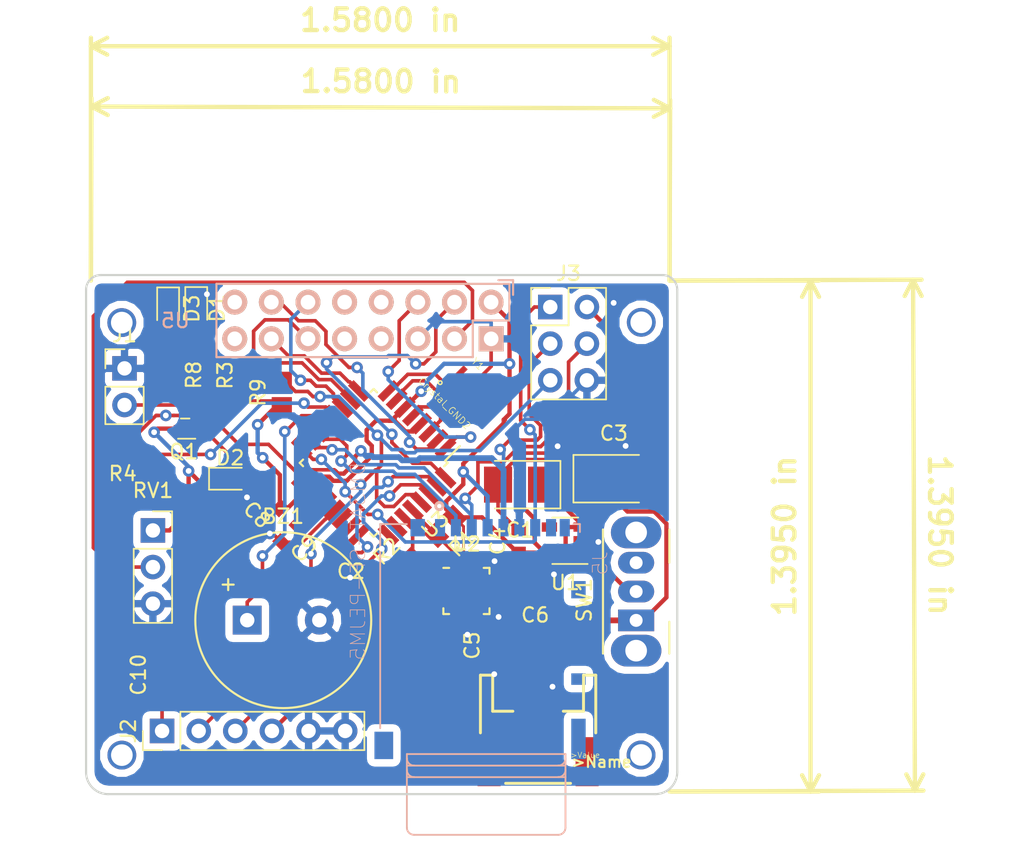
<source format=kicad_pcb>
(kicad_pcb (version 20171130) (host pcbnew 5.0.1)

  (general
    (thickness 1.6)
    (drawings 12)
    (tracks 562)
    (zones 0)
    (modules 32)
    (nets 32)
  )

  (page A4)
  (layers
    (0 F.Cu signal)
    (31 B.Cu signal)
    (32 B.Adhes user)
    (33 F.Adhes user)
    (34 B.Paste user)
    (35 F.Paste user)
    (36 B.SilkS user)
    (37 F.SilkS user)
    (38 B.Mask user)
    (39 F.Mask user)
    (40 Dwgs.User user)
    (41 Cmts.User user)
    (42 Eco1.User user)
    (43 Eco2.User user)
    (44 Edge.Cuts user)
    (45 Margin user)
    (46 B.CrtYd user)
    (47 F.CrtYd user)
    (48 B.Fab user)
    (49 F.Fab user)
  )

  (setup
    (last_trace_width 0.25)
    (trace_clearance 0.2)
    (zone_clearance 0.508)
    (zone_45_only no)
    (trace_min 0.2)
    (segment_width 0.2)
    (edge_width 0.15)
    (via_size 0.8)
    (via_drill 0.4)
    (via_min_size 0.4)
    (via_min_drill 0.3)
    (uvia_size 0.3)
    (uvia_drill 0.1)
    (uvias_allowed no)
    (uvia_min_size 0.2)
    (uvia_min_drill 0.1)
    (pcb_text_width 0.3)
    (pcb_text_size 1.5 1.5)
    (mod_edge_width 0.15)
    (mod_text_size 1 1)
    (mod_text_width 0.15)
    (pad_size 1.7272 1.7272)
    (pad_drill 1.016)
    (pad_to_mask_clearance 0.2)
    (solder_mask_min_width 0.25)
    (aux_axis_origin 0 0)
    (grid_origin 116.225001 122.5)
    (visible_elements FFFFFF7F)
    (pcbplotparams
      (layerselection 0x010fc_ffffffff)
      (usegerberextensions false)
      (usegerberattributes false)
      (usegerberadvancedattributes false)
      (creategerberjobfile false)
      (excludeedgelayer true)
      (linewidth 0.100000)
      (plotframeref false)
      (viasonmask false)
      (mode 1)
      (useauxorigin false)
      (hpglpennumber 1)
      (hpglpenspeed 20)
      (hpglpendiameter 15.000000)
      (psnegative false)
      (psa4output false)
      (plotreference true)
      (plotvalue true)
      (plotinvisibletext false)
      (padsonsilk false)
      (subtractmaskfromsilk false)
      (outputformat 1)
      (mirror false)
      (drillshape 0)
      (scaleselection 1)
      (outputdirectory "../../Desktop/orders/bed_sensor_1/"))
  )

  (net 0 "")
  (net 1 Buzzer)
  (net 2 GND)
  (net 3 "Net-(C1-Pad1)")
  (net 4 +3V3)
  (net 5 "Net-(C5-Pad2)")
  (net 6 "Net-(C9-Pad1)")
  (net 7 /Ardunio/DTR)
  (net 8 /Ardunio/RESET)
  (net 9 "Net-(D1-Pad2)")
  (net 10 "Net-(D2-Pad1)")
  (net 11 "Net-(D3-Pad2)")
  (net 12 /Ardunio/TX0)
  (net 13 /Ardunio/RX1)
  (net 14 VCC)
  (net 15 "Net-(Q1-Pad2)")
  (net 16 Display_Enable)
  (net 17 RS)
  (net 18 SCL_MPU)
  (net 19 SDA_MPU)
  (net 20 Vibration)
  (net 21 "Net-(RV1-Pad2)")
  (net 22 DB7)
  (net 23 DB6)
  (net 24 DB4)
  (net 25 DB5)
  (net 26 SCK)
  (net 27 CS)
  (net 28 "Net-(U3-Pad7)")
  (net 29 "Net-(U3-Pad8)")
  (net 30 MISO)
  (net 31 MOSI)

  (net_class Default "This is the default net class."
    (clearance 0.2)
    (trace_width 0.25)
    (via_dia 0.8)
    (via_drill 0.4)
    (uvia_dia 0.3)
    (uvia_drill 0.1)
    (add_net /Ardunio/DTR)
    (add_net /Ardunio/RESET)
    (add_net /Ardunio/RX1)
    (add_net /Ardunio/TX0)
    (add_net Buzzer)
    (add_net CS)
    (add_net DB4)
    (add_net DB5)
    (add_net DB6)
    (add_net DB7)
    (add_net Display_Enable)
    (add_net GND)
    (add_net MISO)
    (add_net MOSI)
    (add_net "Net-(C5-Pad2)")
    (add_net "Net-(C9-Pad1)")
    (add_net "Net-(D1-Pad2)")
    (add_net "Net-(D2-Pad1)")
    (add_net "Net-(D3-Pad2)")
    (add_net "Net-(Q1-Pad2)")
    (add_net "Net-(RV1-Pad2)")
    (add_net "Net-(U3-Pad7)")
    (add_net "Net-(U3-Pad8)")
    (add_net RS)
    (add_net SCK)
    (add_net SCL_MPU)
    (add_net SDA_MPU)
    (add_net Vibration)
  )

  (net_class VCC ""
    (clearance 0.2)
    (trace_width 0.3)
    (via_dia 0.8)
    (via_drill 0.4)
    (uvia_dia 0.3)
    (uvia_drill 0.1)
    (add_net +3V3)
    (add_net "Net-(C1-Pad1)")
    (add_net VCC)
  )

  (module Connector_PinSocket_2.54mm:PinSocket_1x03_P2.54mm_Vertical (layer F.Cu) (tedit 5A19A429) (tstamp 5B227792)
    (at 120.860501 104.212)
    (descr "Through hole straight socket strip, 1x03, 2.54mm pitch, single row (from Kicad 4.0.7), script generated")
    (tags "Through hole socket strip THT 1x03 2.54mm single row")
    (path /5B164460)
    (fp_text reference RV1 (at 0 -2.77) (layer F.SilkS)
      (effects (font (size 1 1) (thickness 0.15)))
    )
    (fp_text value 10K (at 0 7.85) (layer F.Fab)
      (effects (font (size 1 1) (thickness 0.15)))
    )
    (fp_text user %R (at 0 2.54 90) (layer F.Fab)
      (effects (font (size 1 1) (thickness 0.15)))
    )
    (fp_line (start -1.8 6.85) (end -1.8 -1.8) (layer F.CrtYd) (width 0.05))
    (fp_line (start 1.75 6.85) (end -1.8 6.85) (layer F.CrtYd) (width 0.05))
    (fp_line (start 1.75 -1.8) (end 1.75 6.85) (layer F.CrtYd) (width 0.05))
    (fp_line (start -1.8 -1.8) (end 1.75 -1.8) (layer F.CrtYd) (width 0.05))
    (fp_line (start 0 -1.33) (end 1.33 -1.33) (layer F.SilkS) (width 0.12))
    (fp_line (start 1.33 -1.33) (end 1.33 0) (layer F.SilkS) (width 0.12))
    (fp_line (start 1.33 1.27) (end 1.33 6.41) (layer F.SilkS) (width 0.12))
    (fp_line (start -1.33 6.41) (end 1.33 6.41) (layer F.SilkS) (width 0.12))
    (fp_line (start -1.33 1.27) (end -1.33 6.41) (layer F.SilkS) (width 0.12))
    (fp_line (start -1.33 1.27) (end 1.33 1.27) (layer F.SilkS) (width 0.12))
    (fp_line (start -1.27 6.35) (end -1.27 -1.27) (layer F.Fab) (width 0.1))
    (fp_line (start 1.27 6.35) (end -1.27 6.35) (layer F.Fab) (width 0.1))
    (fp_line (start 1.27 -0.635) (end 1.27 6.35) (layer F.Fab) (width 0.1))
    (fp_line (start 0.635 -1.27) (end 1.27 -0.635) (layer F.Fab) (width 0.1))
    (fp_line (start -1.27 -1.27) (end 0.635 -1.27) (layer F.Fab) (width 0.1))
    (pad 3 thru_hole oval (at 0 5.08) (size 1.7 1.7) (drill 1) (layers *.Cu *.Mask)
      (net 2 GND))
    (pad 2 thru_hole oval (at 0 2.54) (size 1.7 1.7) (drill 1) (layers *.Cu *.Mask)
      (net 21 "Net-(RV1-Pad2)"))
    (pad 1 thru_hole rect (at 0 0) (size 1.7 1.7) (drill 1) (layers *.Cu *.Mask)
      (net 4 +3V3))
    (model ./3352W001XXX.stp
      (offset (xyz -3 -2.5 0))
      (scale (xyz 1 1 1))
      (rotate (xyz 0 0 -90))
    )
  )

  (module components:CFAH0802D-YYH-JP (layer B.Cu) (tedit 5B883772) (tstamp 5BAFE4E6)
    (at 118.701501 89.7975 180)
    (path /5B11DCE9)
    (fp_text reference U5 (at -3.719548 0.139356 180) (layer B.SilkS)
      (effects (font (size 1 1) (thickness 0.15)) (justify mirror))
    )
    (fp_text value CFAH0802D-YYH-JP (at -4.064 3.556 180) (layer B.Fab)
      (effects (font (size 1 1) (thickness 0.15)) (justify mirror))
    )
    (fp_arc (start -33.402361 -4.845783) (end -34.002361 -4.845783) (angle 90) (layer B.Fab) (width 0.2))
    (fp_arc (start -33.402361 -4.845783) (end -33.402361 -4.245783) (angle 90) (layer B.Fab) (width 0.2))
    (fp_line (start -4.802361 -19.945783) (end -31.202361 -19.945783) (layer B.Fab) (width 0.2))
    (fp_line (start -31.202361 -19.945783) (end -31.202361 -10.045783) (layer B.Fab) (width 0.2))
    (fp_line (start -2.602361 -5.445783) (end -33.402361 -5.445783) (layer B.Fab) (width 0.2))
    (fp_line (start -18.202361 -15.195783) (end -21.152361 -15.195783) (layer B.Fab) (width 0.2))
    (fp_line (start -14.452361 -15.195783) (end -14.452361 -19.945783) (layer B.Fab) (width 0.2))
    (fp_circle (center -36.002361 0.004217) (end -35.002361 0.004217) (layer F.Fab) (width 0.2))
    (fp_line (start -7.752361 -14.795783) (end -4.802361 -14.795783) (layer B.Fab) (width 0.2))
    (fp_line (start -11.102361 -15.195783) (end -11.102361 -19.945783) (layer B.Fab) (width 0.2))
    (fp_line (start -21.152361 -15.195783) (end -21.152361 -19.945783) (layer B.Fab) (width 0.2))
    (fp_arc (start -2.602361 -4.845783) (end -2.602361 -5.445783) (angle 90) (layer B.Fab) (width 0.2))
    (fp_line (start -0.302361 -3.395783) (end -35.702361 -3.395783) (layer B.Fab) (width 0.2))
    (fp_line (start -38.002361 -26.595783) (end -38.002361 -29.995783) (layer B.Fab) (width 0.2))
    (fp_arc (start -2.602361 -4.845783) (end -2.002361 -4.845783) (angle 90) (layer B.Fab) (width 0.2))
    (fp_arc (start -36.002361 -29.995783) (end -38.002361 -29.995783) (angle 90) (layer B.Fab) (width 0.2))
    (fp_line (start -2.002361 -29.995783) (end -2.002361 -26.595783) (layer B.Fab) (width 0.2))
    (fp_line (start -21.552361 -14.795783) (end -21.552361 -10.045783) (layer B.Fab) (width 0.2))
    (fp_line (start -21.152361 -14.795783) (end -18.202361 -14.795783) (layer B.Fab) (width 0.2))
    (fp_line (start -18.202361 -19.945783) (end -18.202361 -15.195783) (layer B.Fab) (width 0.2))
    (fp_arc (start -33.402361 -25.145783) (end -33.402361 -24.545783) (angle 90) (layer B.Fab) (width 0.2))
    (fp_line (start 0.697639 -4.395783) (end -0.302361 -3.395783) (layer B.Fab) (width 0.2))
    (fp_arc (start -32.702361 -21.445783) (end -33.202361 -21.445783) (angle 90) (layer B.Fab) (width 0.2))
    (fp_line (start -7.752361 -15.195783) (end -7.752361 -19.945783) (layer B.Fab) (width 0.2))
    (fp_line (start -8.152361 -15.195783) (end -11.102361 -15.195783) (layer B.Fab) (width 0.2))
    (fp_line (start -35.702361 -3.395783) (end -36.702361 -4.395783) (layer B.Fab) (width 0.2))
    (fp_line (start -38.002361 -26.095783) (end -38.002361 -26.595783) (layer B.Fab) (width 0.2))
    (fp_arc (start -0.002361 -29.995783) (end -2.002361 -29.995783) (angle 90) (layer B.Fab) (width 0.2))
    (fp_line (start -2.602361 -24.545783) (end -33.402361 -24.545783) (layer B.Fab) (width 0.2))
    (fp_line (start 0.697639 -25.595783) (end 0.697639 -4.395783) (layer B.Fab) (width 0.2))
    (fp_arc (start -2.602361 -25.145783) (end -2.002361 -25.145783) (angle 90) (layer B.Fab) (width 0.2))
    (fp_line (start -24.502361 -14.795783) (end -21.552361 -14.795783) (layer B.Fab) (width 0.2))
    (fp_line (start -27.852361 -10.045783) (end -27.852361 -14.795783) (layer B.Fab) (width 0.2))
    (fp_line (start -18.202361 -14.795783) (end -18.202361 -10.045783) (layer B.Fab) (width 0.2))
    (fp_line (start -27.852361 -14.795783) (end -24.902361 -14.795783) (layer B.Fab) (width 0.2))
    (fp_line (start -24.902361 -14.795783) (end -24.902361 -10.045783) (layer B.Fab) (width 0.2))
    (fp_line (start -24.502361 -15.195783) (end -24.502361 -19.945783) (layer B.Fab) (width 0.2))
    (fp_line (start -28.252361 -14.795783) (end -28.252361 -10.045783) (layer B.Fab) (width 0.2))
    (fp_line (start -24.902361 -15.195783) (end -27.852361 -15.195783) (layer B.Fab) (width 0.2))
    (fp_line (start -27.852361 -15.195783) (end -27.852361 -19.945783) (layer B.Fab) (width 0.2))
    (fp_line (start -28.252361 -19.945783) (end -28.252361 -15.195783) (layer B.Fab) (width 0.2))
    (fp_line (start 1.997639 -26.595783) (end 1.997639 -29.995783) (layer B.Fab) (width 0.2))
    (fp_line (start -21.552361 -15.195783) (end -24.502361 -15.195783) (layer B.Fab) (width 0.2))
    (fp_line (start -21.552361 -19.945783) (end -21.552361 -15.195783) (layer B.Fab) (width 0.2))
    (fp_arc (start -2.602361 -25.145783) (end -2.602361 -25.745783) (angle 90) (layer B.Fab) (width 0.2))
    (fp_line (start -24.502361 -10.045783) (end -24.502361 -14.795783) (layer B.Fab) (width 0.2))
    (fp_line (start -11.102361 -10.045783) (end -11.102361 -14.795783) (layer B.Fab) (width 0.2))
    (fp_arc (start -3.302361 -21.445783) (end -3.302361 -21.945783) (angle 90) (layer B.Fab) (width 0.2))
    (fp_line (start -8.152361 -14.795783) (end -8.152361 -10.045783) (layer B.Fab) (width 0.2))
    (fp_line (start -33.402361 -25.745783) (end -2.602361 -25.745783) (layer B.Fab) (width 0.2))
    (fp_line (start -31.202361 -14.795783) (end -28.252361 -14.795783) (layer B.Fab) (width 0.2))
    (fp_line (start -11.502361 -15.195783) (end -14.452361 -15.195783) (layer B.Fab) (width 0.2))
    (fp_line (start -11.502361 -14.795783) (end -11.502361 -10.045783) (layer B.Fab) (width 0.2))
    (fp_circle (center -36.002361 0.004217) (end -34.002361 0.004217) (layer F.Fab) (width 0.2))
    (fp_line (start -14.452361 -14.795783) (end -11.502361 -14.795783) (layer B.Fab) (width 0.2))
    (fp_line (start -17.802361 -10.045783) (end -17.802361 -14.795783) (layer B.Fab) (width 0.2))
    (fp_line (start -38.002361 -26.595783) (end 1.997639 -26.595783) (layer B.Fab) (width 0.2))
    (fp_line (start -11.502361 -19.945783) (end -11.502361 -15.195783) (layer B.Fab) (width 0.2))
    (fp_line (start -28.252361 -15.195783) (end -31.202361 -15.195783) (layer B.Fab) (width 0.2))
    (fp_line (start -17.802361 -15.195783) (end -17.802361 -19.945783) (layer B.Fab) (width 0.2))
    (fp_circle (center -36.002361 -29.995783) (end -35.002361 -29.995783) (layer F.Fab) (width 0.2))
    (fp_line (start -14.852361 -15.195783) (end -17.802361 -15.195783) (layer B.Fab) (width 0.2))
    (fp_line (start -36.202361 -26.095783) (end -38.002361 -26.095783) (layer B.Fab) (width 0.2))
    (fp_line (start -14.852361 -19.945783) (end -14.852361 -15.195783) (layer B.Fab) (width 0.2))
    (fp_line (start -21.152361 -10.045783) (end -21.152361 -14.795783) (layer B.Fab) (width 0.2))
    (fp_circle (center -0.002361 0.004217) (end 0.997639 0.004217) (layer F.Fab) (width 0.2))
    (fp_line (start -24.902361 -19.945783) (end -24.902361 -15.195783) (layer B.Fab) (width 0.2))
    (fp_circle (center -0.002361 -29.995783) (end 0.997639 -29.995783) (layer F.Fab) (width 0.2))
    (fp_line (start 1.997639 -26.595783) (end 1.997639 -26.095783) (layer B.Fab) (width 0.2))
    (fp_arc (start 1.497639 -25.395783) (end 1.497639 -25.895783) (angle 90) (layer B.Fab) (width 0.2))
    (fp_line (start 1.997639 2.404217) (end 1.997639 -25.395783) (layer B.Fab) (width 0.2))
    (fp_line (start 0.997639 3.404217) (end 1.997639 2.404217) (layer B.Fab) (width 0.2))
    (fp_line (start -37.002361 3.404217) (end 0.997639 3.404217) (layer B.Fab) (width 0.2))
    (fp_line (start -38.002361 2.404217) (end -37.002361 3.404217) (layer B.Fab) (width 0.2))
    (fp_line (start -38.002361 -25.395783) (end -38.002361 2.404217) (layer B.Fab) (width 0.2))
    (fp_arc (start -37.502361 -25.395783) (end -38.002361 -25.395783) (angle 90) (layer B.Fab) (width 0.2))
    (fp_line (start -0.302361 -26.595783) (end 0.697639 -25.595783) (layer B.Fab) (width 0.2))
    (fp_line (start -33.402361 -4.245783) (end -2.602361 -4.245783) (layer B.Fab) (width 0.2))
    (fp_line (start -34.002361 -29.995783) (end -34.002361 -26.595783) (layer B.Fab) (width 0.2))
    (fp_arc (start -32.702361 -8.545783) (end -32.702361 -8.045783) (angle 90) (layer B.Fab) (width 0.2))
    (fp_line (start -33.202361 -8.545783) (end -33.202361 -21.445783) (layer B.Fab) (width 0.2))
    (fp_line (start -3.302361 -8.045783) (end -32.702361 -8.045783) (layer B.Fab) (width 0.2))
    (fp_line (start -35.702361 -26.595783) (end -0.302361 -26.595783) (layer B.Fab) (width 0.2))
    (fp_line (start 1.497639 -25.895783) (end 0.397639 -25.895783) (layer B.Fab) (width 0.2))
    (fp_line (start -2.802361 -21.445783) (end -2.802361 -8.545783) (layer B.Fab) (width 0.2))
    (fp_line (start -36.702361 -25.595783) (end -35.702361 -26.595783) (layer B.Fab) (width 0.2))
    (fp_arc (start -3.302361 -8.545783) (end -2.802361 -8.545783) (angle 90) (layer B.Fab) (width 0.2))
    (fp_line (start -31.202361 -10.045783) (end -4.802361 -10.045783) (layer B.Fab) (width 0.2))
    (fp_line (start -4.802361 -10.045783) (end -4.802361 -19.945783) (layer B.Fab) (width 0.2))
    (fp_line (start -32.702361 -21.945783) (end -3.302361 -21.945783) (layer B.Fab) (width 0.2))
    (fp_line (start -36.402361 -25.895783) (end -37.502361 -25.895783) (layer B.Fab) (width 0.2))
    (fp_arc (start -33.402361 -25.145783) (end -34.002361 -25.145783) (angle 90) (layer B.Fab) (width 0.2))
    (fp_line (start -36.702361 -4.395783) (end -36.702361 -25.595783) (layer B.Fab) (width 0.2))
    (fp_line (start 1.997639 -26.095783) (end 0.197639 -26.095783) (layer B.Fab) (width 0.2))
    (fp_line (start -11.102361 -14.795783) (end -8.152361 -14.795783) (layer B.Fab) (width 0.2))
    (fp_arc (start -0.002361 -29.995783) (end -0.002361 -31.995783) (angle 90) (layer B.Fab) (width 0.2))
    (fp_arc (start -36.002361 -29.995783) (end -36.002361 -31.995783) (angle 90) (layer B.Fab) (width 0.2))
    (fp_circle (center -0.002361 0.004217) (end 1.997639 0.004217) (layer F.Fab) (width 0.2))
    (fp_line (start -17.802361 -14.795783) (end -14.852361 -14.795783) (layer B.Fab) (width 0.2))
    (fp_line (start -14.852361 -14.795783) (end -14.852361 -10.045783) (layer B.Fab) (width 0.2))
    (fp_line (start -7.752361 -10.045783) (end -7.752361 -14.795783) (layer B.Fab) (width 0.2))
    (fp_line (start -8.152361 -19.945783) (end -8.152361 -15.195783) (layer B.Fab) (width 0.2))
    (fp_line (start -4.802361 -15.195783) (end -7.752361 -15.195783) (layer B.Fab) (width 0.2))
    (fp_line (start -14.452361 -10.045783) (end -14.452361 -14.795783) (layer B.Fab) (width 0.2))
    (fp_line (start -26.884 2.687) (end -6.564 2.687) (layer B.SilkS) (width 0.15))
    (fp_line (start -6.564 -2.393) (end -6.564 2.687) (layer B.SilkS) (width 0.15))
    (fp_line (start -6.564 -2.393) (end -24.344 -2.393) (layer B.SilkS) (width 0.15))
    (fp_line (start -26.884 2.687) (end -26.884 0.147) (layer B.SilkS) (width 0.15))
    (fp_line (start -27.138 1.925) (end -27.138 2.941) (layer B.SilkS) (width 0.15))
    (fp_line (start -26.122 2.941) (end -27.138 2.941) (layer B.SilkS) (width 0.15))
    (fp_line (start -26.884 0.147) (end -24.344 0.147) (layer B.SilkS) (width 0.15))
    (fp_line (start -24.344 -2.393) (end -24.344 0.147) (layer B.SilkS) (width 0.15))
    (pad "" thru_hole circle (at -36.016 -29.987 180) (size 2 2) (drill 1.5) (layers *.Cu *.Mask))
    (pad "" thru_hole circle (at -0.006 -29.997 180) (size 2 2) (drill 1.5) (layers *.Cu *.Mask))
    (pad "" thru_hole circle (at 0 0 180) (size 2 2) (drill 1.5) (layers *.Cu *.Mask))
    (pad "" thru_hole circle (at -36.028 0.02 180) (size 2 2) (drill 1.5) (layers *.Cu *.Mask))
    (pad 1 thru_hole rect (at -25.616787 -1.127261 180) (size 1.7272 1.7272) (drill 1.016) (layers *.Cu *.SilkS *.Mask)
      (net 2 GND))
    (pad 2 thru_hole oval (at -25.614 1.417 180) (size 1.7272 1.7272) (drill 1.016) (layers *.Cu *.SilkS *.Mask)
      (net 4 +3V3))
    (pad 3 thru_hole oval (at -23.074 -1.123 180) (size 1.7272 1.7272) (drill 1.016) (layers *.Cu *.SilkS *.Mask)
      (net 21 "Net-(RV1-Pad2)"))
    (pad 4 thru_hole oval (at -23.074 1.417 180) (size 1.7272 1.7272) (drill 1.016) (layers *.Cu *.SilkS *.Mask)
      (net 17 RS))
    (pad 5 thru_hole oval (at -20.534 -1.123 180) (size 1.7272 1.7272) (drill 1.016) (layers *.Cu *.SilkS *.Mask)
      (net 2 GND))
    (pad 6 thru_hole oval (at -20.534 1.417 180) (size 1.7272 1.7272) (drill 1.016) (layers *.Cu *.SilkS *.Mask)
      (net 16 Display_Enable))
    (pad 7 thru_hole oval (at -17.994 -1.123 180) (size 1.7272 1.7272) (drill 1.016) (layers *.Cu *.SilkS *.Mask))
    (pad 8 thru_hole oval (at -17.994 1.417 180) (size 1.7272 1.7272) (drill 1.016) (layers *.Cu *.SilkS *.Mask))
    (pad 9 thru_hole oval (at -15.454 -1.123 180) (size 1.7272 1.7272) (drill 1.016) (layers *.Cu *.SilkS *.Mask))
    (pad 10 thru_hole oval (at -15.454 1.417 180) (size 1.7272 1.7272) (drill 1.016) (layers *.Cu *.SilkS *.Mask))
    (pad 11 thru_hole oval (at -12.914 -1.123 180) (size 1.7272 1.7272) (drill 1.016) (layers *.Cu *.SilkS *.Mask)
      (net 24 DB4))
    (pad 12 thru_hole oval (at -12.914 1.417 180) (size 1.7272 1.7272) (drill 1.016) (layers *.Cu *.SilkS *.Mask)
      (net 25 DB5))
    (pad 13 thru_hole oval (at -10.374 -1.123 180) (size 1.7272 1.7272) (drill 1.016) (layers *.Cu *.SilkS *.Mask)
      (net 23 DB6))
    (pad 14 thru_hole oval (at -10.374 1.417 180) (size 1.7272 1.7272) (drill 1.016) (layers *.Cu *.SilkS *.Mask)
      (net 22 DB7))
    (pad 16 thru_hole oval (at -7.834 1.417 180) (size 1.7272 1.7272) (drill 1.016) (layers *.Cu *.SilkS *.Mask))
    (pad 15 thru_hole oval (at -7.834 -1.123 180) (size 1.7272 1.7272) (drill 1.016) (layers *.Cu *.SilkS *.Mask))
  )

  (module components:PS1240P02BT (layer F.Cu) (tedit 5AC6A6FD) (tstamp 5B3EACD1)
    (at 129.901001 110.435)
    (descr "Generic Buzzer, D12mm height 9.5mm with RM7.6mm")
    (tags buzzer)
    (path /5B11588F)
    (fp_text reference BZ1 (at -0.01 -7.2) (layer F.SilkS)
      (effects (font (size 1 1) (thickness 0.15)))
    )
    (fp_text value Buzzer (at -0.01 7.4) (layer F.Fab)
      (effects (font (size 1 1) (thickness 0.15)))
    )
    (fp_circle (center 0 0) (end 6.1 0) (layer F.SilkS) (width 0.15))
    (fp_text user + (at -3.82 -2.54) (layer F.Fab)
      (effects (font (size 1 1) (thickness 0.15)))
    )
    (fp_text user + (at -3.82 -2.54) (layer F.SilkS)
      (effects (font (size 1 1) (thickness 0.15)))
    )
    (fp_text user %R (at -0.01 -4) (layer F.Fab)
      (effects (font (size 1 1) (thickness 0.15)))
    )
    (pad 1 thru_hole rect (at -2.5 0) (size 2 2) (drill 1) (layers *.Cu *.Mask)
      (net 1 Buzzer))
    (pad 2 thru_hole circle (at 2.5 0) (size 2 2) (drill 1) (layers *.Cu *.Mask)
      (net 2 GND))
    (model ${KISYS3DMOD}/Buzzer_Beeper.3dshapes/Buzzer_12x9.5RM7.6.wrl
      (at (xyz 0 0 0))
      (scale (xyz 1 1 1))
      (rotate (xyz 0 0 0))
    )
  )

  (module Capacitors_Tantalum_SMD:CP_Tantalum_Case-T_EIA-3528-12_Reflow (layer F.Cu) (tedit 58CC8C08) (tstamp 5B2FF63C)
    (at 146.323001 101.037 180)
    (descr "Tantalum capacitor, Case T, EIA 3528-12, 3.5x2.8x1.2mm, Reflow soldering footprint")
    (tags "capacitor tantalum smd")
    (path /5B1122FA)
    (attr smd)
    (fp_text reference C1 (at 0 -3.15 180) (layer F.SilkS)
      (effects (font (size 1 1) (thickness 0.15)))
    )
    (fp_text value 10uF (at 0 3.15 180) (layer F.Fab)
      (effects (font (size 1 1) (thickness 0.15)))
    )
    (fp_line (start -2.8 -1.65) (end -2.8 1.65) (layer F.SilkS) (width 0.12))
    (fp_line (start -2.8 1.65) (end 1.75 1.65) (layer F.SilkS) (width 0.12))
    (fp_line (start -2.8 -1.65) (end 1.75 -1.65) (layer F.SilkS) (width 0.12))
    (fp_line (start -1.225 -1.4) (end -1.225 1.4) (layer F.Fab) (width 0.1))
    (fp_line (start -1.4 -1.4) (end -1.4 1.4) (layer F.Fab) (width 0.1))
    (fp_line (start 1.75 -1.4) (end -1.75 -1.4) (layer F.Fab) (width 0.1))
    (fp_line (start 1.75 1.4) (end 1.75 -1.4) (layer F.Fab) (width 0.1))
    (fp_line (start -1.75 1.4) (end 1.75 1.4) (layer F.Fab) (width 0.1))
    (fp_line (start -1.75 -1.4) (end -1.75 1.4) (layer F.Fab) (width 0.1))
    (fp_line (start 2.85 -1.75) (end -2.85 -1.75) (layer F.CrtYd) (width 0.05))
    (fp_line (start 2.85 1.75) (end 2.85 -1.75) (layer F.CrtYd) (width 0.05))
    (fp_line (start -2.85 1.75) (end 2.85 1.75) (layer F.CrtYd) (width 0.05))
    (fp_line (start -2.85 -1.75) (end -2.85 1.75) (layer F.CrtYd) (width 0.05))
    (fp_text user %R (at 0 0 180) (layer F.Fab)
      (effects (font (size 0.8 0.8) (thickness 0.12)))
    )
    (pad 2 smd rect (at 1.525 0 180) (size 1.95 2.5) (layers F.Cu F.Paste F.Mask)
      (net 2 GND))
    (pad 1 smd rect (at -1.525 0 180) (size 1.95 2.5) (layers F.Cu F.Paste F.Mask)
      (net 3 "Net-(C1-Pad1)"))
    (model Capacitors_Tantalum_SMD.3dshapes/CP_Tantalum_Case-T_EIA-3528-12.wrl
      (at (xyz 0 0 0))
      (scale (xyz 1 1 1))
      (rotate (xyz 0 0 0))
    )
  )

  (module Capacitor_SMD:C_0603_1608Metric (layer F.Cu) (tedit 5AC5DB74) (tstamp 5B218EE1)
    (at 134.600001 108.5)
    (descr "Capacitor SMD 0603 (1608 Metric), square (rectangular) end terminal, IPC_7351 nominal, (Body size source: http://www.tortai-tech.com/upload/download/2011102023233369053.pdf), generated with kicad-footprint-generator")
    (tags capacitor)
    (path /5B15238F)
    (attr smd)
    (fp_text reference C2 (at 0 -1.45) (layer F.SilkS)
      (effects (font (size 1 1) (thickness 0.15)))
    )
    (fp_text value 10nF (at 0 1.45) (layer F.Fab)
      (effects (font (size 1 1) (thickness 0.15)))
    )
    (fp_line (start -0.8 0.4) (end -0.8 -0.4) (layer F.Fab) (width 0.1))
    (fp_line (start -0.8 -0.4) (end 0.8 -0.4) (layer F.Fab) (width 0.1))
    (fp_line (start 0.8 -0.4) (end 0.8 0.4) (layer F.Fab) (width 0.1))
    (fp_line (start 0.8 0.4) (end -0.8 0.4) (layer F.Fab) (width 0.1))
    (fp_line (start -1.46 0.75) (end -1.46 -0.75) (layer F.CrtYd) (width 0.05))
    (fp_line (start -1.46 -0.75) (end 1.46 -0.75) (layer F.CrtYd) (width 0.05))
    (fp_line (start 1.46 -0.75) (end 1.46 0.75) (layer F.CrtYd) (width 0.05))
    (fp_line (start 1.46 0.75) (end -1.46 0.75) (layer F.CrtYd) (width 0.05))
    (fp_text user %R (at 0 0) (layer F.Fab)
      (effects (font (size 0.4 0.4) (thickness 0.06)))
    )
    (pad 1 smd rect (at -0.8 0) (size 0.82 1) (layers F.Cu F.Paste F.Mask)
      (net 2 GND))
    (pad 2 smd rect (at 0.8 0) (size 0.82 1) (layers F.Cu F.Paste F.Mask)
      (net 4 +3V3))
    (model ${KISYS3DMOD}/Capacitor_SMD.3dshapes/C_0603_1608Metric.wrl
      (at (xyz 0 0 0))
      (scale (xyz 1 1 1))
      (rotate (xyz 0 0 0))
    )
  )

  (module Capacitors_Tantalum_SMD:CP_Tantalum_Case-B_EIA-3528-21_Reflow (layer F.Cu) (tedit 58CC8C08) (tstamp 5B9800E9)
    (at 152.825001 100.625)
    (descr "Tantalum capacitor, Case B, EIA 3528-21, 3.5x2.8x1.9mm, Reflow soldering footprint")
    (tags "capacitor tantalum smd")
    (path /5B1126CD)
    (attr smd)
    (fp_text reference C3 (at 0 -3.15) (layer F.SilkS)
      (effects (font (size 1 1) (thickness 0.15)))
    )
    (fp_text value 10uF (at 0 3.15) (layer F.Fab)
      (effects (font (size 1 1) (thickness 0.15)))
    )
    (fp_line (start -2.8 -1.65) (end -2.8 1.65) (layer F.SilkS) (width 0.12))
    (fp_line (start -2.8 1.65) (end 1.75 1.65) (layer F.SilkS) (width 0.12))
    (fp_line (start -2.8 -1.65) (end 1.75 -1.65) (layer F.SilkS) (width 0.12))
    (fp_line (start -1.225 -1.4) (end -1.225 1.4) (layer F.Fab) (width 0.1))
    (fp_line (start -1.4 -1.4) (end -1.4 1.4) (layer F.Fab) (width 0.1))
    (fp_line (start 1.75 -1.4) (end -1.75 -1.4) (layer F.Fab) (width 0.1))
    (fp_line (start 1.75 1.4) (end 1.75 -1.4) (layer F.Fab) (width 0.1))
    (fp_line (start -1.75 1.4) (end 1.75 1.4) (layer F.Fab) (width 0.1))
    (fp_line (start -1.75 -1.4) (end -1.75 1.4) (layer F.Fab) (width 0.1))
    (fp_line (start 2.85 -1.75) (end -2.85 -1.75) (layer F.CrtYd) (width 0.05))
    (fp_line (start 2.85 1.75) (end 2.85 -1.75) (layer F.CrtYd) (width 0.05))
    (fp_line (start -2.85 1.75) (end 2.85 1.75) (layer F.CrtYd) (width 0.05))
    (fp_line (start -2.85 -1.75) (end -2.85 1.75) (layer F.CrtYd) (width 0.05))
    (fp_text user %R (at 0 0) (layer F.Fab)
      (effects (font (size 0.8 0.8) (thickness 0.12)))
    )
    (pad 2 smd rect (at 1.525 0) (size 1.95 2.5) (layers F.Cu F.Paste F.Mask)
      (net 2 GND))
    (pad 1 smd rect (at -1.525 0) (size 1.95 2.5) (layers F.Cu F.Paste F.Mask)
      (net 4 +3V3))
    (model Capacitors_Tantalum_SMD.3dshapes/CP_Tantalum_Case-B_EIA-3528-21.wrl
      (at (xyz 0 0 0))
      (scale (xyz 1 1 1))
      (rotate (xyz 0 0 0))
    )
  )

  (module Capacitor_SMD:C_0603_1608Metric (layer F.Cu) (tedit 5AC5DB74) (tstamp 5B98011D)
    (at 146.225001 104.95 90)
    (descr "Capacitor SMD 0603 (1608 Metric), square (rectangular) end terminal, IPC_7351 nominal, (Body size source: http://www.tortai-tech.com/upload/download/2011102023233369053.pdf), generated with kicad-footprint-generator")
    (tags capacitor)
    (path /5B112765)
    (attr smd)
    (fp_text reference C4 (at 0 -1.45 90) (layer F.SilkS)
      (effects (font (size 1 1) (thickness 0.15)))
    )
    (fp_text value .1uF (at 0 1.45 90) (layer F.Fab)
      (effects (font (size 1 1) (thickness 0.15)))
    )
    (fp_text user %R (at 0 0 90) (layer F.Fab)
      (effects (font (size 0.4 0.4) (thickness 0.06)))
    )
    (fp_line (start 1.46 0.75) (end -1.46 0.75) (layer F.CrtYd) (width 0.05))
    (fp_line (start 1.46 -0.75) (end 1.46 0.75) (layer F.CrtYd) (width 0.05))
    (fp_line (start -1.46 -0.75) (end 1.46 -0.75) (layer F.CrtYd) (width 0.05))
    (fp_line (start -1.46 0.75) (end -1.46 -0.75) (layer F.CrtYd) (width 0.05))
    (fp_line (start 0.8 0.4) (end -0.8 0.4) (layer F.Fab) (width 0.1))
    (fp_line (start 0.8 -0.4) (end 0.8 0.4) (layer F.Fab) (width 0.1))
    (fp_line (start -0.8 -0.4) (end 0.8 -0.4) (layer F.Fab) (width 0.1))
    (fp_line (start -0.8 0.4) (end -0.8 -0.4) (layer F.Fab) (width 0.1))
    (pad 2 smd rect (at 0.8 0 90) (size 0.82 1) (layers F.Cu F.Paste F.Mask)
      (net 2 GND))
    (pad 1 smd rect (at -0.8 0 90) (size 0.82 1) (layers F.Cu F.Paste F.Mask)
      (net 4 +3V3))
    (model ${KISYS3DMOD}/Capacitor_SMD.3dshapes/C_0603_1608Metric.wrl
      (at (xyz 0 0 0))
      (scale (xyz 1 1 1))
      (rotate (xyz 0 0 0))
    )
  )

  (module Capacitor_SMD:C_0603_1608Metric (layer F.Cu) (tedit 5AC5DB74) (tstamp 5B9801AD)
    (at 144.445001 112.2 90)
    (descr "Capacitor SMD 0603 (1608 Metric), square (rectangular) end terminal, IPC_7351 nominal, (Body size source: http://www.tortai-tech.com/upload/download/2011102023233369053.pdf), generated with kicad-footprint-generator")
    (tags capacitor)
    (path /5B15204E)
    (attr smd)
    (fp_text reference C5 (at 0 -1.45 90) (layer F.SilkS)
      (effects (font (size 1 1) (thickness 0.15)))
    )
    (fp_text value .1uF (at 0 1.45 90) (layer F.Fab)
      (effects (font (size 1 1) (thickness 0.15)))
    )
    (fp_text user %R (at 0 0 90) (layer F.Fab)
      (effects (font (size 0.4 0.4) (thickness 0.06)))
    )
    (fp_line (start 1.46 0.75) (end -1.46 0.75) (layer F.CrtYd) (width 0.05))
    (fp_line (start 1.46 -0.75) (end 1.46 0.75) (layer F.CrtYd) (width 0.05))
    (fp_line (start -1.46 -0.75) (end 1.46 -0.75) (layer F.CrtYd) (width 0.05))
    (fp_line (start -1.46 0.75) (end -1.46 -0.75) (layer F.CrtYd) (width 0.05))
    (fp_line (start 0.8 0.4) (end -0.8 0.4) (layer F.Fab) (width 0.1))
    (fp_line (start 0.8 -0.4) (end 0.8 0.4) (layer F.Fab) (width 0.1))
    (fp_line (start -0.8 -0.4) (end 0.8 -0.4) (layer F.Fab) (width 0.1))
    (fp_line (start -0.8 0.4) (end -0.8 -0.4) (layer F.Fab) (width 0.1))
    (pad 2 smd rect (at 0.8 0 90) (size 0.82 1) (layers F.Cu F.Paste F.Mask)
      (net 5 "Net-(C5-Pad2)"))
    (pad 1 smd rect (at -0.8 0 90) (size 0.82 1) (layers F.Cu F.Paste F.Mask)
      (net 2 GND))
    (model ${KISYS3DMOD}/Capacitor_SMD.3dshapes/C_0603_1608Metric.wrl
      (at (xyz 0 0 0))
      (scale (xyz 1 1 1))
      (rotate (xyz 0 0 0))
    )
  )

  (module Capacitor_SMD:C_0603_1608Metric (layer F.Cu) (tedit 5AC5DB74) (tstamp 5B9802CA)
    (at 129.100001 102.1 135)
    (descr "Capacitor SMD 0603 (1608 Metric), square (rectangular) end terminal, IPC_7351 nominal, (Body size source: http://www.tortai-tech.com/upload/download/2011102023233369053.pdf), generated with kicad-footprint-generator")
    (tags capacitor)
    (path /5B10C25E/5B120CF2)
    (attr smd)
    (fp_text reference C8 (at 0 -1.45 135) (layer F.SilkS)
      (effects (font (size 1 1) (thickness 0.15)))
    )
    (fp_text value .1uf (at 0 1.45 135) (layer F.Fab)
      (effects (font (size 1 1) (thickness 0.15)))
    )
    (fp_line (start -0.8 0.4) (end -0.8 -0.4) (layer F.Fab) (width 0.1))
    (fp_line (start -0.8 -0.4) (end 0.8 -0.4) (layer F.Fab) (width 0.1))
    (fp_line (start 0.8 -0.4) (end 0.8 0.4) (layer F.Fab) (width 0.1))
    (fp_line (start 0.8 0.4) (end -0.8 0.4) (layer F.Fab) (width 0.1))
    (fp_line (start -1.46 0.75) (end -1.46 -0.75) (layer F.CrtYd) (width 0.05))
    (fp_line (start -1.46 -0.75) (end 1.46 -0.75) (layer F.CrtYd) (width 0.05))
    (fp_line (start 1.46 -0.75) (end 1.46 0.75) (layer F.CrtYd) (width 0.05))
    (fp_line (start 1.46 0.75) (end -1.46 0.75) (layer F.CrtYd) (width 0.05))
    (fp_text user %R (at 0 0 135) (layer F.Fab)
      (effects (font (size 0.4 0.4) (thickness 0.06)))
    )
    (pad 1 smd rect (at -0.799999 0 135) (size 0.82 1) (layers F.Cu F.Paste F.Mask)
      (net 4 +3V3))
    (pad 2 smd rect (at 0.799999 0 135) (size 0.82 1) (layers F.Cu F.Paste F.Mask)
      (net 2 GND))
    (model ${KISYS3DMOD}/Capacitor_SMD.3dshapes/C_0603_1608Metric.wrl
      (at (xyz 0 0 0))
      (scale (xyz 1 1 1))
      (rotate (xyz 0 0 0))
    )
  )

  (module Capacitor_SMD:C_0603_1608Metric (layer F.Cu) (tedit 5AC5DB74) (tstamp 5B98035D)
    (at 130.339316 104.465685 225)
    (descr "Capacitor SMD 0603 (1608 Metric), square (rectangular) end terminal, IPC_7351 nominal, (Body size source: http://www.tortai-tech.com/upload/download/2011102023233369053.pdf), generated with kicad-footprint-generator")
    (tags capacitor)
    (path /5B10C25E/5B120C1B)
    (attr smd)
    (fp_text reference C9 (at 0 -1.45 225) (layer F.SilkS)
      (effects (font (size 1 1) (thickness 0.15)))
    )
    (fp_text value .1uf (at 0 1.45 225) (layer F.Fab)
      (effects (font (size 1 1) (thickness 0.15)))
    )
    (fp_text user %R (at 0 0 225) (layer F.Fab)
      (effects (font (size 0.4 0.4) (thickness 0.06)))
    )
    (fp_line (start 1.46 0.75) (end -1.46 0.75) (layer F.CrtYd) (width 0.05))
    (fp_line (start 1.46 -0.75) (end 1.46 0.75) (layer F.CrtYd) (width 0.05))
    (fp_line (start -1.46 -0.75) (end 1.46 -0.75) (layer F.CrtYd) (width 0.05))
    (fp_line (start -1.46 0.75) (end -1.46 -0.75) (layer F.CrtYd) (width 0.05))
    (fp_line (start 0.8 0.4) (end -0.8 0.4) (layer F.Fab) (width 0.1))
    (fp_line (start 0.8 -0.4) (end 0.8 0.4) (layer F.Fab) (width 0.1))
    (fp_line (start -0.8 -0.4) (end 0.8 -0.4) (layer F.Fab) (width 0.1))
    (fp_line (start -0.8 0.4) (end -0.8 -0.4) (layer F.Fab) (width 0.1))
    (pad 2 smd rect (at 0.799999 0 225) (size 0.82 1) (layers F.Cu F.Paste F.Mask)
      (net 2 GND))
    (pad 1 smd rect (at -0.799999 0 225) (size 0.82 1) (layers F.Cu F.Paste F.Mask)
      (net 6 "Net-(C9-Pad1)"))
    (model ${KISYS3DMOD}/Capacitor_SMD.3dshapes/C_0603_1608Metric.wrl
      (at (xyz 0 0 0))
      (scale (xyz 1 1 1))
      (rotate (xyz 0 0 0))
    )
  )

  (module Capacitor_SMD:C_0603_1608Metric (layer F.Cu) (tedit 5AC5DB74) (tstamp 5B97FBC8)
    (at 121.305001 114.2195 90)
    (descr "Capacitor SMD 0603 (1608 Metric), square (rectangular) end terminal, IPC_7351 nominal, (Body size source: http://www.tortai-tech.com/upload/download/2011102023233369053.pdf), generated with kicad-footprint-generator")
    (tags capacitor)
    (path /5B10C25E/5B1212E7)
    (attr smd)
    (fp_text reference C10 (at 0 -1.45 90) (layer F.SilkS)
      (effects (font (size 1 1) (thickness 0.15)))
    )
    (fp_text value .1uf (at 0 1.45 90) (layer F.Fab)
      (effects (font (size 1 1) (thickness 0.15)))
    )
    (fp_line (start -0.8 0.4) (end -0.8 -0.4) (layer F.Fab) (width 0.1))
    (fp_line (start -0.8 -0.4) (end 0.8 -0.4) (layer F.Fab) (width 0.1))
    (fp_line (start 0.8 -0.4) (end 0.8 0.4) (layer F.Fab) (width 0.1))
    (fp_line (start 0.8 0.4) (end -0.8 0.4) (layer F.Fab) (width 0.1))
    (fp_line (start -1.46 0.75) (end -1.46 -0.75) (layer F.CrtYd) (width 0.05))
    (fp_line (start -1.46 -0.75) (end 1.46 -0.75) (layer F.CrtYd) (width 0.05))
    (fp_line (start 1.46 -0.75) (end 1.46 0.75) (layer F.CrtYd) (width 0.05))
    (fp_line (start 1.46 0.75) (end -1.46 0.75) (layer F.CrtYd) (width 0.05))
    (fp_text user %R (at 0 0 90) (layer F.Fab)
      (effects (font (size 0.4 0.4) (thickness 0.06)))
    )
    (pad 1 smd rect (at -0.8 0 90) (size 0.82 1) (layers F.Cu F.Paste F.Mask)
      (net 7 /Ardunio/DTR))
    (pad 2 smd rect (at 0.8 0 90) (size 0.82 1) (layers F.Cu F.Paste F.Mask)
      (net 8 /Ardunio/RESET))
    (model ${KISYS3DMOD}/Capacitor_SMD.3dshapes/C_0603_1608Metric.wrl
      (at (xyz 0 0 0))
      (scale (xyz 1 1 1))
      (rotate (xyz 0 0 0))
    )
  )

  (module LED_SMD:LED_0603_1608Metric (layer F.Cu) (tedit 5AC5DB75) (tstamp 5B980421)
    (at 123.866001 88.804 270)
    (descr "LED SMD 0603 (1608 Metric), square (rectangular) end terminal, IPC_7351 nominal, (Body size source: http://www.tortai-tech.com/upload/download/2011102023233369053.pdf), generated with kicad-footprint-generator")
    (tags diode)
    (path /5B112A67)
    (attr smd)
    (fp_text reference D1 (at 0 -1.45 270) (layer F.SilkS)
      (effects (font (size 1 1) (thickness 0.15)))
    )
    (fp_text value LED (at 0 1.45 270) (layer F.Fab)
      (effects (font (size 1 1) (thickness 0.15)))
    )
    (fp_line (start 0.8 -0.4) (end -0.5 -0.4) (layer F.Fab) (width 0.1))
    (fp_line (start -0.5 -0.4) (end -0.8 -0.1) (layer F.Fab) (width 0.1))
    (fp_line (start -0.8 -0.1) (end -0.8 0.4) (layer F.Fab) (width 0.1))
    (fp_line (start -0.8 0.4) (end 0.8 0.4) (layer F.Fab) (width 0.1))
    (fp_line (start 0.8 0.4) (end 0.8 -0.4) (layer F.Fab) (width 0.1))
    (fp_line (start 0.8 -0.76) (end -1.47 -0.76) (layer F.SilkS) (width 0.12))
    (fp_line (start -1.47 -0.76) (end -1.47 0.76) (layer F.SilkS) (width 0.12))
    (fp_line (start -1.47 0.76) (end 0.8 0.76) (layer F.SilkS) (width 0.12))
    (fp_line (start -1.46 0.75) (end -1.46 -0.75) (layer F.CrtYd) (width 0.05))
    (fp_line (start -1.46 -0.75) (end 1.46 -0.75) (layer F.CrtYd) (width 0.05))
    (fp_line (start 1.46 -0.75) (end 1.46 0.75) (layer F.CrtYd) (width 0.05))
    (fp_line (start 1.46 0.75) (end -1.46 0.75) (layer F.CrtYd) (width 0.05))
    (fp_text user %R (at 0 0 270) (layer F.Fab)
      (effects (font (size 0.4 0.4) (thickness 0.06)))
    )
    (pad 1 smd rect (at -0.8 0 270) (size 0.82 1) (layers F.Cu F.Paste F.Mask)
      (net 2 GND))
    (pad 2 smd rect (at 0.8 0 270) (size 0.82 1) (layers F.Cu F.Paste F.Mask)
      (net 9 "Net-(D1-Pad2)"))
    (model ${KISYS3DMOD}/LED_SMD.3dshapes/LED_0603_1608Metric.wrl
      (at (xyz 0 0 0))
      (scale (xyz 1 1 1))
      (rotate (xyz 0 0 0))
    )
  )

  (module Diode_SMD:D_0603_1608Metric (layer F.Cu) (tedit 5AC5DB75) (tstamp 5B22AACC)
    (at 126.225001 100.625)
    (descr "Diode SMD 0603 (1608 Metric), square (rectangular) end terminal, IPC_7351 nominal, (Body size source: http://www.tortai-tech.com/upload/download/2011102023233369053.pdf), generated with kicad-footprint-generator")
    (tags diode)
    (path /5B1160C6)
    (attr smd)
    (fp_text reference D2 (at 0 -1.45) (layer F.SilkS)
      (effects (font (size 1 1) (thickness 0.15)))
    )
    (fp_text value D (at 0 1.45) (layer F.Fab)
      (effects (font (size 1 1) (thickness 0.15)))
    )
    (fp_line (start 0.8 -0.4) (end -0.5 -0.4) (layer F.Fab) (width 0.1))
    (fp_line (start -0.5 -0.4) (end -0.8 -0.1) (layer F.Fab) (width 0.1))
    (fp_line (start -0.8 -0.1) (end -0.8 0.4) (layer F.Fab) (width 0.1))
    (fp_line (start -0.8 0.4) (end 0.8 0.4) (layer F.Fab) (width 0.1))
    (fp_line (start 0.8 0.4) (end 0.8 -0.4) (layer F.Fab) (width 0.1))
    (fp_line (start 0.8 -0.76) (end -1.47 -0.76) (layer F.SilkS) (width 0.12))
    (fp_line (start -1.47 -0.76) (end -1.47 0.76) (layer F.SilkS) (width 0.12))
    (fp_line (start -1.47 0.76) (end 0.8 0.76) (layer F.SilkS) (width 0.12))
    (fp_line (start -1.46 0.75) (end -1.46 -0.75) (layer F.CrtYd) (width 0.05))
    (fp_line (start -1.46 -0.75) (end 1.46 -0.75) (layer F.CrtYd) (width 0.05))
    (fp_line (start 1.46 -0.75) (end 1.46 0.75) (layer F.CrtYd) (width 0.05))
    (fp_line (start 1.46 0.75) (end -1.46 0.75) (layer F.CrtYd) (width 0.05))
    (fp_text user %R (at 0 0) (layer F.Fab)
      (effects (font (size 0.4 0.4) (thickness 0.06)))
    )
    (pad 1 smd rect (at -0.8 0) (size 0.82 1) (layers F.Cu F.Paste F.Mask)
      (net 10 "Net-(D2-Pad1)"))
    (pad 2 smd rect (at 0.8 0) (size 0.82 1) (layers F.Cu F.Paste F.Mask)
      (net 2 GND))
    (model ${KISYS3DMOD}/Diode_SMD.3dshapes/D_0603_1608Metric.wrl
      (at (xyz 0 0 0))
      (scale (xyz 1 1 1))
      (rotate (xyz 0 0 0))
    )
  )

  (module Connector_PinHeader_2.54mm:PinHeader_1x02_P2.54mm_Vertical (layer F.Cu) (tedit 59FED5CC) (tstamp 5B22293A)
    (at 118.892001 92.9725)
    (descr "Through hole straight pin header, 1x02, 2.54mm pitch, single row")
    (tags "Through hole pin header THT 1x02 2.54mm single row")
    (path /5B11C658)
    (fp_text reference J1 (at 0 -2.33) (layer F.SilkS)
      (effects (font (size 1 1) (thickness 0.15)))
    )
    (fp_text value Conn_01x02 (at 0 4.87) (layer F.Fab)
      (effects (font (size 1 1) (thickness 0.15)))
    )
    (fp_line (start -0.635 -1.27) (end 1.27 -1.27) (layer F.Fab) (width 0.1))
    (fp_line (start 1.27 -1.27) (end 1.27 3.81) (layer F.Fab) (width 0.1))
    (fp_line (start 1.27 3.81) (end -1.27 3.81) (layer F.Fab) (width 0.1))
    (fp_line (start -1.27 3.81) (end -1.27 -0.635) (layer F.Fab) (width 0.1))
    (fp_line (start -1.27 -0.635) (end -0.635 -1.27) (layer F.Fab) (width 0.1))
    (fp_line (start -1.33 3.87) (end 1.33 3.87) (layer F.SilkS) (width 0.12))
    (fp_line (start -1.33 1.27) (end -1.33 3.87) (layer F.SilkS) (width 0.12))
    (fp_line (start 1.33 1.27) (end 1.33 3.87) (layer F.SilkS) (width 0.12))
    (fp_line (start -1.33 1.27) (end 1.33 1.27) (layer F.SilkS) (width 0.12))
    (fp_line (start -1.33 0) (end -1.33 -1.33) (layer F.SilkS) (width 0.12))
    (fp_line (start -1.33 -1.33) (end 0 -1.33) (layer F.SilkS) (width 0.12))
    (fp_line (start -1.8 -1.8) (end -1.8 4.35) (layer F.CrtYd) (width 0.05))
    (fp_line (start -1.8 4.35) (end 1.8 4.35) (layer F.CrtYd) (width 0.05))
    (fp_line (start 1.8 4.35) (end 1.8 -1.8) (layer F.CrtYd) (width 0.05))
    (fp_line (start 1.8 -1.8) (end -1.8 -1.8) (layer F.CrtYd) (width 0.05))
    (fp_text user %R (at 0 1.27 -270) (layer F.Fab)
      (effects (font (size 1 1) (thickness 0.15)))
    )
    (pad 1 thru_hole rect (at 0 0) (size 1.7 1.7) (drill 1) (layers *.Cu *.Mask)
      (net 2 GND))
    (pad 2 thru_hole oval (at 0 2.54) (size 1.7 1.7) (drill 1) (layers *.Cu *.Mask)
      (net 10 "Net-(D2-Pad1)"))
    (model ${KISYS3DMOD}/Connector_PinHeader_2.54mm.3dshapes/PinHeader_1x02_P2.54mm_Vertical.wrl
      (at (xyz 0 0 0))
      (scale (xyz 1 1 1))
      (rotate (xyz 0 0 0))
    )
  )

  (module Connector_PinHeader_2.54mm:PinHeader_1x06_P2.54mm_Vertical (layer F.Cu) (tedit 59FED5CC) (tstamp 5B97FFAE)
    (at 121.495501 118.1185 90)
    (descr "Through hole straight pin header, 1x06, 2.54mm pitch, single row")
    (tags "Through hole pin header THT 1x06 2.54mm single row")
    (path /5B10C25E/5B121F07)
    (fp_text reference J2 (at 0 -2.33 90) (layer F.SilkS)
      (effects (font (size 1 1) (thickness 0.15)))
    )
    (fp_text value Conn_01x06 (at 0 15.03 90) (layer F.Fab)
      (effects (font (size 1 1) (thickness 0.15)))
    )
    (fp_line (start -0.635 -1.27) (end 1.27 -1.27) (layer F.Fab) (width 0.1))
    (fp_line (start 1.27 -1.27) (end 1.27 13.97) (layer F.Fab) (width 0.1))
    (fp_line (start 1.27 13.97) (end -1.27 13.97) (layer F.Fab) (width 0.1))
    (fp_line (start -1.27 13.97) (end -1.27 -0.635) (layer F.Fab) (width 0.1))
    (fp_line (start -1.27 -0.635) (end -0.635 -1.27) (layer F.Fab) (width 0.1))
    (fp_line (start -1.33 14.03) (end 1.33 14.03) (layer F.SilkS) (width 0.12))
    (fp_line (start -1.33 1.27) (end -1.33 14.03) (layer F.SilkS) (width 0.12))
    (fp_line (start 1.33 1.27) (end 1.33 14.03) (layer F.SilkS) (width 0.12))
    (fp_line (start -1.33 1.27) (end 1.33 1.27) (layer F.SilkS) (width 0.12))
    (fp_line (start -1.33 0) (end -1.33 -1.33) (layer F.SilkS) (width 0.12))
    (fp_line (start -1.33 -1.33) (end 0 -1.33) (layer F.SilkS) (width 0.12))
    (fp_line (start -1.8 -1.8) (end -1.8 14.5) (layer F.CrtYd) (width 0.05))
    (fp_line (start -1.8 14.5) (end 1.8 14.5) (layer F.CrtYd) (width 0.05))
    (fp_line (start 1.8 14.5) (end 1.8 -1.8) (layer F.CrtYd) (width 0.05))
    (fp_line (start 1.8 -1.8) (end -1.8 -1.8) (layer F.CrtYd) (width 0.05))
    (fp_text user %R (at 0 6.35 180) (layer F.Fab)
      (effects (font (size 1 1) (thickness 0.15)))
    )
    (pad 1 thru_hole rect (at 0 0 90) (size 1.7 1.7) (drill 1) (layers *.Cu *.Mask)
      (net 7 /Ardunio/DTR))
    (pad 2 thru_hole oval (at 0 2.54 90) (size 1.7 1.7) (drill 1) (layers *.Cu *.Mask)
      (net 12 /Ardunio/TX0))
    (pad 3 thru_hole oval (at 0 5.08 90) (size 1.7 1.7) (drill 1) (layers *.Cu *.Mask)
      (net 13 /Ardunio/RX1))
    (pad 4 thru_hole oval (at 0 7.62 90) (size 1.7 1.7) (drill 1) (layers *.Cu *.Mask)
      (net 14 VCC))
    (pad 5 thru_hole oval (at 0 10.16 90) (size 1.7 1.7) (drill 1) (layers *.Cu *.Mask)
      (net 2 GND))
    (pad 6 thru_hole oval (at 0 12.7 90) (size 1.7 1.7) (drill 1) (layers *.Cu *.Mask)
      (net 2 GND))
    (model ${KISYS3DMOD}/Connector_PinHeader_2.54mm.3dshapes/PinHeader_1x06_P2.54mm_Vertical.wrl
      (at (xyz 0 0 0))
      (scale (xyz 1 1 1))
      (rotate (xyz 0 0 0))
    )
  )

  (module Connector_PinHeader_2.54mm:PinHeader_2x03_P2.54mm_Vertical (layer F.Cu) (tedit 59FED5CC) (tstamp 5B219C06)
    (at 148.419501 88.718)
    (descr "Through hole straight pin header, 2x03, 2.54mm pitch, double rows")
    (tags "Through hole pin header THT 2x03 2.54mm double row")
    (path /5B10C25E/5B121CDB)
    (fp_text reference J3 (at 1.27 -2.33) (layer F.SilkS)
      (effects (font (size 1 1) (thickness 0.15)))
    )
    (fp_text value ISP (at 1.27 7.41) (layer F.Fab)
      (effects (font (size 1 1) (thickness 0.15)))
    )
    (fp_line (start 0 -1.27) (end 3.81 -1.27) (layer F.Fab) (width 0.1))
    (fp_line (start 3.81 -1.27) (end 3.81 6.35) (layer F.Fab) (width 0.1))
    (fp_line (start 3.81 6.35) (end -1.27 6.35) (layer F.Fab) (width 0.1))
    (fp_line (start -1.27 6.35) (end -1.27 0) (layer F.Fab) (width 0.1))
    (fp_line (start -1.27 0) (end 0 -1.27) (layer F.Fab) (width 0.1))
    (fp_line (start -1.33 6.41) (end 3.87 6.41) (layer F.SilkS) (width 0.12))
    (fp_line (start -1.33 1.27) (end -1.33 6.41) (layer F.SilkS) (width 0.12))
    (fp_line (start 3.87 -1.33) (end 3.87 6.41) (layer F.SilkS) (width 0.12))
    (fp_line (start -1.33 1.27) (end 1.27 1.27) (layer F.SilkS) (width 0.12))
    (fp_line (start 1.27 1.27) (end 1.27 -1.33) (layer F.SilkS) (width 0.12))
    (fp_line (start 1.27 -1.33) (end 3.87 -1.33) (layer F.SilkS) (width 0.12))
    (fp_line (start -1.33 0) (end -1.33 -1.33) (layer F.SilkS) (width 0.12))
    (fp_line (start -1.33 -1.33) (end 0 -1.33) (layer F.SilkS) (width 0.12))
    (fp_line (start -1.8 -1.8) (end -1.8 6.85) (layer F.CrtYd) (width 0.05))
    (fp_line (start -1.8 6.85) (end 4.35 6.85) (layer F.CrtYd) (width 0.05))
    (fp_line (start 4.35 6.85) (end 4.35 -1.8) (layer F.CrtYd) (width 0.05))
    (fp_line (start 4.35 -1.8) (end -1.8 -1.8) (layer F.CrtYd) (width 0.05))
    (fp_text user %R (at 1.27 2.54 -270) (layer F.Fab)
      (effects (font (size 1 1) (thickness 0.15)))
    )
    (pad 1 thru_hole rect (at 0 0) (size 1.7 1.7) (drill 1) (layers *.Cu *.Mask)
      (net 30 MISO))
    (pad 2 thru_hole oval (at 2.54 0) (size 1.7 1.7) (drill 1) (layers *.Cu *.Mask)
      (net 14 VCC))
    (pad 3 thru_hole oval (at 0 2.54) (size 1.7 1.7) (drill 1) (layers *.Cu *.Mask)
      (net 26 SCK))
    (pad 4 thru_hole oval (at 2.54 2.54) (size 1.7 1.7) (drill 1) (layers *.Cu *.Mask)
      (net 31 MOSI))
    (pad 5 thru_hole oval (at 0 5.08) (size 1.7 1.7) (drill 1) (layers *.Cu *.Mask)
      (net 8 /Ardunio/RESET))
    (pad 6 thru_hole oval (at 2.54 5.08) (size 1.7 1.7) (drill 1) (layers *.Cu *.Mask)
      (net 2 GND))
    (model ${KISYS3DMOD}/Connector_PinHeader_2.54mm.3dshapes/PinHeader_2x03_P2.54mm_Vertical.wrl
      (at (xyz 0 0 0))
      (scale (xyz 1 1 1))
      (rotate (xyz 0 0 0))
    )
  )

  (module Package_TO_SOT_SMD:SOT-723 (layer F.Cu) (tedit 5A29D5F9) (tstamp 5B98022E)
    (at 123.100001 97.15 180)
    (descr http://toshiba.semicon-storage.com/info/docget.jsp?did=5879&prodName=RN1104MFV)
    (tags "sot 723")
    (path /5B115DAD)
    (attr smd)
    (fp_text reference Q1 (at 0.1 -1.6 180) (layer F.SilkS)
      (effects (font (size 1 1) (thickness 0.15)))
    )
    (fp_text value 2N2219 (at 0 1.75 180) (layer F.Fab)
      (effects (font (size 1 1) (thickness 0.15)))
    )
    (fp_line (start 0.4 -0.6) (end 0.4 0.6) (layer F.Fab) (width 0.1))
    (fp_line (start 0.4 0.6) (end -0.4 0.6) (layer F.Fab) (width 0.1))
    (fp_line (start -0.4 0.6) (end -0.4 -0.3) (layer F.Fab) (width 0.1))
    (fp_line (start -0.4 -0.3) (end -0.1 -0.6) (layer F.Fab) (width 0.1))
    (fp_line (start -0.1 -0.6) (end 0.4 -0.6) (layer F.Fab) (width 0.1))
    (fp_text user %R (at 0 0 -90) (layer F.Fab)
      (effects (font (size 0.2 0.2) (thickness 0.03)))
    )
    (fp_line (start 0.5 -0.7) (end -0.7 -0.7) (layer F.SilkS) (width 0.12))
    (fp_line (start -0.7 -0.7) (end -0.7 -0.7) (layer F.SilkS) (width 0.12))
    (fp_line (start 0.3 0.7) (end -0.3 0.7) (layer F.SilkS) (width 0.12))
    (fp_line (start -0.9 -0.9) (end 0.9 -0.9) (layer F.CrtYd) (width 0.05))
    (fp_line (start 0.9 -0.9) (end 0.9 0.9) (layer F.CrtYd) (width 0.05))
    (fp_line (start 0.9 0.9) (end -0.9 0.9) (layer F.CrtYd) (width 0.05))
    (fp_line (start -0.9 0.9) (end -0.9 -0.9) (layer F.CrtYd) (width 0.05))
    (fp_line (start -0.9 -0.9) (end -0.9 -0.9) (layer F.CrtYd) (width 0.05))
    (pad 1 smd rect (at -0.575 -0.4 180) (size 0.45 0.4) (layers F.Cu F.Paste F.Mask)
      (net 10 "Net-(D2-Pad1)"))
    (pad 2 smd rect (at -0.575 0.4 180) (size 0.45 0.4) (layers F.Cu F.Paste F.Mask)
      (net 15 "Net-(Q1-Pad2)"))
    (pad 3 smd rect (at 0.575 0 180) (size 0.45 0.5) (layers F.Cu F.Paste F.Mask)
      (net 4 +3V3))
    (model ${KISYS3DMOD}/Package_TO_SOT_SMD.3dshapes/SOT-723.wrl
      (at (xyz 0 0 0))
      (scale (xyz 1 1 1))
      (rotate (xyz 0 0 0))
    )
  )

  (module Resistor_SMD:R_0805_2012Metric (layer F.Cu) (tedit 5AC5DB74) (tstamp 5B222BC1)
    (at 141.147255 103.927746 225)
    (descr "Resistor SMD 0805 (2012 Metric), square (rectangular) end terminal, IPC_7351 nominal, (Body size source: http://www.tortai-tech.com/upload/download/2011102023233369053.pdf), generated with kicad-footprint-generator")
    (tags resistor)
    (path /5B14ECE4)
    (attr smd)
    (fp_text reference R1 (at 0 -1.65 225) (layer F.SilkS)
      (effects (font (size 1 1) (thickness 0.15)))
    )
    (fp_text value 10k (at 0 1.65 225) (layer F.Fab)
      (effects (font (size 1 1) (thickness 0.15)))
    )
    (fp_line (start -1 0.6) (end -1 -0.6) (layer F.Fab) (width 0.1))
    (fp_line (start -1 -0.6) (end 1 -0.6) (layer F.Fab) (width 0.1))
    (fp_line (start 1 -0.6) (end 1 0.6) (layer F.Fab) (width 0.1))
    (fp_line (start 1 0.6) (end -1 0.6) (layer F.Fab) (width 0.1))
    (fp_line (start -1.69 0.95) (end -1.69 -0.95) (layer F.CrtYd) (width 0.05))
    (fp_line (start -1.69 -0.95) (end 1.69 -0.95) (layer F.CrtYd) (width 0.05))
    (fp_line (start 1.69 -0.95) (end 1.69 0.95) (layer F.CrtYd) (width 0.05))
    (fp_line (start 1.69 0.95) (end -1.69 0.95) (layer F.CrtYd) (width 0.05))
    (fp_text user %R (at 0 0 225) (layer F.Fab)
      (effects (font (size 0.5 0.5) (thickness 0.08)))
    )
    (pad 1 smd rect (at -0.88 0 225) (size 1.12 1.4) (layers F.Cu F.Paste F.Mask)
      (net 4 +3V3))
    (pad 2 smd rect (at 0.88 0 225) (size 1.12 1.4) (layers F.Cu F.Paste F.Mask)
      (net 18 SCL_MPU))
    (model ${KISYS3DMOD}/Resistor_SMD.3dshapes/R_0805_2012Metric.wrl
      (at (xyz 0 0 0))
      (scale (xyz 1 1 1))
      (rotate (xyz 0 0 0))
    )
  )

  (module Resistor_SMD:R_0805_2012Metric (layer F.Cu) (tedit 5AC5DB74) (tstamp 5B2235DC)
    (at 138.252747 106.822254 45)
    (descr "Resistor SMD 0805 (2012 Metric), square (rectangular) end terminal, IPC_7351 nominal, (Body size source: http://www.tortai-tech.com/upload/download/2011102023233369053.pdf), generated with kicad-footprint-generator")
    (tags resistor)
    (path /5B14EDA1)
    (attr smd)
    (fp_text reference R2 (at 0 -1.65 45) (layer F.SilkS)
      (effects (font (size 1 1) (thickness 0.15)))
    )
    (fp_text value 10k (at 0 1.65 45) (layer F.Fab)
      (effects (font (size 1 1) (thickness 0.15)))
    )
    (fp_line (start -1 0.6) (end -1 -0.6) (layer F.Fab) (width 0.1))
    (fp_line (start -1 -0.6) (end 1 -0.6) (layer F.Fab) (width 0.1))
    (fp_line (start 1 -0.6) (end 1 0.6) (layer F.Fab) (width 0.1))
    (fp_line (start 1 0.6) (end -1 0.6) (layer F.Fab) (width 0.1))
    (fp_line (start -1.69 0.95) (end -1.69 -0.95) (layer F.CrtYd) (width 0.05))
    (fp_line (start -1.69 -0.95) (end 1.69 -0.95) (layer F.CrtYd) (width 0.05))
    (fp_line (start 1.69 -0.95) (end 1.69 0.95) (layer F.CrtYd) (width 0.05))
    (fp_line (start 1.69 0.95) (end -1.69 0.95) (layer F.CrtYd) (width 0.05))
    (fp_text user %R (at 0 0 45) (layer F.Fab)
      (effects (font (size 0.5 0.5) (thickness 0.08)))
    )
    (pad 1 smd rect (at -0.88 0 45) (size 1.12 1.4) (layers F.Cu F.Paste F.Mask)
      (net 4 +3V3))
    (pad 2 smd rect (at 0.88 0 45) (size 1.12 1.4) (layers F.Cu F.Paste F.Mask)
      (net 19 SDA_MPU))
    (model ${KISYS3DMOD}/Resistor_SMD.3dshapes/R_0805_2012Metric.wrl
      (at (xyz 0 0 0))
      (scale (xyz 1 1 1))
      (rotate (xyz 0 0 0))
    )
  )

  (module Resistor_SMD:R_0805_2012Metric (layer F.Cu) (tedit 5AC5DB74) (tstamp 5B9800BA)
    (at 124.216001 93.459 270)
    (descr "Resistor SMD 0805 (2012 Metric), square (rectangular) end terminal, IPC_7351 nominal, (Body size source: http://www.tortai-tech.com/upload/download/2011102023233369053.pdf), generated with kicad-footprint-generator")
    (tags resistor)
    (path /5B11289D)
    (attr smd)
    (fp_text reference R3 (at 0 -1.65 270) (layer F.SilkS)
      (effects (font (size 1 1) (thickness 0.15)))
    )
    (fp_text value 10k (at 0 1.65 270) (layer F.Fab)
      (effects (font (size 1 1) (thickness 0.15)))
    )
    (fp_text user %R (at 0 0 270) (layer F.Fab)
      (effects (font (size 0.5 0.5) (thickness 0.08)))
    )
    (fp_line (start 1.69 0.95) (end -1.69 0.95) (layer F.CrtYd) (width 0.05))
    (fp_line (start 1.69 -0.95) (end 1.69 0.95) (layer F.CrtYd) (width 0.05))
    (fp_line (start -1.69 -0.95) (end 1.69 -0.95) (layer F.CrtYd) (width 0.05))
    (fp_line (start -1.69 0.95) (end -1.69 -0.95) (layer F.CrtYd) (width 0.05))
    (fp_line (start 1 0.6) (end -1 0.6) (layer F.Fab) (width 0.1))
    (fp_line (start 1 -0.6) (end 1 0.6) (layer F.Fab) (width 0.1))
    (fp_line (start -1 -0.6) (end 1 -0.6) (layer F.Fab) (width 0.1))
    (fp_line (start -1 0.6) (end -1 -0.6) (layer F.Fab) (width 0.1))
    (pad 2 smd rect (at 0.88 0 270) (size 1.12 1.4) (layers F.Cu F.Paste F.Mask)
      (net 4 +3V3))
    (pad 1 smd rect (at -0.88 0 270) (size 1.12 1.4) (layers F.Cu F.Paste F.Mask)
      (net 9 "Net-(D1-Pad2)"))
    (model ${KISYS3DMOD}/Resistor_SMD.3dshapes/R_0805_2012Metric.wrl
      (at (xyz 0 0 0))
      (scale (xyz 1 1 1))
      (rotate (xyz 0 0 0))
    )
  )

  (module Resistor_SMD:R_0805_2012Metric (layer F.Cu) (tedit 5AC5DB74) (tstamp 5BB02F88)
    (at 118.765001 98.624 180)
    (descr "Resistor SMD 0805 (2012 Metric), square (rectangular) end terminal, IPC_7351 nominal, (Body size source: http://www.tortai-tech.com/upload/download/2011102023233369053.pdf), generated with kicad-footprint-generator")
    (tags resistor)
    (path /5B115E26)
    (attr smd)
    (fp_text reference R4 (at 0 -1.65 180) (layer F.SilkS)
      (effects (font (size 1 1) (thickness 0.15)))
    )
    (fp_text value 1K (at 0 1.65 180) (layer F.Fab)
      (effects (font (size 1 1) (thickness 0.15)))
    )
    (fp_line (start -1 0.6) (end -1 -0.6) (layer F.Fab) (width 0.1))
    (fp_line (start -1 -0.6) (end 1 -0.6) (layer F.Fab) (width 0.1))
    (fp_line (start 1 -0.6) (end 1 0.6) (layer F.Fab) (width 0.1))
    (fp_line (start 1 0.6) (end -1 0.6) (layer F.Fab) (width 0.1))
    (fp_line (start -1.69 0.95) (end -1.69 -0.95) (layer F.CrtYd) (width 0.05))
    (fp_line (start -1.69 -0.95) (end 1.69 -0.95) (layer F.CrtYd) (width 0.05))
    (fp_line (start 1.69 -0.95) (end 1.69 0.95) (layer F.CrtYd) (width 0.05))
    (fp_line (start 1.69 0.95) (end -1.69 0.95) (layer F.CrtYd) (width 0.05))
    (fp_text user %R (at 0 0 180) (layer F.Fab)
      (effects (font (size 0.5 0.5) (thickness 0.08)))
    )
    (pad 1 smd rect (at -0.88 0 180) (size 1.12 1.4) (layers F.Cu F.Paste F.Mask)
      (net 15 "Net-(Q1-Pad2)"))
    (pad 2 smd rect (at 0.88 0 180) (size 1.12 1.4) (layers F.Cu F.Paste F.Mask)
      (net 20 Vibration))
    (model ${KISYS3DMOD}/Resistor_SMD.3dshapes/R_0805_2012Metric.wrl
      (at (xyz 0 0 0))
      (scale (xyz 1 1 1))
      (rotate (xyz 0 0 0))
    )
  )

  (module Resistor_SMD:R_0805_2012Metric (layer F.Cu) (tedit 5AC5DB74) (tstamp 5B980183)
    (at 122.041001 93.434 270)
    (descr "Resistor SMD 0805 (2012 Metric), square (rectangular) end terminal, IPC_7351 nominal, (Body size source: http://www.tortai-tech.com/upload/download/2011102023233369053.pdf), generated with kicad-footprint-generator")
    (tags resistor)
    (path /5B10C25E/5B120EB8)
    (attr smd)
    (fp_text reference R8 (at 0 -1.65 270) (layer F.SilkS)
      (effects (font (size 1 1) (thickness 0.15)))
    )
    (fp_text value 330 (at 0 1.65 270) (layer F.Fab)
      (effects (font (size 1 1) (thickness 0.15)))
    )
    (fp_line (start -1 0.6) (end -1 -0.6) (layer F.Fab) (width 0.1))
    (fp_line (start -1 -0.6) (end 1 -0.6) (layer F.Fab) (width 0.1))
    (fp_line (start 1 -0.6) (end 1 0.6) (layer F.Fab) (width 0.1))
    (fp_line (start 1 0.6) (end -1 0.6) (layer F.Fab) (width 0.1))
    (fp_line (start -1.69 0.95) (end -1.69 -0.95) (layer F.CrtYd) (width 0.05))
    (fp_line (start -1.69 -0.95) (end 1.69 -0.95) (layer F.CrtYd) (width 0.05))
    (fp_line (start 1.69 -0.95) (end 1.69 0.95) (layer F.CrtYd) (width 0.05))
    (fp_line (start 1.69 0.95) (end -1.69 0.95) (layer F.CrtYd) (width 0.05))
    (fp_text user %R (at 0 0 270) (layer F.Fab)
      (effects (font (size 0.5 0.5) (thickness 0.08)))
    )
    (pad 1 smd rect (at -0.88 0 270) (size 1.12 1.4) (layers F.Cu F.Paste F.Mask)
      (net 11 "Net-(D3-Pad2)"))
    (pad 2 smd rect (at 0.88 0 270) (size 1.12 1.4) (layers F.Cu F.Paste F.Mask)
      (net 26 SCK))
    (model ${KISYS3DMOD}/Resistor_SMD.3dshapes/R_0805_2012Metric.wrl
      (at (xyz 0 0 0))
      (scale (xyz 1 1 1))
      (rotate (xyz 0 0 0))
    )
  )

  (module Resistor_SMD:R_0805_2012Metric (layer F.Cu) (tedit 5AC5DB74) (tstamp 5B97FCD3)
    (at 129.800001 94.645 90)
    (descr "Resistor SMD 0805 (2012 Metric), square (rectangular) end terminal, IPC_7351 nominal, (Body size source: http://www.tortai-tech.com/upload/download/2011102023233369053.pdf), generated with kicad-footprint-generator")
    (tags resistor)
    (path /5B10C25E/5B1213F8)
    (attr smd)
    (fp_text reference R9 (at 0 -1.65 90) (layer F.SilkS)
      (effects (font (size 1 1) (thickness 0.15)))
    )
    (fp_text value 10k (at 0 1.65 90) (layer F.Fab)
      (effects (font (size 1 1) (thickness 0.15)))
    )
    (fp_text user %R (at 0 0 90) (layer F.Fab)
      (effects (font (size 0.5 0.5) (thickness 0.08)))
    )
    (fp_line (start 1.69 0.95) (end -1.69 0.95) (layer F.CrtYd) (width 0.05))
    (fp_line (start 1.69 -0.95) (end 1.69 0.95) (layer F.CrtYd) (width 0.05))
    (fp_line (start -1.69 -0.95) (end 1.69 -0.95) (layer F.CrtYd) (width 0.05))
    (fp_line (start -1.69 0.95) (end -1.69 -0.95) (layer F.CrtYd) (width 0.05))
    (fp_line (start 1 0.6) (end -1 0.6) (layer F.Fab) (width 0.1))
    (fp_line (start 1 -0.6) (end 1 0.6) (layer F.Fab) (width 0.1))
    (fp_line (start -1 -0.6) (end 1 -0.6) (layer F.Fab) (width 0.1))
    (fp_line (start -1 0.6) (end -1 -0.6) (layer F.Fab) (width 0.1))
    (pad 2 smd rect (at 0.88 0 90) (size 1.12 1.4) (layers F.Cu F.Paste F.Mask)
      (net 8 /Ardunio/RESET))
    (pad 1 smd rect (at -0.88 0 90) (size 1.12 1.4) (layers F.Cu F.Paste F.Mask)
      (net 4 +3V3))
    (model ${KISYS3DMOD}/Resistor_SMD.3dshapes/R_0805_2012Metric.wrl
      (at (xyz 0 0 0))
      (scale (xyz 1 1 1))
      (rotate (xyz 0 0 0))
    )
  )

  (module components:SW_CuK_OS102011MA1QN1_SPDT_Angled (layer F.Cu) (tedit 59AFFC74) (tstamp 5BAA8DD4)
    (at 154.375001 110.45 90)
    (descr "CuK miniature slide switch, OS series, SPDT, right angle, http://www.ckswitches.com/media/1428/os.pdf")
    (tags "switch SPDT")
    (path /5B11C540)
    (fp_text reference SW1 (at 1.4 -3.6 90) (layer F.SilkS)
      (effects (font (size 1 1) (thickness 0.15)))
    )
    (fp_text value SW_SPST (at 1.7 7.7 90) (layer F.Fab)
      (effects (font (size 1 1) (thickness 0.15)))
    )
    (fp_line (start -3.7 -2.7) (end 7.7 -2.7) (layer F.CrtYd) (width 0.05))
    (fp_line (start -3.7 6.7) (end -3.7 -2.7) (layer F.CrtYd) (width 0.05))
    (fp_line (start 7.7 6.7) (end -3.7 6.7) (layer F.CrtYd) (width 0.05))
    (fp_line (start 7.7 -2.7) (end 7.7 6.7) (layer F.CrtYd) (width 0.05))
    (fp_line (start 4 2.3) (end 6.3 2.3) (layer F.SilkS) (width 0.15))
    (fp_line (start -2.3 2.3) (end -0.1 2.3) (layer F.SilkS) (width 0.15))
    (fp_line (start -2.3 -2.3) (end 6.3 -2.3) (layer F.SilkS) (width 0.15))
    (fp_line (start 0 6.2) (end 0 2.2) (layer F.Fab) (width 0.1))
    (fp_line (start 2 6.2) (end 0 6.2) (layer F.Fab) (width 0.1))
    (fp_line (start 2 2.2) (end 2 6.2) (layer F.Fab) (width 0.1))
    (fp_line (start 6.3 2.2) (end 6.3 -2.2) (layer F.Fab) (width 0.1))
    (fp_line (start -2.3 2.2) (end 6.3 2.2) (layer F.Fab) (width 0.1))
    (fp_line (start -2.3 -2.2) (end -2.3 2.2) (layer F.Fab) (width 0.1))
    (fp_line (start -2.3 -2.2) (end 6.3 -2.2) (layer F.Fab) (width 0.1))
    (fp_text user %R (at 2.3 1.7 90) (layer F.Fab)
      (effects (font (size 0.5 0.5) (thickness 0.1)))
    )
    (pad "" thru_hole oval (at 6.1 0 90) (size 2.2 3.5) (drill 1.5) (layers *.Cu *.Mask))
    (pad "" thru_hole oval (at -2.1 0 90) (size 2.2 3.5) (drill 1.5) (layers *.Cu *.Mask))
    (pad 3 thru_hole oval (at 4 0 90) (size 1.5 2.5) (drill 0.9) (layers *.Cu *.Mask))
    (pad 2 thru_hole oval (at 2 0 90) (size 1.5 2.5) (drill 0.9) (layers *.Cu *.Mask)
      (net 3 "Net-(C1-Pad1)"))
    (pad 1 thru_hole rect (at 0 0 90) (size 1.5 2.5) (drill 0.9) (layers *.Cu *.Mask)
      (net 14 VCC))
    (model ${KISYS3DMOD}/Buttons_Switches_THT.3dshapes/SW_CuK_OS102011MA1QN1_SPDT_Angled.wrl
      (at (xyz 0 0 0))
      (scale (xyz 1 1 1))
      (rotate (xyz 0 0 0))
    )
  )

  (module Package_TO_SOT_SMD:SOT-23-5 (layer F.Cu) (tedit 5A02FF57) (tstamp 5B97FDBA)
    (at 149.459081 104.92816 180)
    (descr "5-pin SOT23 package")
    (tags SOT-23-5)
    (path /5B11C18F)
    (attr smd)
    (fp_text reference U1 (at 0 -2.9 180) (layer F.SilkS)
      (effects (font (size 1 1) (thickness 0.15)))
    )
    (fp_text value MIC5205-3.3 (at 0 2.9 180) (layer F.Fab)
      (effects (font (size 1 1) (thickness 0.15)))
    )
    (fp_text user %R (at 0 0 270) (layer F.Fab)
      (effects (font (size 0.5 0.5) (thickness 0.075)))
    )
    (fp_line (start -0.9 1.61) (end 0.9 1.61) (layer F.SilkS) (width 0.12))
    (fp_line (start 0.9 -1.61) (end -1.55 -1.61) (layer F.SilkS) (width 0.12))
    (fp_line (start -1.9 -1.8) (end 1.9 -1.8) (layer F.CrtYd) (width 0.05))
    (fp_line (start 1.9 -1.8) (end 1.9 1.8) (layer F.CrtYd) (width 0.05))
    (fp_line (start 1.9 1.8) (end -1.9 1.8) (layer F.CrtYd) (width 0.05))
    (fp_line (start -1.9 1.8) (end -1.9 -1.8) (layer F.CrtYd) (width 0.05))
    (fp_line (start -0.9 -0.9) (end -0.25 -1.55) (layer F.Fab) (width 0.1))
    (fp_line (start 0.9 -1.55) (end -0.25 -1.55) (layer F.Fab) (width 0.1))
    (fp_line (start -0.9 -0.9) (end -0.9 1.55) (layer F.Fab) (width 0.1))
    (fp_line (start 0.9 1.55) (end -0.9 1.55) (layer F.Fab) (width 0.1))
    (fp_line (start 0.9 -1.55) (end 0.9 1.55) (layer F.Fab) (width 0.1))
    (pad 1 smd rect (at -1.1 -0.95 180) (size 1.06 0.65) (layers F.Cu F.Paste F.Mask)
      (net 3 "Net-(C1-Pad1)"))
    (pad 2 smd rect (at -1.1 0 180) (size 1.06 0.65) (layers F.Cu F.Paste F.Mask)
      (net 2 GND))
    (pad 3 smd rect (at -1.1 0.95 180) (size 1.06 0.65) (layers F.Cu F.Paste F.Mask)
      (net 3 "Net-(C1-Pad1)"))
    (pad 4 smd rect (at 1.1 0.95 180) (size 1.06 0.65) (layers F.Cu F.Paste F.Mask))
    (pad 5 smd rect (at 1.1 -0.95 180) (size 1.06 0.65) (layers F.Cu F.Paste F.Mask)
      (net 4 +3V3))
    (model ${KISYS3DMOD}/Package_TO_SOT_SMD.3dshapes/SOT-23-5.wrl
      (at (xyz 0 0 0))
      (scale (xyz 1 1 1))
      (rotate (xyz 0 0 0))
    )
  )

  (module Package_DFN_QFN:QFN-24-1EP_3x3mm_P0.4mm_EP1.75x1.6mm (layer F.Cu) (tedit 5A650B51) (tstamp 5B97FAC5)
    (at 142.605001 108.41)
    (descr "24-Lead Plastic QFN (3mm x 3mm); Pitch 0.4mm")
    (tags "QFN 0.4")
    (path /5B14EB31)
    (attr smd)
    (fp_text reference U2 (at 0 -3.25) (layer F.SilkS)
      (effects (font (size 1 1) (thickness 0.15)))
    )
    (fp_text value MPU-9250 (at 0 3.25) (layer F.Fab)
      (effects (font (size 1 1) (thickness 0.15)))
    )
    (fp_text user %R (at 0 0) (layer F.Fab)
      (effects (font (size 0.7 0.7) (thickness 0.105)))
    )
    (fp_line (start -0.5 -1.5) (end 1.5 -1.5) (layer F.Fab) (width 0.15))
    (fp_line (start 1.5 -1.5) (end 1.5 1.5) (layer F.Fab) (width 0.15))
    (fp_line (start 1.5 1.5) (end -1.5 1.5) (layer F.Fab) (width 0.15))
    (fp_line (start -1.5 1.5) (end -1.5 -0.5) (layer F.Fab) (width 0.15))
    (fp_line (start -1.5 -0.5) (end -0.5 -1.5) (layer F.Fab) (width 0.15))
    (fp_line (start 2.03 -2.03) (end 2.03 2.03) (layer F.CrtYd) (width 0.05))
    (fp_line (start 2.03 2.03) (end -2.03 2.03) (layer F.CrtYd) (width 0.05))
    (fp_line (start -2.03 2.03) (end -2.03 -2.03) (layer F.CrtYd) (width 0.05))
    (fp_line (start -2.03 -2.03) (end 2.03 -2.03) (layer F.CrtYd) (width 0.05))
    (fp_line (start -1.6 1.6) (end -1.6 1.2) (layer F.SilkS) (width 0.15))
    (fp_line (start -1.6 1.6) (end -1.2 1.6) (layer F.SilkS) (width 0.15))
    (fp_line (start 1.6 1.6) (end 1.6 1.2) (layer F.SilkS) (width 0.15))
    (fp_line (start 1.6 1.6) (end 1.2 1.6) (layer F.SilkS) (width 0.15))
    (fp_line (start 1.6 -1.6) (end 1.6 -1.2) (layer F.SilkS) (width 0.15))
    (fp_line (start 1.6 -1.6) (end 1.2 -1.6) (layer F.SilkS) (width 0.15))
    (fp_line (start -1.6 -1.6) (end -1.2 -1.6) (layer F.SilkS) (width 0.15))
    (pad 1 smd rect (at -1.5 -1) (size 0.55 0.2) (layers F.Cu F.Paste F.Mask)
      (net 4 +3V3))
    (pad 2 smd rect (at -1.5 -0.6) (size 0.55 0.2) (layers F.Cu F.Paste F.Mask))
    (pad 3 smd rect (at -1.5 -0.2) (size 0.55 0.2) (layers F.Cu F.Paste F.Mask))
    (pad 4 smd rect (at -1.5 0.2) (size 0.55 0.2) (layers F.Cu F.Paste F.Mask))
    (pad 5 smd rect (at -1.5 0.6) (size 0.55 0.2) (layers F.Cu F.Paste F.Mask))
    (pad 6 smd rect (at -1.5 1) (size 0.55 0.2) (layers F.Cu F.Paste F.Mask))
    (pad 7 smd rect (at -1 1.5 90) (size 0.55 0.2) (layers F.Cu F.Paste F.Mask))
    (pad 8 smd rect (at -0.6 1.5 90) (size 0.55 0.2) (layers F.Cu F.Paste F.Mask)
      (net 4 +3V3))
    (pad 9 smd rect (at -0.2 1.5 90) (size 0.55 0.2) (layers F.Cu F.Paste F.Mask)
      (net 2 GND))
    (pad 10 smd rect (at 0.2 1.5 90) (size 0.55 0.2) (layers F.Cu F.Paste F.Mask)
      (net 5 "Net-(C5-Pad2)"))
    (pad 11 smd rect (at 0.6 1.5 90) (size 0.55 0.2) (layers F.Cu F.Paste F.Mask)
      (net 2 GND))
    (pad 12 smd rect (at 1 1.5 90) (size 0.55 0.2) (layers F.Cu F.Paste F.Mask))
    (pad 13 smd rect (at 1.5 1) (size 0.55 0.2) (layers F.Cu F.Paste F.Mask)
      (net 4 +3V3))
    (pad 14 smd rect (at 1.5 0.6) (size 0.55 0.2) (layers F.Cu F.Paste F.Mask))
    (pad 15 smd rect (at 1.5 0.2) (size 0.55 0.2) (layers F.Cu F.Paste F.Mask))
    (pad 16 smd rect (at 1.5 -0.2) (size 0.55 0.2) (layers F.Cu F.Paste F.Mask))
    (pad 17 smd rect (at 1.5 -0.6) (size 0.55 0.2) (layers F.Cu F.Paste F.Mask))
    (pad 18 smd rect (at 1.5 -1) (size 0.55 0.2) (layers F.Cu F.Paste F.Mask)
      (net 2 GND))
    (pad 19 smd rect (at 1 -1.5 90) (size 0.55 0.2) (layers F.Cu F.Paste F.Mask))
    (pad 20 smd rect (at 0.6 -1.5 90) (size 0.55 0.2) (layers F.Cu F.Paste F.Mask)
      (net 2 GND))
    (pad 21 smd rect (at 0.2 -1.5 90) (size 0.55 0.2) (layers F.Cu F.Paste F.Mask))
    (pad 22 smd rect (at -0.2 -1.5 90) (size 0.55 0.2) (layers F.Cu F.Paste F.Mask)
      (net 4 +3V3))
    (pad 23 smd rect (at -0.6 -1.5 90) (size 0.55 0.2) (layers F.Cu F.Paste F.Mask)
      (net 18 SCL_MPU))
    (pad 24 smd rect (at -1 -1.5 90) (size 0.55 0.2) (layers F.Cu F.Paste F.Mask)
      (net 19 SDA_MPU))
    (pad "" smd rect (at -0.435 0.4) (size 0.7 0.65) (layers F.Paste))
    (pad 25 smd rect (at 0 0) (size 1.75 1.6) (layers F.Cu F.Mask))
    (pad "" smd rect (at 0.435 0.4) (size 0.7 0.65) (layers F.Paste))
    (pad "" smd rect (at 0.435 -0.4) (size 0.7 0.65) (layers F.Paste))
    (pad "" smd rect (at -0.435 -0.4) (size 0.7 0.65) (layers F.Paste))
    (model ${KISYS3DMOD}/Package_DFN_QFN.3dshapes/QFN-24-1EP_3x3mm_P0.4mm_EP1.75x1.6mm.wrl
      (at (xyz 0 0 0))
      (scale (xyz 1 1 1))
      (rotate (xyz 0 0 0))
    )
  )

  (module components:OSC_CSTCE8M00G55-R0 (layer F.Cu) (tedit 0) (tstamp 5B303E67)
    (at 142.693529 94.458528 315)
    (path /5B10C25E/5B1211F2)
    (attr smd)
    (fp_text reference Y1 (at -0.782158 -1.75785 315) (layer F.SilkS)
      (effects (font (size 0.480833 0.480833) (thickness 0.05)))
    )
    (fp_text value Crystal_GND2 (at -0.477074 1.79926 315) (layer F.SilkS)
      (effects (font (size 0.481085 0.481085) (thickness 0.05)))
    )
    (fp_circle (center -1.7 1) (end -1.573 1) (layer F.SilkS) (width 0.1))
    (fp_line (start -1.95 1.35) (end -1.95 -1.35) (layer Dwgs.User) (width 0.127))
    (fp_line (start 1.95 1.35) (end -1.95 1.35) (layer Dwgs.User) (width 0.127))
    (fp_line (start 1.95 -1.35) (end 1.95 1.35) (layer Dwgs.User) (width 0.127))
    (fp_line (start -1.95 -1.35) (end 1.95 -1.35) (layer Dwgs.User) (width 0.127))
    (fp_line (start 1.6 0.65) (end -1.6 0.65) (layer Dwgs.User) (width 0.127))
    (fp_line (start -1.6 -0.65) (end 1.6 -0.65) (layer Dwgs.User) (width 0.127))
    (pad 3 smd rect (at 1.2 0 315) (size 0.4 2) (layers F.Cu F.Paste F.Mask)
      (net 28 "Net-(U3-Pad7)"))
    (pad 2 smd rect (at 0 0 315) (size 0.4 2) (layers F.Cu F.Paste F.Mask)
      (net 2 GND))
    (pad 1 smd rect (at -1.2 0 315) (size 0.4 2) (layers F.Cu F.Paste F.Mask)
      (net 29 "Net-(U3-Pad8)"))
  )

  (module LED_SMD:LED_0603_1608Metric_Pad0.67x1.00mm_HandSolder (layer F.Cu) (tedit 5A00A67C) (tstamp 5B22ACC6)
    (at 121.916001 88.829 270)
    (descr "LED SMD 0603 (1608 Metric), square (rectangular) end terminal, IPC_7351 nominal, (Body size source: http://www.tortai-tech.com/upload/download/2011102023233369053.pdf), generated with kicad-footprint-generator")
    (tags "LED handsolder")
    (path /5B10C25E/5B12106B)
    (attr smd)
    (fp_text reference D3 (at 0 -1.65 270) (layer F.SilkS)
      (effects (font (size 1 1) (thickness 0.15)))
    )
    (fp_text value LD271 (at 0 1.65 270) (layer F.Fab)
      (effects (font (size 1 1) (thickness 0.15)))
    )
    (fp_line (start 0.8 -0.4) (end -0.5 -0.4) (layer F.Fab) (width 0.1))
    (fp_line (start -0.5 -0.4) (end -0.8 -0.1) (layer F.Fab) (width 0.1))
    (fp_line (start -0.8 -0.1) (end -0.8 0.4) (layer F.Fab) (width 0.1))
    (fp_line (start -0.8 0.4) (end 0.8 0.4) (layer F.Fab) (width 0.1))
    (fp_line (start 0.8 0.4) (end 0.8 -0.4) (layer F.Fab) (width 0.1))
    (fp_line (start 0.8 -0.76) (end -1.47 -0.76) (layer F.SilkS) (width 0.12))
    (fp_line (start -1.47 -0.76) (end -1.47 0.76) (layer F.SilkS) (width 0.12))
    (fp_line (start -1.47 0.76) (end 0.8 0.76) (layer F.SilkS) (width 0.12))
    (fp_line (start -1.46 0.75) (end -1.46 -0.75) (layer F.CrtYd) (width 0.05))
    (fp_line (start -1.46 -0.75) (end 1.46 -0.75) (layer F.CrtYd) (width 0.05))
    (fp_line (start 1.46 -0.75) (end 1.46 0.75) (layer F.CrtYd) (width 0.05))
    (fp_line (start 1.46 0.75) (end -1.46 0.75) (layer F.CrtYd) (width 0.05))
    (fp_text user %R (at 0 0 270) (layer F.Fab)
      (effects (font (size 0.5 0.5) (thickness 0.08)))
    )
    (pad 1 smd rect (at -0.875 0 270) (size 0.67 1) (layers F.Cu F.Paste F.Mask)
      (net 2 GND))
    (pad 2 smd rect (at 0.875 0 270) (size 0.67 1) (layers F.Cu F.Paste F.Mask)
      (net 11 "Net-(D3-Pad2)"))
    (model ${KISYS3DMOD}/LED_SMD.3dshapes/LED_0603_1608Metric.wrl
      (at (xyz 0 0 0))
      (scale (xyz 1 1 1))
      (rotate (xyz 0 0 0))
    )
  )

  (module components:JSTPH2 (layer F.Cu) (tedit 0) (tstamp 5B22C757)
    (at 147.575001 118.75 180)
    (descr "2-Pin JST PH Series Right-Angle Connector (+/- for batteries)")
    (path /5B1687D8)
    (fp_text reference J4 (at 0 0 180) (layer F.SilkS) hide
      (effects (font (size 1.27 1.27) (thickness 0.15)))
    )
    (fp_text value Conn_01x02 (at 0 0 180) (layer F.SilkS) hide
      (effects (font (size 1.27 1.27) (thickness 0.15)))
    )
    (fp_line (start -4 -3) (end 4 -3) (layer F.Fab) (width 0.2032))
    (fp_line (start 4 -3) (end 4 4.5) (layer F.Fab) (width 0.2032))
    (fp_line (start -4 4.5) (end -4 -3) (layer F.Fab) (width 0.2032))
    (fp_line (start 3.2 2) (end -3.2 2) (layer F.Fab) (width 0.2032))
    (fp_line (start -3.2 2) (end -3.2 4.5) (layer F.Fab) (width 0.2032))
    (fp_line (start -3.2 4.5) (end -4 4.5) (layer F.Fab) (width 0.2032))
    (fp_line (start 4 4.5) (end 3.2 4.5) (layer F.Fab) (width 0.2032))
    (fp_line (start 3.2 4.5) (end 3.2 2) (layer F.Fab) (width 0.2032))
    (fp_line (start -2.25 -3) (end 2.25 -3) (layer F.SilkS) (width 0.2032))
    (fp_line (start 4 0.5) (end 4 4.5) (layer F.SilkS) (width 0.2032))
    (fp_line (start 4 4.5) (end 3.15 4.5) (layer F.SilkS) (width 0.2032))
    (fp_line (start 3.15 4.5) (end 3.15 2) (layer F.SilkS) (width 0.2032))
    (fp_line (start 3.15 2) (end 1.75 2) (layer F.SilkS) (width 0.2032))
    (fp_line (start -1.75 2) (end -3.15 2) (layer F.SilkS) (width 0.2032))
    (fp_line (start -3.15 2) (end -3.15 4.5) (layer F.SilkS) (width 0.2032))
    (fp_line (start -3.15 4.5) (end -4 4.5) (layer F.SilkS) (width 0.2032))
    (fp_line (start -4 4.5) (end -4 0.5) (layer F.SilkS) (width 0.2032))
    (fp_text user >Name (at -2.2225 -1.9685 180) (layer F.SilkS)
      (effects (font (size 0.77216 0.77216) (thickness 0.146304)) (justify left bottom))
    )
    (fp_text user >Value (at -2.2225 -1.27 180) (layer F.SilkS)
      (effects (font (size 0.38608 0.38608) (thickness 0.04064)) (justify left bottom))
    )
    (pad 1 smd rect (at -1 3.7 180) (size 1 4.6) (layers F.Cu F.Paste F.Mask)
      (net 2 GND) (solder_mask_margin 0.1016))
    (pad 2 smd rect (at 1 3.7 180) (size 1 4.6) (layers F.Cu F.Paste F.Mask)
      (net 14 VCC) (solder_mask_margin 0.1016))
    (pad NC1 smd rect (at -3.4 -1.5 270) (size 3.4 1.6) (layers F.Cu F.Paste F.Mask)
      (solder_mask_margin 0.1016))
    (pad NC2 smd rect (at 3.4 -1.5 270) (size 3.4 1.6) (layers F.Cu F.Paste F.Mask)
      (solder_mask_margin 0.1016))
  )

  (module Capacitor_SMD:C_0603_1608Metric (layer F.Cu) (tedit 5AC5DB74) (tstamp 5B31DA56)
    (at 147.375001 108.63 180)
    (descr "Capacitor SMD 0603 (1608 Metric), square (rectangular) end terminal, IPC_7351 nominal, (Body size source: http://www.tortai-tech.com/upload/download/2011102023233369053.pdf), generated with kicad-footprint-generator")
    (tags capacitor)
    (path /5B20EB30)
    (attr smd)
    (fp_text reference C6 (at 0 -1.45 180) (layer F.SilkS)
      (effects (font (size 1 1) (thickness 0.15)))
    )
    (fp_text value .1uF (at 0 1.45 180) (layer F.Fab)
      (effects (font (size 1 1) (thickness 0.15)))
    )
    (fp_line (start -0.8 0.4) (end -0.8 -0.4) (layer F.Fab) (width 0.1))
    (fp_line (start -0.8 -0.4) (end 0.8 -0.4) (layer F.Fab) (width 0.1))
    (fp_line (start 0.8 -0.4) (end 0.8 0.4) (layer F.Fab) (width 0.1))
    (fp_line (start 0.8 0.4) (end -0.8 0.4) (layer F.Fab) (width 0.1))
    (fp_line (start -1.46 0.75) (end -1.46 -0.75) (layer F.CrtYd) (width 0.05))
    (fp_line (start -1.46 -0.75) (end 1.46 -0.75) (layer F.CrtYd) (width 0.05))
    (fp_line (start 1.46 -0.75) (end 1.46 0.75) (layer F.CrtYd) (width 0.05))
    (fp_line (start 1.46 0.75) (end -1.46 0.75) (layer F.CrtYd) (width 0.05))
    (fp_text user %R (at 0 0 180) (layer F.Fab)
      (effects (font (size 0.4 0.4) (thickness 0.06)))
    )
    (pad 1 smd rect (at -0.8 0 180) (size 0.82 1) (layers F.Cu F.Paste F.Mask)
      (net 2 GND))
    (pad 2 smd rect (at 0.8 0 180) (size 0.82 1) (layers F.Cu F.Paste F.Mask)
      (net 4 +3V3))
    (model ${KISYS3DMOD}/Capacitor_SMD.3dshapes/C_0603_1608Metric.wrl
      (at (xyz 0 0 0))
      (scale (xyz 1 1 1))
      (rotate (xyz 0 0 0))
    )
  )

  (module components:HRS_DM3AT-SF-PEJM5 (layer B.Cu) (tedit 0) (tstamp 5B3E776A)
    (at 143.974501 104.0215 180)
    (descr "Micro SD card holder with push-to-eject feature.")
    (path /5B292A17)
    (attr smd)
    (fp_text reference J5 (at -7.90154 -2.46515 90) (layer B.SilkS)
      (effects (font (size 1.0021 1.0021) (thickness 0.05)) (justify mirror))
    )
    (fp_text value DM3AT-SF-PEJM5 (at 8.88715 -2.3308 90) (layer B.SilkS)
      (effects (font (size 1.0025 1.0025) (thickness 0.05)) (justify mirror))
    )
    (fp_poly (pts (xy -6.81437 -0.45) (xy -6.05 -0.45) (xy -6.05 -3.70782) (xy -6.81437 -3.70782)) (layer Dwgs.User) (width 0.381))
    (fp_poly (pts (xy -6.81067 -4.9) (xy -6.05 -4.9) (xy -6.05 -8.51334) (xy -6.81067 -8.51334)) (layer Dwgs.User) (width 0.381))
    (fp_poly (pts (xy -5.71083 -6.3) (xy -5 -6.3) (xy -5 -13.9265) (xy -5.71083 -13.9265)) (layer Dwgs.User) (width 0.381))
    (fp_poly (pts (xy -5.00974 -5) (xy 3.7 -5) (xy 3.7 -6.61285) (xy -5.00974 -6.61285)) (layer Dwgs.User) (width 0.381))
    (fp_poly (pts (xy 3.35392 -14.7) (xy 5.9 -14.7) (xy 5.9 -16.0688) (xy 3.35392 -16.0688)) (layer Dwgs.User) (width 0.381))
    (fp_line (start -6.5 0.25) (end 7.35 0.25) (layer Dwgs.User) (width 0.127))
    (fp_line (start 7.35 0.25) (end 7.35 -15.7) (layer Dwgs.User) (width 0.127))
    (fp_line (start 7.35 -15.7) (end -6.5 -15.7) (layer Dwgs.User) (width 0.127))
    (fp_line (start -6.5 -15.7) (end -6.5 0.25) (layer Dwgs.User) (width 0.127))
    (fp_line (start 5.5 -16) (end 5.5 -16.5) (layer B.SilkS) (width 0.127))
    (fp_line (start 5.5 -16.5) (end 5 -16.5) (layer B.SilkS) (width 0.127))
    (fp_line (start 5 -16.5) (end -5 -16.5) (layer B.SilkS) (width 0.127))
    (fp_line (start -5 -16.5) (end -5.5 -16.5) (layer B.SilkS) (width 0.127))
    (fp_line (start -5.5 -16.5) (end -5.5 -16) (layer B.SilkS) (width 0.127))
    (fp_line (start 5.5 -16.8) (end 5.5 -17.3) (layer B.SilkS) (width 0.127))
    (fp_line (start 5.5 -17.3) (end 5 -17.3) (layer B.SilkS) (width 0.127))
    (fp_line (start 5 -17.3) (end -5 -17.3) (layer B.SilkS) (width 0.127))
    (fp_line (start -5 -17.3) (end -5.5 -17.3) (layer B.SilkS) (width 0.127))
    (fp_line (start -5.5 -17.3) (end -5.5 -16.8) (layer B.SilkS) (width 0.127))
    (fp_line (start -5.5 -15.7) (end 5.5 -15.7) (layer B.SilkS) (width 0.127))
    (fp_line (start 5 -21.3) (end -5 -21.3) (layer B.SilkS) (width 0.127))
    (fp_line (start 5.5 -15.7) (end 5.5 -16) (layer B.SilkS) (width 0.127))
    (fp_arc (start 5 -16) (end 5 -16.5) (angle 90) (layer B.SilkS) (width 0.127))
    (fp_line (start 5.5 -16.5) (end 5.5 -16.8) (layer B.SilkS) (width 0.127))
    (fp_arc (start 5 -16.8) (end 5 -17.3) (angle 90) (layer B.SilkS) (width 0.127))
    (fp_line (start 5.5 -17.3) (end 5.5 -20.8) (layer B.SilkS) (width 0.127))
    (fp_arc (start 5 -20.8) (end 5 -21.3) (angle 90) (layer B.SilkS) (width 0.127))
    (fp_line (start -5.5 -15.7) (end -5.5 -16) (layer B.SilkS) (width 0.127))
    (fp_arc (start -5 -16) (end -5 -16.5) (angle -90) (layer B.SilkS) (width 0.127))
    (fp_line (start -5.5 -16.5) (end -5.5 -16.8) (layer B.SilkS) (width 0.127))
    (fp_arc (start -5 -16.8) (end -5 -17.3) (angle -90) (layer B.SilkS) (width 0.127))
    (fp_line (start -5.5 -17.3) (end -5.5 -20.8) (layer B.SilkS) (width 0.127))
    (fp_arc (start -5 -20.8) (end -5 -21.3) (angle -90) (layer B.SilkS) (width 0.127))
    (fp_line (start -6.05 0.25) (end -6.5 0.25) (layer B.SilkS) (width 0.127))
    (fp_line (start -6.5 0.25) (end -6.5 -0.3) (layer B.SilkS) (width 0.127))
    (fp_line (start 5.5 0.25) (end 7.35 0.25) (layer B.SilkS) (width 0.127))
    (fp_line (start 7.35 0.25) (end 7.35 -13.9) (layer B.SilkS) (width 0.127))
    (fp_line (start -7.25 1) (end 8.125 1) (layer Dwgs.User) (width 0.05))
    (fp_line (start 8.125 1) (end 8.125 -16.3) (layer Dwgs.User) (width 0.05))
    (fp_line (start 8.125 -16.3) (end 5.75 -16.3) (layer Dwgs.User) (width 0.05))
    (fp_line (start 5.75 -16.3) (end 5.75 -21.5) (layer Dwgs.User) (width 0.05))
    (fp_line (start 5.75 -21.5) (end -5.75 -21.5) (layer Dwgs.User) (width 0.05))
    (fp_line (start -5.75 -21.5) (end -5.75 -16.3) (layer Dwgs.User) (width 0.05))
    (fp_line (start -5.75 -16.3) (end -7.25 -16.3) (layer Dwgs.User) (width 0.05))
    (fp_line (start -7.25 -16.3) (end -7.25 1) (layer Dwgs.User) (width 0.05))
    (fp_circle (center 3.25 1.5) (end 3.5 1.5) (layer B.SilkS) (width 0.2))
    (pad 1 smd rect (at 3.2 0 180) (size 0.7 1.2) (layers B.Cu B.Paste B.Mask))
    (pad 2 smd rect (at 2.1 0 180) (size 0.7 1.2) (layers B.Cu B.Paste B.Mask)
      (net 27 CS))
    (pad 3 smd rect (at 1 0 180) (size 0.7 1.2) (layers B.Cu B.Paste B.Mask)
      (net 31 MOSI))
    (pad 4 smd rect (at -0.1 0 180) (size 0.7 1.2) (layers B.Cu B.Paste B.Mask)
      (net 4 +3V3))
    (pad 5 smd rect (at -1.2 0 180) (size 0.7 1.2) (layers B.Cu B.Paste B.Mask)
      (net 26 SCK))
    (pad 6 smd rect (at -2.3 0 180) (size 0.7 1.2) (layers B.Cu B.Paste B.Mask)
      (net 2 GND))
    (pad 7 smd rect (at -3.4 0 180) (size 0.7 1.2) (layers B.Cu B.Paste B.Mask)
      (net 30 MISO))
    (pad 8 smd rect (at -4.5 0 180) (size 0.7 1.2) (layers B.Cu B.Paste B.Mask))
    (pad SWB smd rect (at -5.45 0 180) (size 0.7 1.2) (layers B.Cu B.Paste B.Mask))
    (pad P4 smd rect (at 4.75 0 180) (size 1 1.2) (layers B.Cu B.Paste B.Mask))
    (pad P1 smd rect (at -6.4 -4.3 180) (size 1 1.2) (layers B.Cu B.Paste B.Mask))
    (pad SWA smd rect (at -6.4 -10.5 180) (size 1 0.8) (layers B.Cu B.Paste B.Mask))
    (pad P2 smd rect (at -6.4 -14.65 180) (size 1 2.8) (layers B.Cu B.Paste B.Mask))
    (pad P3 smd rect (at 7.1 -15.1 180) (size 1.3 1.9) (layers B.Cu B.Paste B.Mask))
  )

  (module Package_QFP:TQFP-32_7x7mm_P0.8mm (layer F.Cu) (tedit 5A02F146) (tstamp 5B3E77A1)
    (at 136.17214 99.526953 225)
    (descr "32-Lead Plastic Thin Quad Flatpack (PT) - 7x7x1.0 mm Body, 2.00 mm [TQFP] (see Microchip Packaging Specification 00000049BS.pdf)")
    (tags "QFP 0.8")
    (path /5B10C25E/5B216C7D)
    (attr smd)
    (fp_text reference U3 (at 0 -6.05 225) (layer F.SilkS)
      (effects (font (size 1 1) (thickness 0.15)))
    )
    (fp_text value ATMEGA328-AU (at 0 6.05 225) (layer F.Fab)
      (effects (font (size 1 1) (thickness 0.15)))
    )
    (fp_text user %R (at 0 0 225) (layer F.Fab)
      (effects (font (size 1 1) (thickness 0.15)))
    )
    (fp_line (start -2.5 -3.5) (end 3.5 -3.5) (layer F.Fab) (width 0.15))
    (fp_line (start 3.5 -3.5) (end 3.5 3.5) (layer F.Fab) (width 0.15))
    (fp_line (start 3.5 3.5) (end -3.5 3.5) (layer F.Fab) (width 0.15))
    (fp_line (start -3.5 3.5) (end -3.5 -2.5) (layer F.Fab) (width 0.15))
    (fp_line (start -3.5 -2.5) (end -2.5 -3.5) (layer F.Fab) (width 0.15))
    (fp_line (start -5.3 -5.3) (end -5.3 5.3) (layer F.CrtYd) (width 0.05))
    (fp_line (start 5.3 -5.3) (end 5.3 5.3) (layer F.CrtYd) (width 0.05))
    (fp_line (start -5.3 -5.3) (end 5.3 -5.3) (layer F.CrtYd) (width 0.05))
    (fp_line (start -5.3 5.3) (end 5.3 5.3) (layer F.CrtYd) (width 0.05))
    (fp_line (start -3.625 -3.625) (end -3.625 -3.4) (layer F.SilkS) (width 0.15))
    (fp_line (start 3.625 -3.625) (end 3.625 -3.3) (layer F.SilkS) (width 0.15))
    (fp_line (start 3.625 3.625) (end 3.625 3.3) (layer F.SilkS) (width 0.15))
    (fp_line (start -3.625 3.625) (end -3.625 3.3) (layer F.SilkS) (width 0.15))
    (fp_line (start -3.625 -3.625) (end -3.3 -3.625) (layer F.SilkS) (width 0.15))
    (fp_line (start -3.625 3.625) (end -3.3 3.625) (layer F.SilkS) (width 0.15))
    (fp_line (start 3.625 3.625) (end 3.3 3.625) (layer F.SilkS) (width 0.15))
    (fp_line (start 3.625 -3.625) (end 3.3 -3.625) (layer F.SilkS) (width 0.15))
    (fp_line (start -3.625 -3.4) (end -5.05 -3.4) (layer F.SilkS) (width 0.15))
    (pad 1 smd rect (at -4.25 -2.8 225) (size 1.6 0.55) (layers F.Cu F.Paste F.Mask)
      (net 16 Display_Enable))
    (pad 2 smd rect (at -4.25 -2 225) (size 1.6 0.55) (layers F.Cu F.Paste F.Mask)
      (net 22 DB7))
    (pad 3 smd rect (at -4.25 -1.2 225) (size 1.6 0.55) (layers F.Cu F.Paste F.Mask)
      (net 2 GND))
    (pad 4 smd rect (at -4.25 -0.4 225) (size 1.6 0.55) (layers F.Cu F.Paste F.Mask)
      (net 4 +3V3))
    (pad 5 smd rect (at -4.25 0.4 225) (size 1.6 0.55) (layers F.Cu F.Paste F.Mask)
      (net 2 GND))
    (pad 6 smd rect (at -4.25 1.2 225) (size 1.6 0.55) (layers F.Cu F.Paste F.Mask)
      (net 4 +3V3))
    (pad 7 smd rect (at -4.25 2 225) (size 1.6 0.55) (layers F.Cu F.Paste F.Mask)
      (net 28 "Net-(U3-Pad7)"))
    (pad 8 smd rect (at -4.25 2.8 225) (size 1.6 0.55) (layers F.Cu F.Paste F.Mask)
      (net 29 "Net-(U3-Pad8)"))
    (pad 9 smd rect (at -2.8 4.25 315) (size 1.6 0.55) (layers F.Cu F.Paste F.Mask)
      (net 23 DB6))
    (pad 10 smd rect (at -2 4.25 315) (size 1.6 0.55) (layers F.Cu F.Paste F.Mask)
      (net 24 DB4))
    (pad 11 smd rect (at -1.2 4.25 315) (size 1.6 0.55) (layers F.Cu F.Paste F.Mask)
      (net 25 DB5))
    (pad 12 smd rect (at -0.4 4.25 315) (size 1.6 0.55) (layers F.Cu F.Paste F.Mask)
      (net 20 Vibration))
    (pad 13 smd rect (at 0.4 4.25 315) (size 1.6 0.55) (layers F.Cu F.Paste F.Mask)
      (net 1 Buzzer))
    (pad 14 smd rect (at 1.2 4.25 315) (size 1.6 0.55) (layers F.Cu F.Paste F.Mask)
      (net 27 CS))
    (pad 15 smd rect (at 2 4.25 315) (size 1.6 0.55) (layers F.Cu F.Paste F.Mask)
      (net 31 MOSI))
    (pad 16 smd rect (at 2.8 4.25 315) (size 1.6 0.55) (layers F.Cu F.Paste F.Mask)
      (net 30 MISO))
    (pad 17 smd rect (at 4.25 2.8 225) (size 1.6 0.55) (layers F.Cu F.Paste F.Mask)
      (net 26 SCK))
    (pad 18 smd rect (at 4.25 2 225) (size 1.6 0.55) (layers F.Cu F.Paste F.Mask)
      (net 4 +3V3))
    (pad 19 smd rect (at 4.25 1.2 225) (size 1.6 0.55) (layers F.Cu F.Paste F.Mask))
    (pad 20 smd rect (at 4.25 0.4 225) (size 1.6 0.55) (layers F.Cu F.Paste F.Mask)
      (net 6 "Net-(C9-Pad1)"))
    (pad 21 smd rect (at 4.25 -0.4 225) (size 1.6 0.55) (layers F.Cu F.Paste F.Mask)
      (net 2 GND))
    (pad 22 smd rect (at 4.25 -1.2 225) (size 1.6 0.55) (layers F.Cu F.Paste F.Mask))
    (pad 23 smd rect (at 4.25 -2 225) (size 1.6 0.55) (layers F.Cu F.Paste F.Mask))
    (pad 24 smd rect (at 4.25 -2.8 225) (size 1.6 0.55) (layers F.Cu F.Paste F.Mask))
    (pad 25 smd rect (at 2.8 -4.25 315) (size 1.6 0.55) (layers F.Cu F.Paste F.Mask))
    (pad 26 smd rect (at 2 -4.25 315) (size 1.6 0.55) (layers F.Cu F.Paste F.Mask))
    (pad 27 smd rect (at 1.2 -4.25 315) (size 1.6 0.55) (layers F.Cu F.Paste F.Mask)
      (net 19 SDA_MPU))
    (pad 28 smd rect (at 0.4 -4.25 315) (size 1.6 0.55) (layers F.Cu F.Paste F.Mask)
      (net 18 SCL_MPU))
    (pad 29 smd rect (at -0.4 -4.25 315) (size 1.6 0.55) (layers F.Cu F.Paste F.Mask)
      (net 8 /Ardunio/RESET))
    (pad 30 smd rect (at -1.2 -4.25 315) (size 1.6 0.55) (layers F.Cu F.Paste F.Mask)
      (net 13 /Ardunio/RX1))
    (pad 31 smd rect (at -2 -4.25 315) (size 1.6 0.55) (layers F.Cu F.Paste F.Mask)
      (net 12 /Ardunio/TX0))
    (pad 32 smd rect (at -2.8 -4.25 315) (size 1.6 0.55) (layers F.Cu F.Paste F.Mask)
      (net 17 RS))
    (model ${KISYS3DMOD}/Package_QFP.3dshapes/TQFP-32_7x7mm_P0.8mm.wrl
      (at (xyz 0 0 0))
      (scale (xyz 1 1 1))
      (rotate (xyz 0 0 0))
    )
  )

  (gr_arc (start 117.749001 120.976) (end 116.225001 120.976) (angle -90) (layer Edge.Cuts) (width 0.15) (tstamp 5B22C5E4))
  (gr_arc (start 155.701001 120.976) (end 155.701001 122.5) (angle -90) (layer Edge.Cuts) (width 0.15))
  (gr_arc (start 156.209001 87.516) (end 157.225001 87.516) (angle -90) (layer Edge.Cuts) (width 0.15))
  (gr_arc (start 117.241001 87.516) (end 117.241001 86.5) (angle -90) (layer Edge.Cuts) (width 0.15))
  (gr_line (start 116.225001 120.976) (end 116.225001 87.516) (layer Edge.Cuts) (width 0.15))
  (gr_line (start 155.701001 122.5) (end 117.749001 122.5) (layer Edge.Cuts) (width 0.15))
  (gr_line (start 157.225001 87.516) (end 157.225001 120.976) (layer Edge.Cuts) (width 0.15))
  (gr_line (start 117.241001 86.5) (end 156.209001 86.5) (layer Edge.Cuts) (width 0.15))
  (dimension 40.132201 (width 0.3) (layer F.SilkS)
    (gr_text "1.5800 in" (at 136.671449 72.774995 -0.1813151527) (layer F.SilkS)
      (effects (font (size 1.5 1.5) (thickness 0.3)))
    )
    (feature1 (pts (xy 116.561001 86.757) (xy 116.600659 74.225066)))
    (feature2 (pts (xy 156.693001 86.884) (xy 156.732659 74.352066)))
    (crossbar (pts (xy 156.730803 74.938484) (xy 116.598803 74.811484)))
    (arrow1a (pts (xy 116.598803 74.811484) (xy 117.727157 74.228631)))
    (arrow1b (pts (xy 116.598803 74.811484) (xy 117.723445 75.401467)))
    (arrow2a (pts (xy 156.730803 74.938484) (xy 155.606161 74.348501)))
    (arrow2b (pts (xy 156.730803 74.938484) (xy 155.602449 75.521337)))
  )
  (dimension 35.433 (width 0.3) (layer F.SilkS)
    (gr_text "1.3950 in" (at 168.572001 104.6005 270) (layer F.SilkS)
      (effects (font (size 1.5 1.5) (thickness 0.3)))
    )
    (feature1 (pts (xy 156.693001 122.317) (xy 167.058422 122.317)))
    (feature2 (pts (xy 156.693001 86.884) (xy 167.058422 86.884)))
    (crossbar (pts (xy 166.472001 86.884) (xy 166.472001 122.317)))
    (arrow1a (pts (xy 166.472001 122.317) (xy 165.88558 121.190496)))
    (arrow1b (pts (xy 166.472001 122.317) (xy 167.058422 121.190496)))
    (arrow2a (pts (xy 166.472001 86.884) (xy 165.88558 88.010504)))
    (arrow2b (pts (xy 166.472001 86.884) (xy 167.058422 88.010504)))
  )
  (dimension 35.433228 (width 0.3) (layer F.SilkS)
    (gr_text "35.433 mm" (at 175.74454 104.532442 270.2053603) (layer F.SilkS)
      (effects (font (size 1.5 1.5) (thickness 0.3)))
    )
    (feature1 (pts (xy 156.820001 122.317) (xy 174.294469 122.254367)))
    (feature2 (pts (xy 156.693001 86.884) (xy 174.167469 86.821367)))
    (crossbar (pts (xy 173.581053 86.823469) (xy 173.708053 122.256469)))
    (arrow1a (pts (xy 173.708053 122.256469) (xy 173.117598 121.132074)))
    (arrow1b (pts (xy 173.708053 122.256469) (xy 174.290432 121.127871)))
    (arrow2a (pts (xy 173.581053 86.823469) (xy 172.998674 87.952067)))
    (arrow2b (pts (xy 173.581053 86.823469) (xy 174.171508 87.947864)))
  )
  (dimension 40.132 (width 0.3) (layer F.SilkS)
    (gr_text "40.132 mm" (at 136.627001 68.528) (layer F.SilkS)
      (effects (font (size 1.5 1.5) (thickness 0.3)))
    )
    (feature1 (pts (xy 156.693001 86.884) (xy 156.693001 70.041579)))
    (feature2 (pts (xy 116.561001 86.884) (xy 116.561001 70.041579)))
    (crossbar (pts (xy 116.561001 70.628) (xy 156.693001 70.628)))
    (arrow1a (pts (xy 156.693001 70.628) (xy 155.566497 71.214421)))
    (arrow1b (pts (xy 156.693001 70.628) (xy 155.566497 70.041579)))
    (arrow2a (pts (xy 116.561001 70.628) (xy 117.687505 71.214421)))
    (arrow2b (pts (xy 116.561001 70.628) (xy 117.687505 70.041579)))
  )

  (segment (start 130.004501 104.438251) (end 130.004501 97.354) (width 0.25) (layer B.Cu) (net 1))
  (segment (start 128.459761 105.982991) (end 130.004501 104.438251) (width 0.25) (layer B.Cu) (net 1))
  (via (at 130.004501 97.354) (size 0.8) (drill 0.4) (layers F.Cu B.Cu) (net 1))
  (segment (start 127.401001 110.435) (end 127.401001 109.185) (width 0.25) (layer F.Cu) (net 1) (status 10))
  (segment (start 128.459761 108.12624) (end 128.459761 105.982991) (width 0.25) (layer F.Cu) (net 1))
  (segment (start 127.401001 109.185) (end 128.459761 108.12624) (width 0.25) (layer F.Cu) (net 1))
  (via (at 128.459761 105.982991) (size 0.8) (drill 0.4) (layers F.Cu B.Cu) (net 1))
  (segment (start 130.068001 97.354) (end 130.004501 97.354) (width 0.25) (layer F.Cu) (net 1))
  (segment (start 131.1665 96.255501) (end 130.068001 97.354) (width 0.25) (layer F.Cu) (net 1))
  (segment (start 132.884093 96.804592) (end 132.335002 96.255501) (width 0.25) (layer F.Cu) (net 1))
  (segment (start 132.335002 96.255501) (end 131.1665 96.255501) (width 0.25) (layer F.Cu) (net 1))
  (segment (start 148.175001 107.7585) (end 148.673501 107.26) (width 0.25) (layer F.Cu) (net 2))
  (via (at 148.673501 107.26) (size 0.8) (drill 0.4) (layers F.Cu B.Cu) (net 2))
  (segment (start 148.175001 108.63) (end 148.175001 107.7585) (width 0.25) (layer F.Cu) (net 2) (status 10))
  (segment (start 139.235501 90.9205) (end 140.424102 89.731899) (width 0.25) (layer B.Cu) (net 2) (status 10))
  (segment (start 144.318288 89.811161) (end 144.318288 90.924761) (width 0.25) (layer B.Cu) (net 2) (status 20))
  (segment (start 140.424102 89.731899) (end 144.239026 89.731899) (width 0.25) (layer B.Cu) (net 2))
  (segment (start 144.239026 89.731899) (end 144.318288 89.811161) (width 0.25) (layer B.Cu) (net 2))
  (segment (start 133.800001 108.5) (end 133.800001 108.41) (width 0.25) (layer F.Cu) (net 2) (status 30))
  (segment (start 134.54067 107.669331) (end 134.54067 107.483011) (width 0.25) (layer F.Cu) (net 2))
  (segment (start 133.800001 108.41) (end 134.54067 107.669331) (width 0.25) (layer F.Cu) (net 2) (status 10))
  (via (at 134.54067 107.483011) (size 0.8) (drill 0.4) (layers F.Cu B.Cu) (net 2))
  (segment (start 129.773631 105.03137) (end 129.166563 104.424302) (width 0.25) (layer F.Cu) (net 2) (status 10))
  (segment (start 129.166563 104.424302) (end 128.967745 104.424302) (width 0.25) (layer F.Cu) (net 2))
  (via (at 128.967745 104.424302) (size 0.8) (drill 0.4) (layers F.Cu B.Cu) (net 2))
  (segment (start 144.798001 101.037) (end 144.49182 101.037) (width 0.25) (layer F.Cu) (net 2) (status 30))
  (segment (start 144.49182 101.037) (end 143.992352 101.536468) (width 0.25) (layer F.Cu) (net 2) (status 30))
  (segment (start 124.432001 88.004) (end 124.607001 87.829) (width 0.25) (layer F.Cu) (net 2))
  (segment (start 123.866001 88.004) (end 124.432001 88.004) (width 0.25) (layer F.Cu) (net 2) (status 10))
  (via (at 124.607001 87.829) (size 0.8) (drill 0.4) (layers F.Cu B.Cu) (net 2))
  (segment (start 127.766361 101.534315) (end 127.385001 101.915675) (width 0.25) (layer F.Cu) (net 2))
  (segment (start 128.534316 101.534315) (end 127.766361 101.534315) (width 0.25) (layer F.Cu) (net 2) (status 10))
  (via (at 127.385001 101.915675) (size 0.8) (drill 0.4) (layers F.Cu B.Cu) (net 2))
  (segment (start 140.812501 96.583648) (end 140.812501 96.1475) (width 0.25) (layer F.Cu) (net 2))
  (segment (start 140.311222 95.646221) (end 140.812501 96.1475) (width 0.25) (layer F.Cu) (net 2))
  (segment (start 140.025872 97.370277) (end 140.812501 96.583648) (width 0.25) (layer F.Cu) (net 2) (status 10))
  (segment (start 140.281222 95.646221) (end 140.311222 95.646221) (width 0.25) (layer F.Cu) (net 2))
  (segment (start 144.555001 106.34) (end 144.515001 106.34) (width 0.25) (layer F.Cu) (net 2))
  (segment (start 143.205001 106.91) (end 143.205001 106.435) (width 0.2) (layer F.Cu) (net 2) (status 10))
  (segment (start 144.146002 105.971001) (end 144.546001 106.371) (width 0.2) (layer F.Cu) (net 2))
  (segment (start 143.205001 106.435) (end 143.669 105.971001) (width 0.2) (layer F.Cu) (net 2))
  (segment (start 143.669 105.971001) (end 144.146002 105.971001) (width 0.2) (layer F.Cu) (net 2))
  (via (at 148.575001 115.05) (size 0.8) (drill 0.4) (layers F.Cu B.Cu) (net 2) (status 30))
  (segment (start 150.559081 104.92816) (end 151.673161 104.92816) (width 0.25) (layer F.Cu) (net 2) (status 10))
  (via (at 151.755001 105.01) (size 0.8) (drill 0.4) (layers F.Cu B.Cu) (net 2))
  (segment (start 151.673161 104.92816) (end 151.755001 105.01) (width 0.25) (layer F.Cu) (net 2))
  (segment (start 127.625001 100.625) (end 128.534316 101.534315) (width 0.25) (layer F.Cu) (net 2) (status 20))
  (segment (start 127.025001 100.625) (end 127.625001 100.625) (width 0.25) (layer F.Cu) (net 2) (status 10))
  (segment (start 121.751001 87.954) (end 121.916001 87.954) (width 0.25) (layer F.Cu) (net 2) (status 30))
  (segment (start 123.816001 87.954) (end 123.866001 88.004) (width 0.25) (layer F.Cu) (net 2) (status 30))
  (segment (start 121.916001 87.954) (end 123.816001 87.954) (width 0.25) (layer F.Cu) (net 2) (status 30))
  (via (at 153.645001 98.35) (size 0.8) (drill 0.4) (layers F.Cu B.Cu) (net 2))
  (segment (start 154.350001 100.625) (end 154.350001 99.055) (width 0.25) (layer F.Cu) (net 2) (status 10))
  (segment (start 154.350001 99.055) (end 153.645001 98.35) (width 0.25) (layer F.Cu) (net 2))
  (segment (start 143.205001 109.91) (end 143.205001 110.39) (width 0.2) (layer F.Cu) (net 2) (status 10))
  (segment (start 143.205001 110.39) (end 143.355001 110.54) (width 0.2) (layer F.Cu) (net 2))
  (segment (start 143.355001 110.54) (end 144.505001 110.54) (width 0.2) (layer F.Cu) (net 2))
  (via (at 144.835001 110.21) (size 0.8) (drill 0.4) (layers F.Cu B.Cu) (net 2))
  (segment (start 144.505001 110.54) (end 144.835001 110.21) (width 0.2) (layer F.Cu) (net 2))
  (segment (start 142.405001 109.91) (end 142.405001 111.33) (width 0.2) (layer F.Cu) (net 2) (status 10))
  (via (at 144.555001 106.34) (size 0.8) (drill 0.4) (layers F.Cu B.Cu) (net 2))
  (segment (start 144.105001 107.41) (end 144.105001 106.79) (width 0.2) (layer F.Cu) (net 2) (status 10))
  (segment (start 144.105001 106.79) (end 144.555001 106.34) (width 0.2) (layer F.Cu) (net 2))
  (via (at 144.535001 114.18) (size 0.8) (drill 0.4) (layers F.Cu B.Cu) (net 2))
  (segment (start 144.155001 113) (end 144.155001 113.8) (width 0.25) (layer F.Cu) (net 2) (status 10))
  (segment (start 144.155001 113.8) (end 144.535001 114.18) (width 0.25) (layer F.Cu) (net 2))
  (via (at 152.815001 88.43) (size 0.8) (drill 0.4) (layers F.Cu B.Cu) (net 2))
  (via (at 142.675001 111.44) (size 0.8) (drill 0.4) (layers F.Cu B.Cu) (net 2))
  (segment (start 142.515001 111.44) (end 142.675001 111.44) (width 0.25) (layer F.Cu) (net 2))
  (segment (start 142.405001 111.33) (end 142.515001 111.44) (width 0.25) (layer F.Cu) (net 2))
  (segment (start 138.804038 96.165685) (end 139.323502 95.646221) (width 0.25) (layer F.Cu) (net 2) (status 30))
  (segment (start 139.323502 95.646221) (end 140.281222 95.646221) (width 0.25) (layer F.Cu) (net 2) (status 10))
  (segment (start 140.281222 95.646221) (end 140.281222 95.646882) (width 0.25) (layer F.Cu) (net 2))
  (segment (start 144.798001 102.813) (end 144.798001 101.037) (width 0.25) (layer F.Cu) (net 2))
  (segment (start 146.225001 104.15) (end 146.135001 104.15) (width 0.25) (layer F.Cu) (net 2))
  (segment (start 146.135001 104.15) (end 144.798001 102.813) (width 0.25) (layer F.Cu) (net 2))
  (segment (start 132.813384 103.451395) (end 133.449779 102.815) (width 0.25) (layer F.Cu) (net 2))
  (segment (start 132.797106 103.451395) (end 132.813384 103.451395) (width 0.25) (layer F.Cu) (net 2))
  (segment (start 129.773631 105.03137) (end 131.217131 105.03137) (width 0.25) (layer F.Cu) (net 2))
  (segment (start 131.217131 105.03137) (end 132.797106 103.451395) (width 0.25) (layer F.Cu) (net 2))
  (segment (start 144.318288 92.833769) (end 144.318288 90.924761) (width 0.25) (layer F.Cu) (net 2))
  (segment (start 142.693529 94.458528) (end 144.318288 92.833769) (width 0.25) (layer F.Cu) (net 2))
  (segment (start 141.268547 96.603546) (end 140.812501 96.1475) (width 0.25) (layer F.Cu) (net 2))
  (segment (start 143.429547 93.72251) (end 144.089511 93.72251) (width 0.25) (layer F.Cu) (net 2))
  (segment (start 144.089511 93.72251) (end 144.8825 94.515499) (width 0.25) (layer F.Cu) (net 2))
  (segment (start 143.264455 96.603546) (end 141.268547 96.603546) (width 0.25) (layer F.Cu) (net 2))
  (segment (start 142.693529 94.458528) (end 143.429547 93.72251) (width 0.25) (layer F.Cu) (net 2))
  (segment (start 144.8825 94.515499) (end 144.8825 94.985501) (width 0.25) (layer F.Cu) (net 2))
  (segment (start 144.8825 94.985501) (end 143.264455 96.603546) (width 0.25) (layer F.Cu) (net 2))
  (segment (start 148.529951 98.771784) (end 148.92995 98.371785) (width 0.25) (layer F.Cu) (net 2))
  (segment (start 146.133501 103.0305) (end 146.133501 97.024604) (width 0.25) (layer B.Cu) (net 2))
  (segment (start 146.444746 98.847489) (end 148.454246 98.847489) (width 0.25) (layer F.Cu) (net 2))
  (segment (start 144.798001 100.494234) (end 146.444746 98.847489) (width 0.25) (layer F.Cu) (net 2))
  (segment (start 144.798001 101.037) (end 144.798001 100.494234) (width 0.25) (layer F.Cu) (net 2))
  (via (at 148.92995 98.371785) (size 0.8) (drill 0.4) (layers F.Cu B.Cu) (net 2))
  (segment (start 148.260046 96.497455) (end 150.109502 94.647999) (width 0.25) (layer B.Cu) (net 2))
  (segment (start 146.66065 96.497455) (end 148.260046 96.497455) (width 0.25) (layer B.Cu) (net 2))
  (segment (start 148.454246 98.847489) (end 148.529951 98.771784) (width 0.25) (layer F.Cu) (net 2))
  (segment (start 146.274501 103.1715) (end 146.133501 103.0305) (width 0.25) (layer B.Cu) (net 2))
  (segment (start 146.274501 104.0215) (end 146.274501 103.1715) (width 0.25) (layer B.Cu) (net 2))
  (segment (start 146.133501 97.024604) (end 146.66065 96.497455) (width 0.25) (layer B.Cu) (net 2))
  (segment (start 150.109502 94.647999) (end 150.959501 93.798) (width 0.25) (layer B.Cu) (net 2))
  (segment (start 150.559081 103.74808) (end 147.848001 101.037) (width 0.3) (layer F.Cu) (net 3) (status 30))
  (segment (start 150.559081 103.97816) (end 150.559081 103.74808) (width 0.3) (layer F.Cu) (net 3) (status 30))
  (segment (start 151.303161 105.87816) (end 150.559081 105.87816) (width 0.3) (layer F.Cu) (net 3) (status 20))
  (segment (start 153.875001 108.45) (end 151.303161 105.87816) (width 0.3) (layer F.Cu) (net 3) (status 10))
  (segment (start 154.375001 108.45) (end 153.875001 108.45) (width 0.3) (layer F.Cu) (net 3) (status 30))
  (segment (start 149.729081 103.97816) (end 149.485001 104.22224) (width 0.3) (layer F.Cu) (net 3))
  (segment (start 150.559081 103.97816) (end 149.729081 103.97816) (width 0.3) (layer F.Cu) (net 3) (status 10))
  (segment (start 149.729081 105.87816) (end 150.559081 105.87816) (width 0.3) (layer F.Cu) (net 3) (status 20))
  (segment (start 149.485001 105.63408) (end 149.729081 105.87816) (width 0.3) (layer F.Cu) (net 3))
  (segment (start 149.485001 104.22224) (end 149.485001 105.63408) (width 0.3) (layer F.Cu) (net 3))
  (segment (start 138.378286 97.349053) (end 138.915726 97.349053) (width 0.3) (layer F.Cu) (net 4) (status 20))
  (segment (start 138.915726 97.349053) (end 139.460187 96.804592) (width 0.3) (layer F.Cu) (net 4) (status 30))
  (segment (start 137.629233 96.6) (end 138.378286 97.349053) (width 0.3) (layer F.Cu) (net 4))
  (segment (start 134.303835 100.77116) (end 133.376897 100.77116) (width 0.3) (layer F.Cu) (net 4))
  (segment (start 135.683987 97.247999) (end 135.683987 97.983988) (width 0.3) (layer F.Cu) (net 4))
  (segment (start 133.088047 100.48231) (end 132.388356 100.48231) (width 0.3) (layer F.Cu) (net 4))
  (segment (start 137.238353 96.6) (end 136.331986 96.6) (width 0.3) (layer F.Cu) (net 4))
  (segment (start 132.388356 100.48231) (end 131.752723 101.117943) (width 0.3) (layer F.Cu) (net 4) (status 20))
  (segment (start 136.039849 98.33985) (end 136.039849 99.035146) (width 0.3) (layer F.Cu) (net 4))
  (segment (start 136.331986 96.6) (end 135.683987 97.247999) (width 0.3) (layer F.Cu) (net 4))
  (segment (start 133.376897 100.77116) (end 133.088047 100.48231) (width 0.3) (layer F.Cu) (net 4))
  (segment (start 135.683987 97.983988) (end 136.039849 98.33985) (width 0.3) (layer F.Cu) (net 4))
  (segment (start 136.039849 99.035146) (end 134.303835 100.77116) (width 0.3) (layer F.Cu) (net 4))
  (segment (start 125.135501 95.2585) (end 129.393501 95.2585) (width 0.3) (layer F.Cu) (net 4) (status 20))
  (segment (start 124.216001 94.339) (end 125.135501 95.2585) (width 0.3) (layer F.Cu) (net 4) (status 10))
  (segment (start 129.393501 95.2585) (end 129.660001 95.525) (width 0.3) (layer F.Cu) (net 4) (status 30))
  (segment (start 129.660001 95.525) (end 129.800001 95.525) (width 0.3) (layer F.Cu) (net 4) (status 30))
  (segment (start 145.593939 92.655) (end 145.593939 96.130162) (width 0.3) (layer F.Cu) (net 4))
  (segment (start 145.593939 89.658938) (end 145.593939 92.655) (width 0.3) (layer F.Cu) (net 4))
  (segment (start 139.866 93.842501) (end 141.053501 92.655) (width 0.3) (layer B.Cu) (net 4))
  (segment (start 141.053501 92.655) (end 145.593939 92.655) (width 0.3) (layer B.Cu) (net 4))
  (via (at 145.593939 92.655) (size 0.8) (drill 0.4) (layers F.Cu B.Cu) (net 4))
  (segment (start 139.466001 94.56) (end 139.866 94.160001) (width 0.3) (layer B.Cu) (net 4))
  (segment (start 139.866 94.160001) (end 139.866 93.842501) (width 0.3) (layer B.Cu) (net 4))
  (via (at 139.466001 94.56) (size 0.8) (drill 0.4) (layers F.Cu B.Cu) (net 4))
  (segment (start 139.176001 94.85) (end 139.466001 94.56) (width 0.3) (layer F.Cu) (net 4))
  (segment (start 138.328816 95.673221) (end 138.41628 95.673221) (width 0.3) (layer F.Cu) (net 4) (status 30))
  (segment (start 145.593939 96.130162) (end 145.19394 96.530161) (width 0.3) (layer F.Cu) (net 4))
  (segment (start 144.315501 88.3805) (end 145.593939 89.658938) (width 0.3) (layer F.Cu) (net 4) (status 10))
  (segment (start 145.278104 96.530161) (end 145.19394 96.530161) (width 0.3) (layer F.Cu) (net 4))
  (segment (start 138.238353 95.787648) (end 139.176001 94.85) (width 0.3) (layer F.Cu) (net 4) (status 10))
  (segment (start 138.238353 95.851148) (end 138.238353 95.787648) (width 0.3) (layer F.Cu) (net 4) (status 30))
  (segment (start 139.176001 94.85) (end 139.152037 94.85) (width 0.3) (layer F.Cu) (net 4))
  (segment (start 138.328816 95.673221) (end 137.629233 96.372804) (width 0.3) (layer F.Cu) (net 4) (status 10))
  (segment (start 137.629233 96.372804) (end 137.629233 96.6) (width 0.3) (layer F.Cu) (net 4))
  (segment (start 137.238353 96.6) (end 137.489501 96.6) (width 0.3) (layer F.Cu) (net 4))
  (segment (start 131.752723 101.117943) (end 130.204981 102.665685) (width 0.3) (layer F.Cu) (net 4) (status 30))
  (segment (start 130.204981 102.665685) (end 129.665686 102.665685) (width 0.3) (layer F.Cu) (net 4) (status 30))
  (segment (start 137.238353 96.6) (end 137.629233 96.6) (width 0.3) (layer F.Cu) (net 4))
  (segment (start 142.895001 112.21) (end 143.685001 112.21) (width 0.3) (layer F.Cu) (net 4))
  (segment (start 142.577501 112.21) (end 142.895001 112.21) (width 0.3) (layer F.Cu) (net 4))
  (segment (start 142.895001 112.21) (end 142.025003 112.21) (width 0.3) (layer F.Cu) (net 4))
  (segment (start 142.025003 112.21) (end 142.025002 112.210001) (width 0.3) (layer F.Cu) (net 4))
  (segment (start 142.5775 112.210001) (end 142.577501 112.21) (width 0.3) (layer F.Cu) (net 4))
  (segment (start 142.345001 112.21) (end 142.577501 112.21) (width 0.3) (layer F.Cu) (net 4))
  (segment (start 142.155002 112.210001) (end 142.5775 112.210001) (width 0.3) (layer F.Cu) (net 4))
  (segment (start 143.690493 103.305492) (end 141.769509 103.305492) (width 0.3) (layer F.Cu) (net 4) (status 20))
  (segment (start 146.135001 105.75) (end 143.690493 103.305492) (width 0.3) (layer F.Cu) (net 4) (status 10))
  (segment (start 145.485002 109.1) (end 146.225001 108.360001) (width 0.3) (layer F.Cu) (net 4) (status 20))
  (segment (start 146.225001 105.75) (end 146.135001 105.75) (width 0.3) (layer F.Cu) (net 4) (status 30))
  (segment (start 146.225001 108.360001) (end 146.225001 105.75) (width 0.3) (layer F.Cu) (net 4) (status 30))
  (segment (start 148.230921 105.75) (end 148.359081 105.87816) (width 0.3) (layer F.Cu) (net 4) (status 30))
  (segment (start 146.225001 105.75) (end 148.230921 105.75) (width 0.3) (layer F.Cu) (net 4) (status 30))
  (segment (start 136.575001 108.5) (end 137.630493 107.444508) (width 0.3) (layer F.Cu) (net 4) (status 20))
  (segment (start 135.400001 108.5) (end 136.575001 108.5) (width 0.3) (layer F.Cu) (net 4) (status 10))
  (segment (start 129.800001 95.525) (end 129.480001 95.525) (width 0.3) (layer F.Cu) (net 4) (status 30))
  (via (at 128.125001 96.88) (size 0.8) (drill 0.4) (layers F.Cu B.Cu) (net 4))
  (segment (start 129.480001 95.525) (end 128.125001 96.88) (width 0.3) (layer F.Cu) (net 4) (status 10))
  (via (at 128.475001 99.17) (size 0.8) (drill 0.4) (layers F.Cu B.Cu) (net 4))
  (segment (start 128.125001 96.88) (end 128.125001 98.82) (width 0.3) (layer B.Cu) (net 4))
  (segment (start 128.125001 98.82) (end 128.475001 99.17) (width 0.3) (layer B.Cu) (net 4))
  (segment (start 142.405001 106.91) (end 142.405001 103.940984) (width 0.2) (layer F.Cu) (net 4) (status 10))
  (segment (start 141.105001 107.41) (end 139.845001 107.41) (width 0.2) (layer F.Cu) (net 4) (status 10))
  (segment (start 138.295985 108.11) (end 137.630493 107.444508) (width 0.3) (layer F.Cu) (net 4) (status 20))
  (segment (start 139.145001 108.11) (end 138.295985 108.11) (width 0.3) (layer F.Cu) (net 4))
  (segment (start 145.485002 109.460001) (end 144.105001 109.460001) (width 0.2) (layer F.Cu) (net 4) (status 20))
  (segment (start 145.685001 109.66) (end 145.485002 109.460001) (width 0.3) (layer F.Cu) (net 4))
  (segment (start 141.935001 109.98) (end 141.935001 111.8) (width 0.2) (layer F.Cu) (net 4) (status 10))
  (segment (start 142.005001 109.91) (end 141.935001 109.98) (width 0.2) (layer F.Cu) (net 4) (status 30))
  (segment (start 145.285001 112.21) (end 145.685001 111.81) (width 0.3) (layer F.Cu) (net 4))
  (segment (start 145.685001 111.81) (end 145.685001 109.66) (width 0.3) (layer F.Cu) (net 4))
  (segment (start 142.345001 112.210001) (end 142.345001 112.21) (width 0.3) (layer F.Cu) (net 4))
  (segment (start 145.485002 109.009999) (end 145.865001 108.63) (width 0.3) (layer F.Cu) (net 4))
  (segment (start 145.485002 109.1) (end 145.485002 109.009999) (width 0.3) (layer F.Cu) (net 4))
  (segment (start 145.485002 109.460001) (end 145.485002 109.1) (width 0.3) (layer F.Cu) (net 4))
  (segment (start 145.865001 108.63) (end 146.575001 108.63) (width 0.3) (layer F.Cu) (net 4) (status 20))
  (segment (start 142.025002 112.210001) (end 142.155002 112.210001) (width 0.3) (layer F.Cu) (net 4))
  (segment (start 138.295985 108.11) (end 138.295985 108.480984) (width 0.3) (layer F.Cu) (net 4))
  (segment (start 141.935001 111.8) (end 141.935001 111.99) (width 0.2) (layer F.Cu) (net 4))
  (segment (start 141.935001 111.99) (end 142.155002 112.210001) (width 0.2) (layer F.Cu) (net 4))
  (segment (start 145.285001 112.21) (end 143.605001 112.21) (width 0.3) (layer F.Cu) (net 4))
  (segment (start 138.295985 108.480984) (end 142.025002 112.210001) (width 0.3) (layer F.Cu) (net 4))
  (via (at 123.337001 100.0845) (size 0.8) (drill 0.4) (layers F.Cu B.Cu) (net 4))
  (segment (start 123.337001 100.650185) (end 123.337001 100.0845) (width 0.3) (layer F.Cu) (net 4))
  (segment (start 123.337001 102.8855) (end 123.337001 100.650185) (width 0.3) (layer F.Cu) (net 4))
  (segment (start 122.010501 104.212) (end 123.337001 102.8855) (width 0.3) (layer F.Cu) (net 4))
  (segment (start 120.860501 104.212) (end 122.010501 104.212) (width 0.3) (layer F.Cu) (net 4))
  (segment (start 142.405001 103.940984) (end 141.769509 103.305492) (width 0.2) (layer F.Cu) (net 4))
  (segment (start 139.845001 107.41) (end 139.145001 108.11) (width 0.2) (layer F.Cu) (net 4))
  (segment (start 129.665686 100.360685) (end 129.665686 102.665685) (width 0.3) (layer F.Cu) (net 4))
  (segment (start 128.475001 99.17) (end 129.665686 100.360685) (width 0.3) (layer F.Cu) (net 4))
  (segment (start 123.737 100.484499) (end 123.337001 100.0845) (width 0.3) (layer F.Cu) (net 4))
  (segment (start 126.194501 102.942) (end 123.737 100.484499) (width 0.3) (layer F.Cu) (net 4))
  (segment (start 129.665686 102.665685) (end 129.389371 102.942) (width 0.3) (layer F.Cu) (net 4))
  (segment (start 129.389371 102.942) (end 126.194501 102.942) (width 0.3) (layer F.Cu) (net 4))
  (segment (start 123.337001 99.793415) (end 123.337001 100.0845) (width 0.3) (layer B.Cu) (net 4))
  (segment (start 121.19432 97.15) (end 120.943953 97.400367) (width 0.3) (layer F.Cu) (net 4))
  (segment (start 120.943953 97.400367) (end 123.337001 99.793415) (width 0.3) (layer B.Cu) (net 4))
  (via (at 120.943953 97.400367) (size 0.8) (drill 0.4) (layers F.Cu B.Cu) (net 4))
  (segment (start 122.525001 97.15) (end 121.19432 97.15) (width 0.3) (layer F.Cu) (net 4) (status 10))
  (segment (start 146.285001 102.36) (end 147.340001 103.415) (width 0.3) (layer F.Cu) (net 4))
  (segment (start 151.300001 100.625) (end 149.997501 99.3225) (width 0.3) (layer F.Cu) (net 4))
  (segment (start 146.641501 99.3225) (end 146.285001 99.679) (width 0.3) (layer F.Cu) (net 4))
  (segment (start 141.203824 102.189673) (end 142.387001 101.006496) (width 0.3) (layer F.Cu) (net 4))
  (segment (start 149.997501 99.3225) (end 146.641501 99.3225) (width 0.3) (layer F.Cu) (net 4))
  (segment (start 146.285001 99.679) (end 146.285001 102.36) (width 0.3) (layer F.Cu) (net 4))
  (segment (start 147.340001 105.06408) (end 148.154081 105.87816) (width 0.3) (layer F.Cu) (net 4))
  (segment (start 145.19394 96.530161) (end 145.19394 96.776465) (width 0.3) (layer F.Cu) (net 4))
  (segment (start 147.340001 103.415) (end 147.340001 105.06408) (width 0.3) (layer F.Cu) (net 4))
  (segment (start 148.154081 105.87816) (end 148.359081 105.87816) (width 0.3) (layer F.Cu) (net 4))
  (via (at 142.387001 100.149089) (size 0.8) (drill 0.4) (layers F.Cu B.Cu) (net 4))
  (segment (start 144.074501 104.0215) (end 144.074501 101.836589) (width 0.3) (layer B.Cu) (net 4) (status 10))
  (segment (start 144.074501 101.836589) (end 142.387001 100.149089) (width 0.3) (layer B.Cu) (net 4))
  (segment (start 141.769509 103.305492) (end 141.203824 102.739807) (width 0.3) (layer F.Cu) (net 4) (status 10))
  (segment (start 141.203824 102.739807) (end 141.203824 102.189673) (width 0.3) (layer F.Cu) (net 4))
  (segment (start 142.387001 101.006496) (end 142.387001 100.149089) (width 0.3) (layer F.Cu) (net 4))
  (segment (start 145.19394 96.776465) (end 142.387001 99.583404) (width 0.3) (layer F.Cu) (net 4))
  (segment (start 142.387001 99.583404) (end 142.387001 100.149089) (width 0.3) (layer F.Cu) (net 4))
  (segment (start 143.635001 111.4) (end 144.445001 111.4) (width 0.2) (layer F.Cu) (net 5) (status 20))
  (segment (start 142.805001 109.91) (end 142.805001 110.57) (width 0.2) (layer F.Cu) (net 5) (status 10))
  (segment (start 142.805001 110.57) (end 143.635001 111.4) (width 0.2) (layer F.Cu) (net 5))
  (segment (start 131.069723 103.9) (end 130.905001 103.9) (width 0.25) (layer F.Cu) (net 6) (status 30))
  (segment (start 132.79363 102.176093) (end 131.069723 103.9) (width 0.25) (layer F.Cu) (net 6) (status 30))
  (segment (start 121.495501 118.1185) (end 121.495501 115.21) (width 0.25) (layer F.Cu) (net 7) (status 30))
  (segment (start 121.495501 115.21) (end 121.305001 115.0195) (width 0.25) (layer F.Cu) (net 7) (status 30))
  (segment (start 131.82291 107.092591) (end 129.433001 109.4825) (width 0.25) (layer F.Cu) (net 8))
  (segment (start 131.82291 105.83191) (end 131.82291 107.092591) (width 0.25) (layer F.Cu) (net 8))
  (segment (start 129.433001 112.0225) (end 128.036001 113.4195) (width 0.25) (layer F.Cu) (net 8))
  (segment (start 129.433001 109.4825) (end 129.433001 112.0225) (width 0.25) (layer F.Cu) (net 8))
  (segment (start 128.036001 113.4195) (end 122.055001 113.4195) (width 0.25) (layer F.Cu) (net 8))
  (segment (start 122.055001 113.4195) (end 121.305001 113.4195) (width 0.25) (layer F.Cu) (net 8))
  (segment (start 136.379987 100.021) (end 136.379987 102.006857) (width 0.25) (layer F.Cu) (net 8))
  (segment (start 138.388645 101.72985) (end 138.923481 101.72985) (width 0.25) (layer F.Cu) (net 8) (status 20))
  (segment (start 136.379987 102.006857) (end 136.921664 102.548534) (width 0.25) (layer F.Cu) (net 8))
  (segment (start 137.569961 102.548534) (end 138.388645 101.72985) (width 0.25) (layer F.Cu) (net 8))
  (segment (start 136.921664 102.548534) (end 137.569961 102.548534) (width 0.25) (layer F.Cu) (net 8))
  (segment (start 138.923481 101.72985) (end 139.369724 102.176093) (width 0.25) (layer F.Cu) (net 8) (status 30))
  (segment (start 136.290995 100.021) (end 135.274995 101.037) (width 0.25) (layer F.Cu) (net 8))
  (segment (start 131.82291 104.991274) (end 135.274995 101.539189) (width 0.25) (layer B.Cu) (net 8))
  (via (at 135.274995 101.037) (size 0.8) (drill 0.4) (layers F.Cu B.Cu) (net 8))
  (segment (start 135.274995 101.539189) (end 135.274995 101.037) (width 0.25) (layer B.Cu) (net 8))
  (segment (start 136.379987 100.021) (end 136.290995 100.021) (width 0.25) (layer F.Cu) (net 8))
  (segment (start 131.82291 105.83191) (end 131.82291 104.991274) (width 0.25) (layer B.Cu) (net 8))
  (via (at 136.433988 97.608) (size 0.8) (drill 0.4) (layers F.Cu B.Cu) (net 8))
  (segment (start 136.379987 100.021) (end 136.708999 99.691988) (width 0.25) (layer F.Cu) (net 8))
  (segment (start 136.708999 97.883011) (end 136.433988 97.608) (width 0.25) (layer F.Cu) (net 8))
  (segment (start 136.708999 99.691988) (end 136.708999 97.883011) (width 0.25) (layer F.Cu) (net 8))
  (segment (start 131.82291 105.885591) (end 131.82291 105.83191) (width 0.25) (layer F.Cu) (net 8))
  (via (at 131.82291 105.83191) (size 0.8) (drill 0.4) (layers F.Cu B.Cu) (net 8))
  (segment (start 129.660001 93.765) (end 129.800001 93.765) (width 0.25) (layer F.Cu) (net 8) (status 30))
  (segment (start 133.022624 94.928717) (end 132.456939 94.928717) (width 0.25) (layer B.Cu) (net 8))
  (segment (start 129.800001 93.765) (end 129.940001 93.765) (width 0.25) (layer F.Cu) (net 8))
  (segment (start 130.750001 94.575) (end 131.605532 94.575) (width 0.25) (layer F.Cu) (net 8))
  (segment (start 131.605532 94.575) (end 131.959249 94.928717) (width 0.25) (layer F.Cu) (net 8))
  (segment (start 131.959249 94.928717) (end 132.456939 94.928717) (width 0.25) (layer F.Cu) (net 8))
  (segment (start 133.754705 94.928717) (end 133.022624 94.928717) (width 0.25) (layer B.Cu) (net 8))
  (segment (start 136.433988 97.608) (end 133.754705 94.928717) (width 0.25) (layer B.Cu) (net 8))
  (via (at 132.456939 94.928717) (size 0.8) (drill 0.4) (layers F.Cu B.Cu) (net 8))
  (segment (start 129.940001 93.765) (end 130.750001 94.575) (width 0.25) (layer F.Cu) (net 8))
  (segment (start 138.140771 98.603306) (end 137.429294 98.603306) (width 0.25) (layer B.Cu) (net 8))
  (segment (start 143.547012 98.670489) (end 139.163416 98.670489) (width 0.25) (layer B.Cu) (net 8))
  (segment (start 139.163416 98.670489) (end 139.009837 98.824068) (width 0.25) (layer B.Cu) (net 8))
  (segment (start 138.361533 98.824068) (end 138.140771 98.603306) (width 0.25) (layer B.Cu) (net 8))
  (segment (start 137.429294 98.603306) (end 136.433988 97.608) (width 0.25) (layer B.Cu) (net 8))
  (segment (start 148.419501 93.798) (end 143.547012 98.670489) (width 0.25) (layer B.Cu) (net 8) (status 10))
  (segment (start 139.009837 98.824068) (end 138.361533 98.824068) (width 0.25) (layer B.Cu) (net 8))
  (segment (start 124.216001 89.954) (end 123.866001 89.604) (width 0.25) (layer F.Cu) (net 9) (status 30))
  (segment (start 124.216001 92.579) (end 124.216001 89.954) (width 0.25) (layer F.Cu) (net 9) (status 30))
  (segment (start 126.085001 98.901996) (end 124.733005 97.55) (width 0.25) (layer F.Cu) (net 10))
  (segment (start 125.425001 100.535) (end 126.085001 99.875) (width 0.25) (layer F.Cu) (net 10) (status 10))
  (segment (start 126.085001 99.875) (end 126.085001 98.901996) (width 0.25) (layer F.Cu) (net 10))
  (segment (start 125.425001 100.625) (end 125.425001 100.535) (width 0.25) (layer F.Cu) (net 10) (status 30))
  (segment (start 124.733005 97.55) (end 123.675001 97.55) (width 0.25) (layer F.Cu) (net 10) (status 20))
  (segment (start 123.675001 97.55) (end 123.650001 97.55) (width 0.25) (layer F.Cu) (net 10) (status 30))
  (segment (start 123.150601 95.899011) (end 123.834014 95.899011) (width 0.25) (layer F.Cu) (net 10))
  (segment (start 123.834014 95.899011) (end 124.733005 96.798002) (width 0.25) (layer F.Cu) (net 10))
  (segment (start 118.892001 95.5125) (end 122.764091 95.5125) (width 0.25) (layer F.Cu) (net 10))
  (segment (start 122.764091 95.5125) (end 123.150601 95.899011) (width 0.25) (layer F.Cu) (net 10))
  (segment (start 124.733005 96.798002) (end 124.733005 97.55) (width 0.25) (layer F.Cu) (net 10))
  (segment (start 122.041001 89.829) (end 121.916001 89.704) (width 0.25) (layer F.Cu) (net 11) (status 30))
  (segment (start 122.041001 92.554) (end 122.041001 89.829) (width 0.25) (layer F.Cu) (net 11) (status 30))
  (segment (start 124.035501 118.1185) (end 129.946512 112.207489) (width 0.25) (layer F.Cu) (net 12))
  (segment (start 129.946512 109.605399) (end 133.802077 105.749834) (width 0.25) (layer F.Cu) (net 12))
  (segment (start 129.946512 112.207489) (end 129.946512 109.605399) (width 0.25) (layer F.Cu) (net 12))
  (segment (start 133.802077 105.749834) (end 135.344262 105.749834) (width 0.25) (layer F.Cu) (net 12))
  (segment (start 135.344262 105.749834) (end 135.744261 105.349835) (width 0.25) (layer F.Cu) (net 12))
  (segment (start 135.015492 102.438098) (end 136.22525 101.22834) (width 0.25) (layer B.Cu) (net 12))
  (segment (start 135.015492 104.621066) (end 135.015492 102.438098) (width 0.25) (layer B.Cu) (net 12))
  (segment (start 136.771438 101.22834) (end 137.171437 100.828341) (width 0.25) (layer B.Cu) (net 12))
  (via (at 137.171437 100.828341) (size 0.8) (drill 0.4) (layers F.Cu B.Cu) (net 12))
  (segment (start 135.744261 105.349835) (end 135.015492 104.621066) (width 0.25) (layer B.Cu) (net 12))
  (segment (start 140.591557 101.117943) (end 139.955162 100.481548) (width 0.25) (layer F.Cu) (net 12) (status 10))
  (segment (start 139.955162 100.481548) (end 137.51823 100.481548) (width 0.25) (layer F.Cu) (net 12))
  (segment (start 137.51823 100.481548) (end 137.171437 100.828341) (width 0.25) (layer F.Cu) (net 12))
  (segment (start 136.22525 101.22834) (end 136.771438 101.22834) (width 0.25) (layer B.Cu) (net 12))
  (via (at 135.744261 105.349835) (size 0.8) (drill 0.4) (layers F.Cu B.Cu) (net 12))
  (segment (start 130.396523 114.297478) (end 130.396523 109.791798) (width 0.25) (layer F.Cu) (net 13))
  (segment (start 136.335502 105.881999) (end 136.735501 105.482) (width 0.25) (layer F.Cu) (net 13))
  (segment (start 126.575501 118.1185) (end 130.396523 114.297478) (width 0.25) (layer F.Cu) (net 13))
  (segment (start 135.809503 106.407998) (end 136.335502 105.881999) (width 0.25) (layer F.Cu) (net 13))
  (segment (start 133.780323 106.407998) (end 135.809503 106.407998) (width 0.25) (layer F.Cu) (net 13))
  (segment (start 130.396523 109.791798) (end 133.780323 106.407998) (width 0.25) (layer F.Cu) (net 13))
  (segment (start 135.465501 103.061989) (end 136.703973 101.823517) (width 0.25) (layer B.Cu) (net 13))
  (segment (start 136.703973 101.823517) (end 137.269658 101.823517) (width 0.25) (layer B.Cu) (net 13))
  (segment (start 138.045941 101.047234) (end 137.269658 101.823517) (width 0.25) (layer F.Cu) (net 13))
  (via (at 137.269658 101.823517) (size 0.8) (drill 0.4) (layers F.Cu B.Cu) (net 13))
  (segment (start 139.389477 101.047234) (end 138.045941 101.047234) (width 0.25) (layer F.Cu) (net 13))
  (segment (start 140.025872 101.683629) (end 139.389477 101.047234) (width 0.25) (layer F.Cu) (net 13) (status 10))
  (segment (start 135.650009 102.877481) (end 135.465501 103.061989) (width 0.25) (layer B.Cu) (net 13))
  (segment (start 135.465501 103.646315) (end 135.465501 103.061989) (width 0.25) (layer B.Cu) (net 13))
  (segment (start 135.465501 103.646315) (end 135.465501 103.2595) (width 0.25) (layer B.Cu) (net 13))
  (segment (start 136.735501 105.482) (end 136.735501 104.916315) (width 0.25) (layer B.Cu) (net 13))
  (segment (start 136.735501 104.916315) (end 135.465501 103.646315) (width 0.25) (layer B.Cu) (net 13))
  (via (at 136.735501 105.482) (size 0.8) (drill 0.4) (layers F.Cu B.Cu) (net 13))
  (segment (start 129.115501 118.1185) (end 132.184001 115.05) (width 0.3) (layer F.Cu) (net 14) (status 10))
  (segment (start 132.184001 115.05) (end 146.575001 115.05) (width 0.3) (layer F.Cu) (net 14) (status 20))
  (segment (start 149.375001 110.45) (end 154.375001 110.45) (width 0.4) (layer F.Cu) (net 14) (status 20))
  (segment (start 146.575001 113.25) (end 149.375001 110.45) (width 0.4) (layer F.Cu) (net 14) (status 10))
  (segment (start 146.575001 115.05) (end 146.575001 113.25) (width 0.3) (layer F.Cu) (net 14) (status 30))
  (segment (start 154.875001 110.45) (end 154.375001 110.45) (width 0.3) (layer B.Cu) (net 14) (status 30))
  (segment (start 154.875001 110.45) (end 154.375001 110.45) (width 0.3) (layer F.Cu) (net 14))
  (segment (start 152.801001 90.5595) (end 152.801001 101.931002) (width 0.3) (layer F.Cu) (net 14))
  (segment (start 156.475011 103.749387) (end 156.475011 108.84999) (width 0.3) (layer F.Cu) (net 14))
  (segment (start 152.801001 101.931002) (end 153.769989 102.89999) (width 0.3) (layer F.Cu) (net 14))
  (segment (start 156.475011 108.84999) (end 154.875001 110.45) (width 0.3) (layer F.Cu) (net 14))
  (segment (start 155.625614 102.89999) (end 156.475011 103.749387) (width 0.3) (layer F.Cu) (net 14))
  (segment (start 150.959501 88.718) (end 152.801001 90.5595) (width 0.3) (layer F.Cu) (net 14))
  (segment (start 153.769989 102.89999) (end 155.625614 102.89999) (width 0.3) (layer F.Cu) (net 14))
  (segment (start 119.645001 98.624) (end 119.645001 97.674) (width 0.25) (layer F.Cu) (net 15))
  (segment (start 121.190111 96.23751) (end 121.755796 96.23751) (width 0.25) (layer F.Cu) (net 15))
  (segment (start 121.081491 96.23751) (end 121.190111 96.23751) (width 0.25) (layer F.Cu) (net 15))
  (via (at 121.755796 96.23751) (size 0.8) (drill 0.4) (layers F.Cu B.Cu) (net 15))
  (segment (start 119.645001 97.674) (end 121.081491 96.23751) (width 0.25) (layer F.Cu) (net 15))
  (segment (start 122.687511 96.23751) (end 122.321481 96.23751) (width 0.25) (layer F.Cu) (net 15))
  (segment (start 123.675001 96.75) (end 123.200001 96.75) (width 0.25) (layer F.Cu) (net 15))
  (segment (start 123.200001 96.75) (end 122.687511 96.23751) (width 0.25) (layer F.Cu) (net 15))
  (segment (start 122.321481 96.23751) (end 121.755796 96.23751) (width 0.25) (layer F.Cu) (net 15))
  (via (at 142.895001 97.735) (size 0.8) (drill 0.4) (layers F.Cu B.Cu) (net 16))
  (via (at 137.179933 93.18951) (size 0.8) (drill 0.4) (layers F.Cu B.Cu) (net 16))
  (segment (start 139.235501 88.3805) (end 137.942001 89.674) (width 0.25) (layer F.Cu) (net 16))
  (segment (start 142.895001 97.735) (end 141.159738 97.735) (width 0.25) (layer B.Cu) (net 16))
  (segment (start 137.179933 93.755195) (end 137.179933 93.18951) (width 0.25) (layer B.Cu) (net 16))
  (segment (start 141.159738 97.735) (end 137.179933 93.755195) (width 0.25) (layer B.Cu) (net 16))
  (segment (start 137.942001 92.427442) (end 137.579932 92.789511) (width 0.25) (layer F.Cu) (net 16))
  (segment (start 137.942001 89.674) (end 137.942001 92.427442) (width 0.25) (layer F.Cu) (net 16))
  (segment (start 137.579932 92.789511) (end 137.179933 93.18951) (width 0.25) (layer F.Cu) (net 16))
  (segment (start 141.923891 97.735) (end 141.157243 98.501648) (width 0.25) (layer F.Cu) (net 16))
  (segment (start 142.895001 97.735) (end 141.923891 97.735) (width 0.25) (layer F.Cu) (net 16))
  (segment (start 141.06678 100.479037) (end 140.137754 99.550011) (width 0.25) (layer F.Cu) (net 17) (status 10))
  (segment (start 137.434001 98.110185) (end 137.434001 97.5445) (width 0.25) (layer F.Cu) (net 17))
  (via (at 137.434001 97.5445) (size 0.8) (drill 0.4) (layers F.Cu B.Cu) (net 17))
  (segment (start 140.137754 99.550011) (end 138.873827 99.550011) (width 0.25) (layer F.Cu) (net 17))
  (segment (start 138.873827 99.550011) (end 137.434001 98.110185) (width 0.25) (layer F.Cu) (net 17))
  (segment (start 140.482001 89.674) (end 140.482001 91.828662) (width 0.25) (layer F.Cu) (net 17))
  (segment (start 141.775501 88.3805) (end 140.482001 89.674) (width 0.25) (layer F.Cu) (net 17) (status 10))
  (segment (start 140.482001 91.828662) (end 139.650686 92.659977) (width 0.25) (layer F.Cu) (net 17))
  (segment (start 139.650686 92.659977) (end 139.085001 92.659977) (width 0.25) (layer F.Cu) (net 17))
  (via (at 139.085001 92.659977) (size 0.8) (drill 0.4) (layers F.Cu B.Cu) (net 17))
  (segment (start 132.903365 92.503364) (end 132.903365 92.578683) (width 0.25) (layer F.Cu) (net 17))
  (segment (start 132.903365 93.013864) (end 132.903365 92.578683) (width 0.25) (layer B.Cu) (net 17))
  (segment (start 132.889964 92.489963) (end 132.903365 92.503364) (width 0.25) (layer F.Cu) (net 17))
  (via (at 132.903365 92.578683) (size 0.8) (drill 0.4) (layers F.Cu B.Cu) (net 17))
  (segment (start 137.434001 97.5445) (end 132.903365 93.013864) (width 0.25) (layer B.Cu) (net 17))
  (segment (start 137.213 92.083509) (end 137.117825 92.178684) (width 0.25) (layer B.Cu) (net 17))
  (segment (start 139.085001 92.659977) (end 138.508533 92.083509) (width 0.25) (layer B.Cu) (net 17))
  (segment (start 133.303364 92.178684) (end 132.903365 92.578683) (width 0.25) (layer B.Cu) (net 17))
  (segment (start 138.508533 92.083509) (end 137.213 92.083509) (width 0.25) (layer B.Cu) (net 17))
  (segment (start 137.117825 92.178684) (end 133.303364 92.178684) (width 0.25) (layer B.Cu) (net 17))
  (segment (start 138.804038 102.829037) (end 138.804038 102.741779) (width 0.25) (layer F.Cu) (net 18) (status 30))
  (segment (start 140.525001 104.55) (end 138.804038 102.829037) (width 0.25) (layer F.Cu) (net 18) (status 30))
  (segment (start 142.005001 106.03) (end 140.525001 104.55) (width 0.2) (layer F.Cu) (net 18) (status 20))
  (segment (start 142.005001 106.91) (end 142.005001 106.03) (width 0.2) (layer F.Cu) (net 18) (status 10))
  (segment (start 138.875001 103.944112) (end 138.238353 103.307464) (width 0.25) (layer F.Cu) (net 19) (status 30))
  (segment (start 138.875001 106.2) (end 138.875001 103.944112) (width 0.25) (layer F.Cu) (net 19) (status 30))
  (segment (start 141.460686 106.765685) (end 141.58 106.884999) (width 0.2) (layer F.Cu) (net 19) (status 20))
  (segment (start 139.440686 106.765685) (end 141.460686 106.765685) (width 0.2) (layer F.Cu) (net 19))
  (segment (start 138.875001 106.2) (end 139.440686 106.765685) (width 0.25) (layer F.Cu) (net 19) (status 10))
  (segment (start 128.416995 95.385506) (end 131.338001 95.385506) (width 0.25) (layer B.Cu) (net 20))
  (via (at 131.338001 95.385506) (size 0.8) (drill 0.4) (layers F.Cu B.Cu) (net 20))
  (segment (start 124.861001 98.9415) (end 128.416995 95.385506) (width 0.25) (layer B.Cu) (net 20))
  (segment (start 124.670501 99.132) (end 124.861001 98.9415) (width 0.25) (layer F.Cu) (net 20))
  (via (at 124.861001 98.9415) (size 0.8) (drill 0.4) (layers F.Cu B.Cu) (net 20))
  (segment (start 117.885001 98.624) (end 117.885001 98.764) (width 0.25) (layer F.Cu) (net 20) (status 30))
  (segment (start 121.051001 98.9415) (end 124.861001 98.9415) (width 0.25) (layer F.Cu) (net 20))
  (segment (start 117.885001 98.764) (end 118.770002 99.649001) (width 0.25) (layer F.Cu) (net 20) (status 10))
  (segment (start 118.770002 99.649001) (end 120.3435 99.649001) (width 0.25) (layer F.Cu) (net 20))
  (segment (start 120.3435 99.649001) (end 121.051001 98.9415) (width 0.25) (layer F.Cu) (net 20))
  (segment (start 132.84735 95.653719) (end 131.606214 95.653719) (width 0.25) (layer F.Cu) (net 20))
  (segment (start 133.359316 96.165685) (end 132.84735 95.653719) (width 0.25) (layer F.Cu) (net 20))
  (segment (start 131.606214 95.653719) (end 131.338001 95.385506) (width 0.25) (layer F.Cu) (net 20))
  (segment (start 143.022001 87.575) (end 143.022001 89.674) (width 0.25) (layer F.Cu) (net 21))
  (segment (start 118.072501 106.752) (end 116.733001 105.4125) (width 0.25) (layer F.Cu) (net 21))
  (segment (start 120.860501 106.752) (end 118.072501 106.752) (width 0.25) (layer F.Cu) (net 21))
  (segment (start 143.022001 89.674) (end 141.775501 90.9205) (width 0.25) (layer F.Cu) (net 21))
  (segment (start 116.733001 105.4125) (end 116.733001 89.353) (width 0.25) (layer F.Cu) (net 21))
  (segment (start 142.450501 87.0035) (end 143.022001 87.575) (width 0.25) (layer F.Cu) (net 21))
  (segment (start 116.733001 89.353) (end 119.082501 87.0035) (width 0.25) (layer F.Cu) (net 21))
  (segment (start 119.082501 87.0035) (end 142.450501 87.0035) (width 0.25) (layer F.Cu) (net 21))
  (segment (start 139.955162 98.572358) (end 139.135143 98.572358) (width 0.25) (layer F.Cu) (net 22))
  (via (at 138.661839 98.099054) (size 0.8) (drill 0.4) (layers F.Cu B.Cu) (net 22))
  (segment (start 139.135143 98.572358) (end 138.661839 98.099054) (width 0.25) (layer F.Cu) (net 22))
  (segment (start 140.591557 97.935963) (end 139.955162 98.572358) (width 0.25) (layer F.Cu) (net 22) (status 10))
  (segment (start 132.124631 89.6705) (end 132.862001 90.40787) (width 0.25) (layer F.Cu) (net 22))
  (segment (start 132.862001 90.40787) (end 132.862001 91.315685) (width 0.25) (layer F.Cu) (net 22))
  (segment (start 129.667001 88.3805) (end 130.957001 89.6705) (width 0.25) (layer F.Cu) (net 22))
  (segment (start 129.075501 88.3805) (end 129.667001 88.3805) (width 0.25) (layer F.Cu) (net 22))
  (segment (start 132.862001 91.315685) (end 134.455316 92.909) (width 0.25) (layer F.Cu) (net 22))
  (segment (start 130.957001 89.6705) (end 132.124631 89.6705) (width 0.25) (layer F.Cu) (net 22))
  (via (at 135.021001 92.909) (size 0.8) (drill 0.4) (layers F.Cu B.Cu) (net 22))
  (segment (start 134.455316 92.909) (end 135.021001 92.909) (width 0.25) (layer F.Cu) (net 22))
  (segment (start 135.421 94.451999) (end 135.421 93.308999) (width 0.25) (layer B.Cu) (net 22))
  (segment (start 138.661839 98.099054) (end 138.661839 97.692838) (width 0.25) (layer B.Cu) (net 22))
  (segment (start 135.421 93.308999) (end 135.021001 92.909) (width 0.25) (layer B.Cu) (net 22))
  (segment (start 138.661839 97.692838) (end 135.421 94.451999) (width 0.25) (layer B.Cu) (net 22))
  (segment (start 134.51044 93.905455) (end 135.146835 94.54185) (width 0.25) (layer F.Cu) (net 23))
  (segment (start 129.075501 90.9205) (end 130.264102 92.109101) (width 0.25) (layer F.Cu) (net 23))
  (segment (start 130.264102 92.109101) (end 131.360779 92.109101) (width 0.25) (layer F.Cu) (net 23))
  (segment (start 133.834684 93.303685) (end 134.436454 93.905455) (width 0.25) (layer F.Cu) (net 23))
  (segment (start 132.555363 93.303685) (end 133.834684 93.303685) (width 0.25) (layer F.Cu) (net 23))
  (segment (start 131.360779 92.109101) (end 132.555363 93.303685) (width 0.25) (layer F.Cu) (net 23))
  (segment (start 134.436454 93.905455) (end 134.51044 93.905455) (width 0.25) (layer F.Cu) (net 23))
  (segment (start 131.615501 90.9205) (end 131.570591 90.9205) (width 0.25) (layer F.Cu) (net 24))
  (segment (start 127.845501 90.39137) (end 127.845501 91.893) (width 0.25) (layer F.Cu) (net 24))
  (segment (start 130.257091 89.607) (end 128.629871 89.607) (width 0.25) (layer F.Cu) (net 24))
  (segment (start 127.845501 91.893) (end 128.544001 92.5915) (width 0.25) (layer F.Cu) (net 24))
  (segment (start 128.544001 92.5915) (end 131.206767 92.5915) (width 0.25) (layer F.Cu) (net 24))
  (segment (start 133.944755 94.471141) (end 134.58115 95.107536) (width 0.25) (layer F.Cu) (net 24))
  (segment (start 131.206767 92.5915) (end 132.368963 93.753696) (width 0.25) (layer F.Cu) (net 24))
  (segment (start 128.629871 89.607) (end 127.845501 90.39137) (width 0.25) (layer F.Cu) (net 24))
  (segment (start 133.22731 93.753696) (end 133.944755 94.471141) (width 0.25) (layer F.Cu) (net 24))
  (segment (start 132.368963 93.753696) (end 133.22731 93.753696) (width 0.25) (layer F.Cu) (net 24))
  (segment (start 131.570591 90.9205) (end 130.257091 89.607) (width 0.25) (layer F.Cu) (net 24))
  (via (at 131.100003 93.798) (size 0.8) (drill 0.4) (layers F.Cu B.Cu) (net 25))
  (segment (start 131.615501 88.3805) (end 130.4269 89.569101) (width 0.25) (layer B.Cu) (net 25) (status 10))
  (segment (start 130.4269 89.569101) (end 130.4269 93.124897) (width 0.25) (layer B.Cu) (net 25))
  (segment (start 130.4269 93.124897) (end 131.100003 93.798) (width 0.25) (layer B.Cu) (net 25))
  (segment (start 132.862283 94.203707) (end 133.379069 94.720493) (width 0.25) (layer F.Cu) (net 25))
  (segment (start 133.379069 95.036826) (end 134.015464 95.673221) (width 0.25) (layer F.Cu) (net 25))
  (segment (start 133.379069 94.720493) (end 133.379069 95.036826) (width 0.25) (layer F.Cu) (net 25))
  (segment (start 131.776857 93.798) (end 132.182563 94.203707) (width 0.25) (layer F.Cu) (net 25))
  (segment (start 131.100003 93.798) (end 131.776857 93.798) (width 0.25) (layer F.Cu) (net 25))
  (segment (start 132.182563 94.203707) (end 132.862283 94.203707) (width 0.25) (layer F.Cu) (net 25))
  (segment (start 144.361186 99.1955) (end 139.380882 99.1955) (width 0.4) (layer B.Cu) (net 26))
  (segment (start 145.181001 100.015315) (end 144.361186 99.1955) (width 0.4) (layer B.Cu) (net 26))
  (segment (start 139.227303 99.349079) (end 138.144067 99.349079) (width 0.4) (layer B.Cu) (net 26))
  (segment (start 145.181001 100.586) (end 145.181001 100.015315) (width 0.4) (layer B.Cu) (net 26))
  (segment (start 139.380882 99.1955) (end 139.227303 99.349079) (width 0.4) (layer B.Cu) (net 26))
  (segment (start 137.923305 99.128317) (end 136.134815 99.128317) (width 0.4) (layer B.Cu) (net 26))
  (segment (start 136.134815 99.128317) (end 136.037001 99.030503) (width 0.4) (layer B.Cu) (net 26))
  (segment (start 138.144067 99.349079) (end 137.923305 99.128317) (width 0.4) (layer B.Cu) (net 26))
  (segment (start 133.697882 100.271149) (end 134.096724 100.271149) (width 0.3) (layer F.Cu) (net 26))
  (segment (start 134.096724 100.271149) (end 134.886285 99.481588) (width 0.3) (layer F.Cu) (net 26))
  (segment (start 131.187037 100.063349) (end 131.243087 100.007299) (width 0.25) (layer F.Cu) (net 26))
  (segment (start 134.886285 99.481588) (end 134.886285 99.089724) (width 0.3) (layer F.Cu) (net 26))
  (segment (start 131.187037 100.552258) (end 131.187037 100.063349) (width 0.25) (layer F.Cu) (net 26) (status 10))
  (segment (start 133.434032 100.007299) (end 133.697882 100.271149) (width 0.25) (layer F.Cu) (net 26))
  (segment (start 131.243087 100.007299) (end 133.434032 100.007299) (width 0.25) (layer F.Cu) (net 26))
  (segment (start 134.886285 99.089724) (end 135.286284 98.689725) (width 0.3) (layer F.Cu) (net 26))
  (segment (start 135.686283 99.089724) (end 135.286284 98.689725) (width 0.4) (layer B.Cu) (net 26))
  (via (at 135.286284 98.689725) (size 0.8) (drill 0.4) (layers F.Cu B.Cu) (net 26))
  (segment (start 145.174501 100.5925) (end 145.181001 100.586) (width 0.4) (layer B.Cu) (net 26))
  (segment (start 145.174501 104.0215) (end 145.174501 100.5925) (width 0.4) (layer B.Cu) (net 26) (status 10))
  (segment (start 135.803192 99.030503) (end 135.743971 99.089724) (width 0.25) (layer B.Cu) (net 26))
  (segment (start 135.743971 99.089724) (end 135.686283 99.089724) (width 0.25) (layer B.Cu) (net 26))
  (segment (start 136.037001 99.030503) (end 135.803192 99.030503) (width 0.4) (layer B.Cu) (net 26))
  (segment (start 135.97778 99.089724) (end 136.037001 99.030503) (width 0.25) (layer B.Cu) (net 26))
  (segment (start 133.499235 100.072502) (end 133.697882 100.271149) (width 0.3) (layer F.Cu) (net 26))
  (segment (start 122.041001 94.314) (end 121.901001 94.314) (width 0.25) (layer F.Cu) (net 26) (status 30))
  (segment (start 126.814414 98.243) (end 128.877779 98.243) (width 0.25) (layer F.Cu) (net 26))
  (segment (start 124.020414 95.449) (end 126.814414 98.243) (width 0.25) (layer F.Cu) (net 26))
  (segment (start 123.337001 95.449) (end 124.020414 95.449) (width 0.25) (layer F.Cu) (net 26))
  (segment (start 122.202001 94.314) (end 123.337001 95.449) (width 0.25) (layer F.Cu) (net 26))
  (segment (start 130.921873 100.287094) (end 131.187037 100.552258) (width 0.25) (layer F.Cu) (net 26))
  (segment (start 122.041001 94.314) (end 122.202001 94.314) (width 0.25) (layer F.Cu) (net 26))
  (segment (start 128.877779 98.243) (end 130.921873 100.287094) (width 0.25) (layer F.Cu) (net 26))
  (segment (start 145.181001 98.832817) (end 144.945674 98.59749) (width 0.25) (layer B.Cu) (net 26))
  (segment (start 147.747503 97.702004) (end 147.50204 97.947467) (width 0.25) (layer F.Cu) (net 26))
  (segment (start 146.959001 96.1475) (end 147.747503 96.936002) (width 0.25) (layer F.Cu) (net 26))
  (segment (start 148.419501 91.258) (end 146.959001 92.7185) (width 0.25) (layer F.Cu) (net 26))
  (segment (start 147.50204 97.947467) (end 145.595697 97.947467) (width 0.25) (layer F.Cu) (net 26))
  (segment (start 146.959001 92.7185) (end 146.959001 96.1475) (width 0.25) (layer F.Cu) (net 26))
  (segment (start 145.181001 100.586) (end 145.181001 98.832817) (width 0.25) (layer B.Cu) (net 26))
  (segment (start 147.747503 96.936002) (end 147.747503 97.702004) (width 0.25) (layer F.Cu) (net 26))
  (segment (start 145.595697 97.947467) (end 145.345673 98.197491) (width 0.25) (layer F.Cu) (net 26))
  (segment (start 145.345673 98.197491) (end 144.945674 98.59749) (width 0.25) (layer F.Cu) (net 26))
  (via (at 144.945674 98.59749) (size 0.8) (drill 0.4) (layers F.Cu B.Cu) (net 26))
  (segment (start 137.740201 100.324101) (end 137.519439 100.103339) (width 0.25) (layer B.Cu) (net 27))
  (segment (start 139.027102 100.324101) (end 137.740201 100.324101) (width 0.25) (layer B.Cu) (net 27))
  (segment (start 141.874501 104.0215) (end 141.874501 103.1715) (width 0.25) (layer B.Cu) (net 27) (status 10))
  (segment (start 134.611544 100.103339) (end 133.907701 99.399496) (width 0.25) (layer B.Cu) (net 27))
  (segment (start 141.874501 103.1715) (end 139.027102 100.324101) (width 0.25) (layer B.Cu) (net 27))
  (segment (start 137.519439 100.103339) (end 134.611544 100.103339) (width 0.25) (layer B.Cu) (net 27))
  (segment (start 132.318408 97.370277) (end 132.837873 97.889742) (width 0.25) (layer F.Cu) (net 27) (status 30))
  (segment (start 133.849326 97.889742) (end 134.3077 98.348116) (width 0.25) (layer F.Cu) (net 27))
  (segment (start 134.3077 98.348116) (end 134.3077 98.999497) (width 0.25) (layer F.Cu) (net 27))
  (segment (start 134.3077 98.999497) (end 133.907701 99.399496) (width 0.25) (layer F.Cu) (net 27))
  (segment (start 132.837873 97.889742) (end 133.849326 97.889742) (width 0.25) (layer F.Cu) (net 27) (status 10))
  (via (at 133.907701 99.399496) (size 0.8) (drill 0.4) (layers F.Cu B.Cu) (net 27))
  (segment (start 142.973529 95.898528) (end 141.877533 95.898528) (width 0.25) (layer F.Cu) (net 28) (status 10))
  (segment (start 138.871984 93.834998) (end 137.672667 95.034315) (width 0.25) (layer F.Cu) (net 28) (status 20))
  (segment (start 141.877533 95.898528) (end 139.814003 93.834998) (width 0.25) (layer F.Cu) (net 28))
  (segment (start 139.814003 93.834998) (end 138.871984 93.834998) (width 0.25) (layer F.Cu) (net 28))
  (segment (start 140.459988 93.384987) (end 138.539018 93.384987) (width 0.25) (layer F.Cu) (net 29))
  (segment (start 137.455376 94.468629) (end 137.106982 94.468629) (width 0.25) (layer F.Cu) (net 29))
  (segment (start 141.276473 94.201472) (end 140.459988 93.384987) (width 0.25) (layer F.Cu) (net 29))
  (segment (start 138.539018 93.384987) (end 137.455376 94.468629) (width 0.25) (layer F.Cu) (net 29))
  (segment (start 138.36 105.010999) (end 136.450906 103.101905) (width 0.25) (layer B.Cu) (net 30))
  (segment (start 147.374501 104.0215) (end 147.374501 104.8715) (width 0.25) (layer B.Cu) (net 30) (status 10))
  (segment (start 135.776221 103.101905) (end 136.450906 103.101905) (width 0.25) (layer F.Cu) (net 30))
  (segment (start 134.195501 101.521185) (end 135.776221 103.101905) (width 0.25) (layer F.Cu) (net 30))
  (segment (start 147.235002 105.010999) (end 138.36 105.010999) (width 0.25) (layer B.Cu) (net 30))
  (segment (start 147.374501 104.8715) (end 147.235002 105.010999) (width 0.25) (layer B.Cu) (net 30))
  (via (at 136.450906 103.101905) (size 0.8) (drill 0.4) (layers F.Cu B.Cu) (net 30))
  (segment (start 131.967687 99.282298) (end 132.543291 99.282298) (width 0.25) (layer F.Cu) (net 30))
  (segment (start 134.195501 101.521185) (end 134.195501 100.934508) (width 0.25) (layer B.Cu) (net 30))
  (segment (start 131.187037 98.501648) (end 131.967687 99.282298) (width 0.25) (layer F.Cu) (net 30) (status 10))
  (via (at 132.543291 99.282298) (size 0.8) (drill 0.4) (layers F.Cu B.Cu) (net 30))
  (segment (start 134.195501 100.934508) (end 132.543291 99.282298) (width 0.25) (layer B.Cu) (net 30))
  (via (at 134.195501 101.521185) (size 0.8) (drill 0.4) (layers F.Cu B.Cu) (net 30))
  (segment (start 148.419501 88.718) (end 147.319501 88.718) (width 0.25) (layer F.Cu) (net 30))
  (segment (start 146.608653 96.822458) (end 147.008652 97.222457) (width 0.25) (layer F.Cu) (net 30))
  (segment (start 147.319501 88.718) (end 146.368502 89.668999) (width 0.25) (layer F.Cu) (net 30))
  (via (at 147.008652 97.222457) (size 0.8) (drill 0.4) (layers F.Cu B.Cu) (net 30))
  (segment (start 147.374501 104.0215) (end 147.374501 97.588306) (width 0.25) (layer B.Cu) (net 30))
  (segment (start 147.374501 97.588306) (end 147.008652 97.222457) (width 0.25) (layer B.Cu) (net 30))
  (segment (start 146.368502 96.582307) (end 146.608653 96.822458) (width 0.25) (layer F.Cu) (net 30))
  (segment (start 146.368502 89.668999) (end 146.368502 96.582307) (width 0.25) (layer F.Cu) (net 30))
  (segment (start 139.677091 99.87409) (end 137.926601 99.87409) (width 0.25) (layer B.Cu) (net 31))
  (segment (start 142.974501 104.0215) (end 142.974501 103.1715) (width 0.25) (layer B.Cu) (net 31) (status 10))
  (segment (start 137.926601 99.87409) (end 137.705839 99.653328) (width 0.25) (layer B.Cu) (net 31))
  (segment (start 134.185347 98.614752) (end 133.287876 98.614752) (width 0.25) (layer B.Cu) (net 31))
  (segment (start 142.974501 103.1715) (end 139.677091 99.87409) (width 0.25) (layer B.Cu) (net 31))
  (segment (start 135.223923 99.653328) (end 134.185347 98.614752) (width 0.25) (layer B.Cu) (net 31))
  (segment (start 137.705839 99.653328) (end 135.223923 99.653328) (width 0.25) (layer B.Cu) (net 31))
  (segment (start 131.752723 97.935963) (end 132.282612 98.465852) (width 0.25) (layer F.Cu) (net 31) (status 30))
  (via (at 133.287876 98.614752) (size 0.8) (drill 0.4) (layers F.Cu B.Cu) (net 31))
  (segment (start 132.282612 98.465852) (end 133.138976 98.465852) (width 0.25) (layer F.Cu) (net 31) (status 10))
  (segment (start 133.138976 98.465852) (end 133.287876 98.614752) (width 0.25) (layer F.Cu) (net 31))
  (segment (start 142.514001 101.9895) (end 142.974501 102.45) (width 0.25) (layer B.Cu) (net 31))
  (segment (start 142.974501 102.45) (end 142.974501 104.0215) (width 0.25) (layer B.Cu) (net 31) (status 20))
  (via (at 142.514001 101.9895) (size 0.8) (drill 0.4) (layers F.Cu B.Cu) (net 31))
  (segment (start 147.751938 98.397478) (end 146.258346 98.397478) (width 0.25) (layer F.Cu) (net 31))
  (segment (start 143.403001 99.4495) (end 143.403001 101.1005) (width 0.25) (layer F.Cu) (net 31))
  (segment (start 143.403001 101.1005) (end 142.914 101.589501) (width 0.25) (layer F.Cu) (net 31))
  (segment (start 150.959501 91.258) (end 149.689501 92.528) (width 0.25) (layer F.Cu) (net 31))
  (segment (start 145.206324 99.4495) (end 143.403001 99.4495) (width 0.25) (layer F.Cu) (net 31))
  (segment (start 149.689501 96.459915) (end 147.751938 98.397478) (width 0.25) (layer F.Cu) (net 31))
  (segment (start 146.258346 98.397478) (end 145.206324 99.4495) (width 0.25) (layer F.Cu) (net 31))
  (segment (start 149.689501 92.528) (end 149.689501 96.459915) (width 0.25) (layer F.Cu) (net 31))
  (segment (start 142.914 101.589501) (end 142.514001 101.9895) (width 0.25) (layer F.Cu) (net 31))

  (zone (net 2) (net_name GND) (layer B.Cu) (tstamp 5B916D55) (hatch edge 0.508)
    (connect_pads (clearance 0.508))
    (min_thickness 0.254)
    (fill yes (arc_segments 16) (thermal_gap 0.508) (thermal_bridge_width 0.508))
    (polygon
      (pts
        (xy 111.780001 83.765) (xy 159.024001 84.5905) (xy 159.468501 127.6435) (xy 110.256001 125.9925)
      )
    )
    (filled_polygon
      (pts
        (xy 125.455071 87.30007) (xy 125.123851 87.795775) (xy 125.007542 88.3805) (xy 125.123851 88.965225) (xy 125.455071 89.46093)
        (xy 125.738782 89.6505) (xy 125.455071 89.84007) (xy 125.123851 90.335775) (xy 125.007542 90.9205) (xy 125.123851 91.505225)
        (xy 125.455071 92.00093) (xy 125.950776 92.33215) (xy 126.387903 92.4191) (xy 126.683099 92.4191) (xy 127.120226 92.33215)
        (xy 127.615931 92.00093) (xy 127.805501 91.717219) (xy 127.995071 92.00093) (xy 128.490776 92.33215) (xy 128.927903 92.4191)
        (xy 129.223099 92.4191) (xy 129.660226 92.33215) (xy 129.666901 92.32769) (xy 129.666901 93.050045) (xy 129.652012 93.124897)
        (xy 129.710997 93.421434) (xy 129.797071 93.550252) (xy 129.878972 93.672826) (xy 129.942427 93.715225) (xy 130.065003 93.837802)
        (xy 130.065003 94.003874) (xy 130.222572 94.38428) (xy 130.463798 94.625506) (xy 128.491842 94.625506) (xy 128.416995 94.610618)
        (xy 128.342148 94.625506) (xy 128.342143 94.625506) (xy 128.120458 94.669602) (xy 127.869066 94.837577) (xy 127.826666 94.901033)
        (xy 124.8212 97.9065) (xy 124.655127 97.9065) (xy 124.274721 98.064069) (xy 123.98357 98.35522) (xy 123.826001 98.735626)
        (xy 123.826001 99.147374) (xy 123.835701 99.170792) (xy 123.816642 99.162898) (xy 121.978953 97.32521) (xy 121.978953 97.265351)
        (xy 122.342076 97.114941) (xy 122.633227 96.82379) (xy 122.790796 96.443384) (xy 122.790796 96.031636) (xy 122.633227 95.65123)
        (xy 122.342076 95.360079) (xy 121.96167 95.20251) (xy 121.549922 95.20251) (xy 121.169516 95.360079) (xy 120.878365 95.65123)
        (xy 120.720796 96.031636) (xy 120.720796 96.372526) (xy 120.357673 96.522936) (xy 120.066522 96.814087) (xy 119.908953 97.194493)
        (xy 119.908953 97.606241) (xy 120.066522 97.986647) (xy 120.357673 98.277798) (xy 120.738079 98.435367) (xy 120.868796 98.435367)
        (xy 122.304946 99.871517) (xy 122.302001 99.878626) (xy 122.302001 100.290374) (xy 122.45957 100.67078) (xy 122.750721 100.961931)
        (xy 123.131127 101.1195) (xy 123.542875 101.1195) (xy 123.923281 100.961931) (xy 124.214432 100.67078) (xy 124.372001 100.290374)
        (xy 124.372001 99.878626) (xy 124.362301 99.855208) (xy 124.655127 99.9765) (xy 125.066875 99.9765) (xy 125.447281 99.818931)
        (xy 125.738432 99.52778) (xy 125.896001 99.147374) (xy 125.896001 98.981301) (xy 127.329296 97.548006) (xy 127.340001 97.558711)
        (xy 127.340002 98.742684) (xy 127.324623 98.82) (xy 127.385547 99.126291) (xy 127.440001 99.207787) (xy 127.440001 99.375874)
        (xy 127.59757 99.75628) (xy 127.888721 100.047431) (xy 128.269127 100.205) (xy 128.680875 100.205) (xy 129.061281 100.047431)
        (xy 129.244502 99.86421) (xy 129.244501 104.123449) (xy 128.41996 104.947991) (xy 128.253887 104.947991) (xy 127.873481 105.10556)
        (xy 127.58233 105.396711) (xy 127.424761 105.777117) (xy 127.424761 106.188865) (xy 127.58233 106.569271) (xy 127.873481 106.860422)
        (xy 128.253887 107.017991) (xy 128.665635 107.017991) (xy 129.046041 106.860422) (xy 129.337192 106.569271) (xy 129.494761 106.188865)
        (xy 129.494761 106.022792) (xy 130.488974 105.02858) (xy 130.55243 104.98618) (xy 130.720405 104.734788) (xy 130.764501 104.513103)
        (xy 130.764501 104.513099) (xy 130.779389 104.438252) (xy 130.764501 104.363405) (xy 130.764501 98.057711) (xy 130.881932 97.94028)
        (xy 131.039501 97.559874) (xy 131.039501 97.148126) (xy 130.881932 96.76772) (xy 130.590781 96.476569) (xy 130.210375 96.319)
        (xy 129.798627 96.319) (xy 129.418221 96.476569) (xy 129.160001 96.734789) (xy 129.160001 96.674126) (xy 129.002432 96.29372)
        (xy 128.854218 96.145506) (xy 130.63429 96.145506) (xy 130.751721 96.262937) (xy 131.132127 96.420506) (xy 131.543875 96.420506)
        (xy 131.924281 96.262937) (xy 132.215432 95.971786) (xy 132.223503 95.952301) (xy 132.251065 95.963717) (xy 132.662813 95.963717)
        (xy 133.043219 95.806148) (xy 133.16065 95.688717) (xy 133.439904 95.688717) (xy 135.398988 97.647803) (xy 135.398988 97.654725)
        (xy 135.08041 97.654725) (xy 134.700004 97.812294) (xy 134.560752 97.951546) (xy 134.481884 97.898848) (xy 134.260199 97.854752)
        (xy 134.260194 97.854752) (xy 134.185347 97.839864) (xy 134.1105 97.854752) (xy 133.991587 97.854752) (xy 133.874156 97.737321)
        (xy 133.49375 97.579752) (xy 133.082002 97.579752) (xy 132.701596 97.737321) (xy 132.410445 98.028472) (xy 132.316157 98.256104)
        (xy 131.957011 98.404867) (xy 131.66586 98.696018) (xy 131.508291 99.076424) (xy 131.508291 99.488172) (xy 131.66586 99.868578)
        (xy 131.957011 100.159729) (xy 132.337417 100.317298) (xy 132.50349 100.317298) (xy 133.260378 101.074187) (xy 133.160501 101.315311)
        (xy 133.160501 101.727059) (xy 133.31807 102.107465) (xy 133.474993 102.264388) (xy 131.338438 104.400945) (xy 131.274982 104.443345)
        (xy 131.232582 104.506801) (xy 131.232581 104.506802) (xy 131.228371 104.513103) (xy 131.107007 104.694737) (xy 131.06291 104.916422)
        (xy 131.06291 104.916427) (xy 131.048022 104.991274) (xy 131.06291 105.066121) (xy 131.06291 105.128199) (xy 130.945479 105.24563)
        (xy 130.78791 105.626036) (xy 130.78791 106.037784) (xy 130.945479 106.41819) (xy 131.23663 106.709341) (xy 131.617036 106.86691)
        (xy 132.028784 106.86691) (xy 132.40919 106.709341) (xy 132.700341 106.41819) (xy 132.85791 106.037784) (xy 132.85791 105.626036)
        (xy 132.700341 105.24563) (xy 132.671848 105.217137) (xy 134.255492 103.633494) (xy 134.255492 104.546219) (xy 134.240604 104.621066)
        (xy 134.255492 104.695913) (xy 134.255492 104.695917) (xy 134.299588 104.917602) (xy 134.467563 105.168995) (xy 134.531022 105.211397)
        (xy 134.709261 105.389636) (xy 134.709261 105.555709) (xy 134.86683 105.936115) (xy 135.157981 106.227266) (xy 135.538387 106.384835)
        (xy 135.950135 106.384835) (xy 136.108873 106.319083) (xy 136.149221 106.359431) (xy 136.529627 106.517) (xy 136.941375 106.517)
        (xy 137.321781 106.359431) (xy 137.612932 106.06828) (xy 137.770501 105.687874) (xy 137.770501 105.496714) (xy 137.812071 105.558928)
        (xy 138.063463 105.726903) (xy 138.285148 105.770999) (xy 138.285152 105.770999) (xy 138.36 105.785887) (xy 138.434848 105.770999)
        (xy 147.160155 105.770999) (xy 147.235002 105.785887) (xy 147.309849 105.770999) (xy 147.309854 105.770999) (xy 147.531539 105.726903)
        (xy 147.782931 105.558928) (xy 147.825332 105.49547) (xy 147.858973 105.46183) (xy 147.92243 105.419429) (xy 148.034893 105.251116)
        (xy 148.124501 105.26894) (xy 148.824501 105.26894) (xy 148.949501 105.244076) (xy 149.074501 105.26894) (xy 149.774501 105.26894)
        (xy 150.022266 105.219657) (xy 150.23231 105.079309) (xy 150.372658 104.869265) (xy 150.421941 104.6215) (xy 150.421941 103.4215)
        (xy 150.372658 103.173735) (xy 150.23231 102.963691) (xy 150.022266 102.823343) (xy 149.774501 102.77406) (xy 149.074501 102.77406)
        (xy 148.949501 102.798924) (xy 148.824501 102.77406) (xy 148.134501 102.77406) (xy 148.134501 97.66317) (xy 148.149389 97.588323)
        (xy 148.134501 97.513476) (xy 148.134501 97.513472) (xy 148.090405 97.291787) (xy 148.043634 97.221789) (xy 148.043634 97.016583)
        (xy 147.886065 96.636177) (xy 147.594914 96.345026) (xy 147.214508 96.187457) (xy 146.80276 96.187457) (xy 146.648533 96.25134)
        (xy 147.491874 95.407999) (xy 147.494655 95.407999) (xy 147.569502 95.422887) (xy 147.644349 95.407999) (xy 147.644354 95.407999)
        (xy 147.866039 95.363903) (xy 148.052756 95.239142) (xy 148.273245 95.283) (xy 148.565757 95.283) (xy 148.998919 95.196839)
        (xy 149.490126 94.868625) (xy 149.690854 94.568214) (xy 150.078143 94.993183) (xy 150.602609 95.239486) (xy 150.832501 95.118819)
        (xy 150.832501 93.925) (xy 151.086501 93.925) (xy 151.086501 95.118819) (xy 151.316393 95.239486) (xy 151.840859 94.993183)
        (xy 152.231146 94.564924) (xy 152.400977 94.15489) (xy 152.279656 93.925) (xy 151.086501 93.925) (xy 150.832501 93.925)
        (xy 150.812501 93.925) (xy 150.812501 93.671) (xy 150.832501 93.671) (xy 150.832501 93.651) (xy 151.086501 93.651)
        (xy 151.086501 93.671) (xy 152.279656 93.671) (xy 152.400977 93.44111) (xy 152.231146 93.031076) (xy 151.840859 92.602817)
        (xy 151.711023 92.541843) (xy 152.030126 92.328625) (xy 152.35834 91.837418) (xy 152.473593 91.258) (xy 152.35834 90.678582)
        (xy 152.030126 90.187375) (xy 151.73174 89.988) (xy 152.030126 89.788625) (xy 152.254865 89.452278) (xy 153.094501 89.452278)
        (xy 153.094501 90.102722) (xy 153.343415 90.703653) (xy 153.803348 91.163586) (xy 154.404279 91.4125) (xy 155.054723 91.4125)
        (xy 155.655654 91.163586) (xy 156.115587 90.703653) (xy 156.364501 90.102722) (xy 156.364501 89.452278) (xy 156.115587 88.851347)
        (xy 155.655654 88.391414) (xy 155.054723 88.1425) (xy 154.404279 88.1425) (xy 153.803348 88.391414) (xy 153.343415 88.851347)
        (xy 153.094501 89.452278) (xy 152.254865 89.452278) (xy 152.35834 89.297418) (xy 152.473593 88.718) (xy 152.35834 88.138582)
        (xy 152.030126 87.647375) (xy 151.538919 87.319161) (xy 151.105757 87.233) (xy 150.813245 87.233) (xy 150.380083 87.319161)
        (xy 149.888876 87.647375) (xy 149.876685 87.665619) (xy 149.867658 87.620235) (xy 149.72731 87.410191) (xy 149.517266 87.269843)
        (xy 149.269501 87.22056) (xy 147.569501 87.22056) (xy 147.321736 87.269843) (xy 147.111692 87.410191) (xy 146.971344 87.620235)
        (xy 146.922061 87.868) (xy 146.922061 89.568) (xy 146.971344 89.815765) (xy 147.111692 90.025809) (xy 147.321736 90.166157)
        (xy 147.36712 90.175184) (xy 147.348876 90.187375) (xy 147.020662 90.678582) (xy 146.905409 91.258) (xy 147.020662 91.837418)
        (xy 147.348876 92.328625) (xy 147.647262 92.528) (xy 147.348876 92.727375) (xy 147.020662 93.218582) (xy 146.905409 93.798)
        (xy 146.93012 93.922232) (xy 146.880535 93.932095) (xy 146.629143 94.10007) (xy 146.586743 94.163526) (xy 143.686991 97.063279)
        (xy 143.481281 96.857569) (xy 143.100875 96.7) (xy 142.689127 96.7) (xy 142.308721 96.857569) (xy 142.19129 96.975)
        (xy 141.47454 96.975) (xy 139.970744 95.471205) (xy 140.052281 95.437431) (xy 140.343432 95.14628) (xy 140.501001 94.765874)
        (xy 140.501001 94.622617) (xy 140.605454 94.466293) (xy 140.651 94.237317) (xy 140.651 94.237314) (xy 140.666378 94.160002)
        (xy 140.665097 94.153561) (xy 141.378659 93.44) (xy 144.915228 93.44) (xy 145.007659 93.532431) (xy 145.388065 93.69)
        (xy 145.799813 93.69) (xy 146.180219 93.532431) (xy 146.47137 93.24128) (xy 146.628939 92.860874) (xy 146.628939 92.449126)
        (xy 146.47137 92.06872) (xy 146.180219 91.777569) (xy 145.816888 91.627073) (xy 145.816888 91.210511) (xy 145.658138 91.051761)
        (xy 144.445288 91.051761) (xy 144.445288 91.071761) (xy 144.191288 91.071761) (xy 144.191288 91.051761) (xy 144.171288 91.051761)
        (xy 144.171288 90.797761) (xy 144.191288 90.797761) (xy 144.191288 90.777761) (xy 144.445288 90.777761) (xy 144.445288 90.797761)
        (xy 145.658138 90.797761) (xy 145.816888 90.639011) (xy 145.816888 89.934851) (xy 145.720215 89.701462) (xy 145.541586 89.522834)
        (xy 145.394479 89.4619) (xy 145.395931 89.46093) (xy 145.727151 88.965225) (xy 145.84346 88.3805) (xy 145.727151 87.795775)
        (xy 145.395931 87.30007) (xy 145.261132 87.21) (xy 156.13907 87.21) (xy 156.320778 87.246144) (xy 156.41554 87.309461)
        (xy 156.478857 87.404223) (xy 156.515001 87.58593) (xy 156.515001 103.457027) (xy 156.275866 103.099135) (xy 155.701964 102.715666)
        (xy 155.195881 102.615) (xy 153.554121 102.615) (xy 153.048038 102.715666) (xy 152.474136 103.099135) (xy 152.090667 103.673037)
        (xy 151.956011 104.35) (xy 152.090667 105.026963) (xy 152.474136 105.600865) (xy 152.683277 105.740608) (xy 152.57036 105.9096)
        (xy 152.462868 106.45) (xy 152.57036 106.9904) (xy 152.876472 107.448529) (xy 152.878674 107.45) (xy 152.876472 107.451471)
        (xy 152.57036 107.9096) (xy 152.462868 108.45) (xy 152.57036 108.9904) (xy 152.71656 109.209204) (xy 152.667192 109.242191)
        (xy 152.526844 109.452235) (xy 152.477561 109.7) (xy 152.477561 111.2) (xy 152.494565 111.285485) (xy 152.474136 111.299135)
        (xy 152.090667 111.873037) (xy 151.956011 112.55) (xy 152.090667 113.226963) (xy 152.474136 113.800865) (xy 153.048038 114.184334)
        (xy 153.554121 114.285) (xy 155.195881 114.285) (xy 155.701964 114.184334) (xy 156.275866 113.800865) (xy 156.515002 113.442973)
        (xy 156.515002 120.917309) (xy 156.461873 121.236505) (xy 156.336469 121.468918) (xy 156.142542 121.648183) (xy 155.887941 121.760742)
        (xy 155.656336 121.79) (xy 117.807686 121.79) (xy 117.488496 121.736872) (xy 117.256083 121.611468) (xy 117.076818 121.417541)
        (xy 116.964259 121.16294) (xy 116.935001 120.931335) (xy 116.935001 119.469278) (xy 117.072501 119.469278) (xy 117.072501 120.119722)
        (xy 117.321415 120.720653) (xy 117.781348 121.180586) (xy 118.382279 121.4295) (xy 119.032723 121.4295) (xy 119.633654 121.180586)
        (xy 120.093587 120.720653) (xy 120.342501 120.119722) (xy 120.342501 119.52975) (xy 120.397736 119.566657) (xy 120.645501 119.61594)
        (xy 122.345501 119.61594) (xy 122.593266 119.566657) (xy 122.80331 119.426309) (xy 122.943658 119.216265) (xy 122.952685 119.170881)
        (xy 122.964876 119.189125) (xy 123.456083 119.517339) (xy 123.889245 119.6035) (xy 124.181757 119.6035) (xy 124.614919 119.517339)
        (xy 125.106126 119.189125) (xy 125.305501 118.890739) (xy 125.504876 119.189125) (xy 125.996083 119.517339) (xy 126.429245 119.6035)
        (xy 126.721757 119.6035) (xy 127.154919 119.517339) (xy 127.646126 119.189125) (xy 127.845501 118.890739) (xy 128.044876 119.189125)
        (xy 128.536083 119.517339) (xy 128.969245 119.6035) (xy 129.261757 119.6035) (xy 129.694919 119.517339) (xy 130.186126 119.189125)
        (xy 130.399344 118.870022) (xy 130.460318 118.999858) (xy 130.888577 119.390145) (xy 131.298611 119.559976) (xy 131.528501 119.438655)
        (xy 131.528501 118.2455) (xy 131.782501 118.2455) (xy 131.782501 119.438655) (xy 132.012391 119.559976) (xy 132.422425 119.390145)
        (xy 132.850684 118.999858) (xy 132.925501 118.840546) (xy 133.000318 118.999858) (xy 133.428577 119.390145) (xy 133.838611 119.559976)
        (xy 134.068501 119.438655) (xy 134.068501 118.2455) (xy 131.782501 118.2455) (xy 131.528501 118.2455) (xy 131.508501 118.2455)
        (xy 131.508501 117.9915) (xy 131.528501 117.9915) (xy 131.528501 116.798345) (xy 131.782501 116.798345) (xy 131.782501 117.9915)
        (xy 134.068501 117.9915) (xy 134.068501 116.798345) (xy 134.322501 116.798345) (xy 134.322501 117.9915) (xy 134.342501 117.9915)
        (xy 134.342501 118.2455) (xy 134.322501 118.2455) (xy 134.322501 119.438655) (xy 134.552391 119.559976) (xy 134.962425 119.390145)
        (xy 135.390684 118.999858) (xy 135.577061 118.602996) (xy 135.577061 120.0715) (xy 135.626344 120.319265) (xy 135.766692 120.529309)
        (xy 135.976736 120.669657) (xy 136.224501 120.71894) (xy 137.524501 120.71894) (xy 137.772266 120.669657) (xy 137.98231 120.529309)
        (xy 138.122658 120.319265) (xy 138.171941 120.0715) (xy 138.171941 118.1715) (xy 138.122658 117.923735) (xy 137.98231 117.713691)
        (xy 137.772266 117.573343) (xy 137.524501 117.52406) (xy 136.224501 117.52406) (xy 135.976736 117.573343) (xy 135.766692 117.713691)
        (xy 135.626344 117.923735) (xy 135.612865 117.991498) (xy 135.516321 117.991498) (xy 135.636987 117.761608) (xy 135.40682 117.2715)
        (xy 149.227061 117.2715) (xy 149.227061 120.0715) (xy 149.276344 120.319265) (xy 149.416692 120.529309) (xy 149.626736 120.669657)
        (xy 149.874501 120.71894) (xy 150.874501 120.71894) (xy 151.122266 120.669657) (xy 151.33231 120.529309) (xy 151.472658 120.319265)
        (xy 151.521941 120.0715) (xy 151.521941 119.459278) (xy 153.082501 119.459278) (xy 153.082501 120.109722) (xy 153.331415 120.710653)
        (xy 153.791348 121.170586) (xy 154.392279 121.4195) (xy 155.042723 121.4195) (xy 155.643654 121.170586) (xy 156.103587 120.710653)
        (xy 156.352501 120.109722) (xy 156.352501 119.459278) (xy 156.103587 118.858347) (xy 155.643654 118.398414) (xy 155.042723 118.1495)
        (xy 154.392279 118.1495) (xy 153.791348 118.398414) (xy 153.331415 118.858347) (xy 153.082501 119.459278) (xy 151.521941 119.459278)
        (xy 151.521941 117.2715) (xy 151.472658 117.023735) (xy 151.33231 116.813691) (xy 151.122266 116.673343) (xy 150.874501 116.62406)
        (xy 149.874501 116.62406) (xy 149.626736 116.673343) (xy 149.416692 116.813691) (xy 149.276344 117.023735) (xy 149.227061 117.2715)
        (xy 135.40682 117.2715) (xy 135.390684 117.237142) (xy 134.962425 116.846855) (xy 134.552391 116.677024) (xy 134.322501 116.798345)
        (xy 134.068501 116.798345) (xy 133.838611 116.677024) (xy 133.428577 116.846855) (xy 133.000318 117.237142) (xy 132.925501 117.396454)
        (xy 132.850684 117.237142) (xy 132.422425 116.846855) (xy 132.012391 116.677024) (xy 131.782501 116.798345) (xy 131.528501 116.798345)
        (xy 131.298611 116.677024) (xy 130.888577 116.846855) (xy 130.460318 117.237142) (xy 130.399344 117.366978) (xy 130.186126 117.047875)
        (xy 129.694919 116.719661) (xy 129.261757 116.6335) (xy 128.969245 116.6335) (xy 128.536083 116.719661) (xy 128.044876 117.047875)
        (xy 127.845501 117.346261) (xy 127.646126 117.047875) (xy 127.154919 116.719661) (xy 126.721757 116.6335) (xy 126.429245 116.6335)
        (xy 125.996083 116.719661) (xy 125.504876 117.047875) (xy 125.305501 117.346261) (xy 125.106126 117.047875) (xy 124.614919 116.719661)
        (xy 124.181757 116.6335) (xy 123.889245 116.6335) (xy 123.456083 116.719661) (xy 122.964876 117.047875) (xy 122.952685 117.066119)
        (xy 122.943658 117.020735) (xy 122.80331 116.810691) (xy 122.593266 116.670343) (xy 122.345501 116.62106) (xy 120.645501 116.62106)
        (xy 120.397736 116.670343) (xy 120.187692 116.810691) (xy 120.047344 117.020735) (xy 119.998061 117.2685) (xy 119.998061 118.772821)
        (xy 119.633654 118.408414) (xy 119.032723 118.1595) (xy 118.382279 118.1595) (xy 117.781348 118.408414) (xy 117.321415 118.868347)
        (xy 117.072501 119.469278) (xy 116.935001 119.469278) (xy 116.935001 114.1215) (xy 149.227061 114.1215) (xy 149.227061 114.9215)
        (xy 149.276344 115.169265) (xy 149.416692 115.379309) (xy 149.626736 115.519657) (xy 149.874501 115.56894) (xy 150.874501 115.56894)
        (xy 151.122266 115.519657) (xy 151.33231 115.379309) (xy 151.472658 115.169265) (xy 151.521941 114.9215) (xy 151.521941 114.1215)
        (xy 151.472658 113.873735) (xy 151.33231 113.663691) (xy 151.122266 113.523343) (xy 150.874501 113.47406) (xy 149.874501 113.47406)
        (xy 149.626736 113.523343) (xy 149.416692 113.663691) (xy 149.276344 113.873735) (xy 149.227061 114.1215) (xy 116.935001 114.1215)
        (xy 116.935001 109.64889) (xy 119.419025 109.64889) (xy 119.588856 110.058924) (xy 119.979143 110.487183) (xy 120.503609 110.733486)
        (xy 120.733501 110.612819) (xy 120.733501 109.419) (xy 120.987501 109.419) (xy 120.987501 110.612819) (xy 121.217393 110.733486)
        (xy 121.741859 110.487183) (xy 122.132146 110.058924) (xy 122.301977 109.64889) (xy 122.1891 109.435) (xy 125.753561 109.435)
        (xy 125.753561 111.435) (xy 125.802844 111.682765) (xy 125.943192 111.892809) (xy 126.153236 112.033157) (xy 126.401001 112.08244)
        (xy 128.401001 112.08244) (xy 128.648766 112.033157) (xy 128.85881 111.892809) (xy 128.999158 111.682765) (xy 129.0181 111.587532)
        (xy 131.428074 111.587532) (xy 131.526737 111.854387) (xy 132.136462 112.080908) (xy 132.786461 112.056856) (xy 133.275265 111.854387)
        (xy 133.373928 111.587532) (xy 132.401001 110.614605) (xy 131.428074 111.587532) (xy 129.0181 111.587532) (xy 129.048441 111.435)
        (xy 129.048441 110.170461) (xy 130.755093 110.170461) (xy 130.779145 110.82046) (xy 130.981614 111.309264) (xy 131.248469 111.407927)
        (xy 132.221396 110.435) (xy 132.580606 110.435) (xy 133.553533 111.407927) (xy 133.820388 111.309264) (xy 134.046909 110.699539)
        (xy 134.022857 110.04954) (xy 133.820388 109.560736) (xy 133.553533 109.462073) (xy 132.580606 110.435) (xy 132.221396 110.435)
        (xy 131.248469 109.462073) (xy 130.981614 109.560736) (xy 130.755093 110.170461) (xy 129.048441 110.170461) (xy 129.048441 109.435)
        (xy 129.018101 109.282468) (xy 131.428074 109.282468) (xy 132.401001 110.255395) (xy 133.373928 109.282468) (xy 133.275265 109.015613)
        (xy 132.66554 108.789092) (xy 132.015541 108.813144) (xy 131.526737 109.015613) (xy 131.428074 109.282468) (xy 129.018101 109.282468)
        (xy 128.999158 109.187235) (xy 128.85881 108.977191) (xy 128.648766 108.836843) (xy 128.401001 108.78756) (xy 126.401001 108.78756)
        (xy 126.153236 108.836843) (xy 125.943192 108.977191) (xy 125.802844 109.187235) (xy 125.753561 109.435) (xy 122.1891 109.435)
        (xy 122.180656 109.419) (xy 120.987501 109.419) (xy 120.733501 109.419) (xy 119.540346 109.419) (xy 119.419025 109.64889)
        (xy 116.935001 109.64889) (xy 116.935001 106.752) (xy 119.346409 106.752) (xy 119.461662 107.331418) (xy 119.789876 107.822625)
        (xy 120.108979 108.035843) (xy 119.979143 108.096817) (xy 119.588856 108.525076) (xy 119.419025 108.93511) (xy 119.540346 109.165)
        (xy 120.733501 109.165) (xy 120.733501 109.145) (xy 120.987501 109.145) (xy 120.987501 109.165) (xy 122.180656 109.165)
        (xy 122.301977 108.93511) (xy 122.132146 108.525076) (xy 121.741859 108.096817) (xy 121.612023 108.035843) (xy 121.931126 107.822625)
        (xy 121.998695 107.7215) (xy 149.227061 107.7215) (xy 149.227061 108.9215) (xy 149.276344 109.169265) (xy 149.416692 109.379309)
        (xy 149.626736 109.519657) (xy 149.874501 109.56894) (xy 150.874501 109.56894) (xy 151.122266 109.519657) (xy 151.33231 109.379309)
        (xy 151.472658 109.169265) (xy 151.521941 108.9215) (xy 151.521941 107.7215) (xy 151.472658 107.473735) (xy 151.33231 107.263691)
        (xy 151.122266 107.123343) (xy 150.874501 107.07406) (xy 149.874501 107.07406) (xy 149.626736 107.123343) (xy 149.416692 107.263691)
        (xy 149.276344 107.473735) (xy 149.227061 107.7215) (xy 121.998695 107.7215) (xy 122.25934 107.331418) (xy 122.374593 106.752)
        (xy 122.25934 106.172582) (xy 121.931126 105.681375) (xy 121.912882 105.669184) (xy 121.958266 105.660157) (xy 122.16831 105.519809)
        (xy 122.308658 105.309765) (xy 122.357941 105.062) (xy 122.357941 103.362) (xy 122.308658 103.114235) (xy 122.16831 102.904191)
        (xy 121.958266 102.763843) (xy 121.710501 102.71456) (xy 120.010501 102.71456) (xy 119.762736 102.763843) (xy 119.552692 102.904191)
        (xy 119.412344 103.114235) (xy 119.363061 103.362) (xy 119.363061 105.062) (xy 119.412344 105.309765) (xy 119.552692 105.519809)
        (xy 119.762736 105.660157) (xy 119.80812 105.669184) (xy 119.789876 105.681375) (xy 119.461662 106.172582) (xy 119.346409 106.752)
        (xy 116.935001 106.752) (xy 116.935001 95.5125) (xy 117.377909 95.5125) (xy 117.493162 96.091918) (xy 117.821376 96.583125)
        (xy 118.312583 96.911339) (xy 118.745745 96.9975) (xy 119.038257 96.9975) (xy 119.471419 96.911339) (xy 119.962626 96.583125)
        (xy 120.29084 96.091918) (xy 120.406093 95.5125) (xy 120.29084 94.933082) (xy 119.962626 94.441875) (xy 119.940968 94.427404)
        (xy 120.101699 94.360827) (xy 120.280328 94.182199) (xy 120.377001 93.94881) (xy 120.377001 93.25825) (xy 120.218251 93.0995)
        (xy 119.019001 93.0995) (xy 119.019001 93.1195) (xy 118.765001 93.1195) (xy 118.765001 93.0995) (xy 117.565751 93.0995)
        (xy 117.407001 93.25825) (xy 117.407001 93.94881) (xy 117.503674 94.182199) (xy 117.682303 94.360827) (xy 117.843034 94.427404)
        (xy 117.821376 94.441875) (xy 117.493162 94.933082) (xy 117.377909 95.5125) (xy 116.935001 95.5125) (xy 116.935001 91.99619)
        (xy 117.407001 91.99619) (xy 117.407001 92.68675) (xy 117.565751 92.8455) (xy 118.765001 92.8455) (xy 118.765001 91.64625)
        (xy 119.019001 91.64625) (xy 119.019001 92.8455) (xy 120.218251 92.8455) (xy 120.377001 92.68675) (xy 120.377001 91.99619)
        (xy 120.280328 91.762801) (xy 120.101699 91.584173) (xy 119.86831 91.4875) (xy 119.177751 91.4875) (xy 119.019001 91.64625)
        (xy 118.765001 91.64625) (xy 118.606251 91.4875) (xy 117.915692 91.4875) (xy 117.682303 91.584173) (xy 117.503674 91.762801)
        (xy 117.407001 91.99619) (xy 116.935001 91.99619) (xy 116.935001 89.472278) (xy 117.066501 89.472278) (xy 117.066501 90.122722)
        (xy 117.315415 90.723653) (xy 117.775348 91.183586) (xy 118.376279 91.4325) (xy 119.026723 91.4325) (xy 119.627654 91.183586)
        (xy 120.087587 90.723653) (xy 120.336501 90.122722) (xy 120.336501 89.472278) (xy 120.087587 88.871347) (xy 119.627654 88.411414)
        (xy 119.026723 88.1625) (xy 118.376279 88.1625) (xy 117.775348 88.411414) (xy 117.315415 88.871347) (xy 117.066501 89.472278)
        (xy 116.935001 89.472278) (xy 116.935001 87.585931) (xy 116.971145 87.404223) (xy 117.034462 87.309461) (xy 117.129224 87.246144)
        (xy 117.310931 87.21) (xy 125.58987 87.21)
      )
    )
    (filled_polygon
      (pts
        (xy 145.973634 97.016583) (xy 145.973634 97.428331) (xy 146.131203 97.808737) (xy 146.422354 98.099888) (xy 146.614502 98.179478)
        (xy 146.614501 102.7865) (xy 146.560251 102.7865) (xy 146.401501 102.94525) (xy 146.401501 103.298631) (xy 146.377061 103.4215)
        (xy 146.377061 104.1685) (xy 146.171941 104.1685) (xy 146.171941 103.4215) (xy 146.147501 103.298631) (xy 146.147501 102.94525)
        (xy 146.009501 102.80725) (xy 146.009501 100.700915) (xy 146.016001 100.668237) (xy 146.016001 100.668234) (xy 146.032358 100.586001)
        (xy 146.016001 100.503768) (xy 146.016001 100.097547) (xy 146.032358 100.015314) (xy 146.016001 99.933081) (xy 146.016001 99.933078)
        (xy 145.967553 99.689514) (xy 145.941001 99.649776) (xy 145.941001 98.83173) (xy 145.955889 98.756883) (xy 145.941001 98.682036)
        (xy 145.941001 98.682032) (xy 145.896905 98.460347) (xy 145.72893 98.208955) (xy 145.696095 98.187015) (xy 145.696095 98.031104)
        (xy 145.538526 97.650698) (xy 145.39385 97.506022) (xy 146.037517 96.862356)
      )
    )
    (filled_polygon
      (pts
        (xy 139.362501 90.7935) (xy 139.382501 90.7935) (xy 139.382501 91.0475) (xy 139.362501 91.0475) (xy 139.362501 91.0675)
        (xy 139.108501 91.0675) (xy 139.108501 91.0475) (xy 139.088501 91.0475) (xy 139.088501 90.7935) (xy 139.108501 90.7935)
        (xy 139.108501 90.7735) (xy 139.362501 90.7735)
      )
    )
    (filled_polygon
      (pts
        (xy 140.695071 89.46093) (xy 140.978782 89.6505) (xy 140.695071 89.84007) (xy 140.502464 90.128326) (xy 140.123991 89.713679)
        (xy 140.01448 89.662354) (xy 140.315931 89.46093) (xy 140.505501 89.177219)
      )
    )
  )
)

</source>
